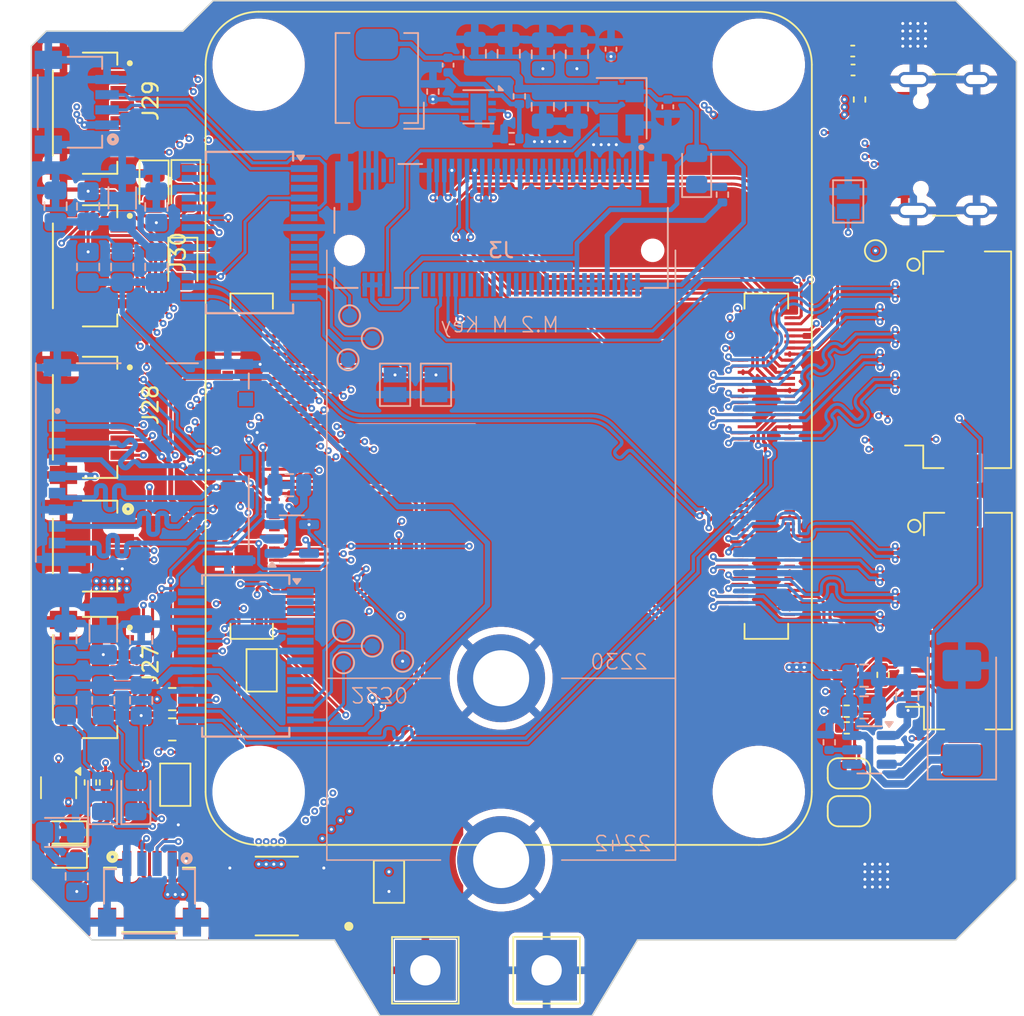
<source format=kicad_pcb>
(kicad_pcb (version 20241229) (generator "pcbnew") (generator_version "9.0")
  (layers (0 "F.Cu" signal) (4 "In1.Cu" signal) (6 "In2.Cu" signal) (2 "B.Cu" signal) (13 "F.Paste" user) (15 "B.Paste" user) (5 "F.SilkS" user "F.Silkscreen") (7 "B.SilkS" user "B.Silkscreen") (1 "F.Mask" user) (3 "B.Mask" user) (25 "Edge.Cuts" user))
  (net 0 "")
  (net 1 "GND")
  (net 2 "/+5v")
  (net 3 "Net-(U1-3V3OUT)")
  (net 4 "Net-(C4-Pad2)")
  (net 5 "Net-(C6-Pad2)")
  (net 6 "/SD_PWR")
  (net 7 "Net-(U2-3V3OUT)")
  (net 8 "/VBUS")
  (net 9 "/M2_3v3")
  (net 10 "/FB")
  (net 11 "Net-(D1-A)")
  (net 12 "/TXL1")
  (net 13 "/RXL1")
  (net 14 "Net-(D2-A)")
  (net 15 "Net-(D3-A)")
  (net 16 "Net-(D4-A)")
  (net 17 "Net-(D5-A)")
  (net 18 "/TXL2")
  (net 19 "Net-(D6-A)")
  (net 20 "/RXL2")
  (net 21 "/+3.3v")
  (net 22 "Net-(D7-K)")
  (net 23 "Net-(D8-K)")
  (net 24 "Net-(D9-K)")
  (net 25 "/SD_DAT3")
  (net 26 "/SD_DAT2")
  (net 27 "/SD_DAT0")
  (net 29 "/SD_CLK")
  (net 30 "/SD_CMD")
  (net 32 "/SD_DAT1")
  (net 34 "Net-(J3-SUSCLK)")
  (net 36 "/PCIE_CLK_P")
  (net 38 "Net-(J3-DAS{slash}~{DSS}{slash}~{LED1})")
  (net 39 "/PCIE_RX_P")
  (net 43 "/PCIE_nRST")
  (net 49 "/PCIE_nCLKREQ")
  (net 52 "/PCIE_RX_N")
  (net 63 "/PCIE_TX_N")
  (net 66 "/PCIE_CLK_N")
  (net 68 "/PCIE_TX_P")
  (net 71 "/PCIE_nWAKE")
  (net 77 "/CAM_GPIO1")
  (net 78 "/DPHY0_D0_P")
  (net 79 "/DPHY0_D2_P")
  (net 80 "/CAM_GPIO0")
  (net 81 "/SCL0")
  (net 82 "/DPHY_C_P")
  (net 83 "/DPHY_C_N")
  (net 84 "/GPIO3")
  (net 85 "/DPHY0_D3_P")
  (net 86 "/DPHY0_D2_N")
  (net 87 "/DPHY0_D1_P")
  (net 88 "/DPHY0_D3_N")
  (net 89 "/DPHY0_D1_N")
  (net 90 "/DPHY0_D0_N")
  (net 91 "/DPHY1_C_N")
  (net 92 "/DPHY1_D3_N")
  (net 94 "/GPIO2")
  (net 95 "Net-(J5-Pin_17)")
  (net 96 "/DPHY1_C_P")
  (net 97 "/SDA1")
  (net 98 "/DPHY1_D2_P")
  (net 99 "/DPHY1_D0_N")
  (net 100 "/DPHY1_D1_N")
  (net 101 "/DPHY1_D3_P")
  (net 102 "/DPHY1_D1_P")
  (net 103 "/DPHY1_D2_N")
  (net 104 "/WL_nDisable")
  (net 105 "/BT_nDisable")
  (net 106 "/GPIO14")
  (net 107 "/GPIO15")
  (net 108 "/SDA0")
  (net 109 "/SCL1")
  (net 110 "/RX_TELEM")
  (net 111 "/TX_TELEM")
  (net 112 "/GPIO9")
  (net 113 "/GPIO10")
  (net 114 "/CE0")
  (net 115 "/GPIO11")
  (net 116 "/GPIO4")
  (net 117 "/GPIO7")
  (net 118 "/GPIO6")
  (net 119 "/GPIO13")
  (net 120 "/GPIO12")
  (net 121 "/GPIO5")
  (net 122 "/GPIO21")
  (net 123 "/GPIO16")
  (net 124 "/GPIO20")
  (net 125 "/GPIO19")
  (net 126 "/GPIO18")
  (net 127 "/GPIO17")
  (net 128 "/GPIO25")
  (net 129 "/GPIO22")
  (net 130 "/GPIO24")
  (net 131 "/GPIO26")
  (net 132 "/GPIO23")
  (net 133 "/GPIO27")
  (net 134 "/nRPIBOOT")
  (net 135 "/EEPROM-nWP")
  (net 136 "/SYNC_OUT")
  (net 137 "/USBOTG")
  (net 138 "/PMIC_ENABLE")
  (net 139 "/PWR_BUT")
  (net 140 "/ID_SC")
  (net 141 "/ID_SD")
  (net 142 "Net-(U9-LX)")
  (net 143 "/TACHO")
  (net 147 "/TRD0_P")
  (net 149 "/SD_PWR_ON")
  (net 150 "/TRD2_N")
  (net 154 "/USB3-1-D_P")
  (net 155 "/USB2_P")
  (net 156 "/nPWR_LED")
  (net 159 "/GPIO_VREF")
  (net 162 "/TRD2_P")
  (net 166 "/CC2")
  (net 167 "/+1.8v")
  (net 168 "/CC1")
  (net 169 "/VBUS_EN")
  (net 171 "/ETH_LEDY")
  (net 175 "/TRD1_N")
  (net 178 "/USB3-0-D_N")
  (net 179 "/USB3-1-D_N")
  (net 182 "/ETH_LEDG")
  (net 186 "/TRD0_N")
  (net 190 "/LED_nACT")
  (net 192 "/PCIE_PWR_EN")
  (net 194 "/TRD1_P")
  (net 197 "/PWM")
  (net 198 "/USB3-0-D_P")
  (net 203 "/TRD3_P")
  (net 205 "/TRD3_N")
  (net 206 "/USB2_N")
  (net 208 "Net-(R17-Pad2)")
  (net 209 "Net-(U8-ILIM)")
  (net 210 "Net-(U1-CBUS2)")
  (net 211 "Net-(U1-CBUS3)")
  (net 212 "Net-(U1-CBUS4)")
  (net 213 "Net-(U2-CBUS2)")
  (net 214 "Net-(U2-CBUS3)")
  (net 215 "Net-(U2-CBUS4)")
  (net 241 "/RX_CRSF")
  (net 242 "/TX_CRSF")
  (net 243 "/DPHY1_D0_P")
  (footprint "Resistor_SMD:R_0402_1005Metric" (layer "F.Cu") (at 156.2 112.5 90)
    (property "Reference" "R12" (hide yes))
    (property "Value" "2.2K|1%" (hide yes))
  )
  (footprint "CM5IO:Raspberry-Pi-5-Compute-Module" (layer "F.Cu") (at 115 120.225)
    (property "Reference" "Module1" (hide yes))
    (property "Value" "ComputeModule5-CM5" (hide yes))
  )
  (footprint "Resistor_SMD:R_0805_2012Metric_Pad1.20x1.40mm_HandSolder" (layer "F.Cu") (at 109.3 116.1 180)
    (property "Reference" "R16" (hide yes))
    (property "Value" "0R" (hide yes))
  )
  (footprint "SM06B-SRSS-TB_LF__SN_:JST_SM06B-SRSS-TB_LF__SN_" (layer "F.Cu") (at 106 85.5 -90)
    (property "Reference" "J30")
    (property "Value" "SM06B-SRSS-TB_LF__SN_" (hide yes))
  )
  (footprint "Resistor_SMD:R_0402_1005Metric" (layer "F.Cu") (at 103.9 119.6 90)
    (property "Reference" "R17" (hide yes))
    (property "Value" "1K" (hide yes))
  )
  (footprint "LED_SMD:LED_0603_1608Metric" (layer "F.Cu") (at 102.2 122.9 180)
    (property "Reference" "D7" (hide yes))
    (property "Value" "LED RED" (hide yes))
  )
  (footprint "SM04B-SRSS-TB_LF__SN_:JST_SM04B-SRSS-TB_LF__SN_" (layer "F.Cu") (at 106 104 -90)
    (property "Reference" "J22" (hide yes))
    (property "Value" "SM04B-SRSS-TB_LF__SN_" (hide yes))
  )
  (footprint "LED_SMD:LED_0603_1608Metric" (layer "F.Cu") (at 102.1875 124.5 180)
    (property "Reference" "D8" (hide yes))
    (property "Value" "LED" (hide yes))
  )
  (footprint "TestPoint:TestPoint_THTPad_4.0x4.0mm_Drill2.0mm" (layer "F.Cu") (at 126 132 90)
    (property "Reference" "J23" (hide yes))
    (property "Value" "Conn_01x01" (hide yes))
  )
  (footprint "SM06B-SRSS-TB_LF__SN_:JST_SM06B-SRSS-TB_LF__SN_" (layer "F.Cu") (at 106 112.673 -90)
    (property "Reference" "J27")
    (property "Value" "SM06B-SRSS-TB_LF__SN_" (hide yes))
  )
  (footprint "CM5IO:Hirose_FH12-22S-0.5SH_1x22-1MP_P0.50mm_Horizontal" (layer "F.Cu") (at 160.15 91.7 90)
    (property "Reference" "J4" (hide yes))
    (property "Value" "Conn_01x22_Socket" (hide yes))
  )
  (footprint "Jumper:SolderJumper-2_P1.3mm_Open_RoundedPad1.0x1.5mm" (layer "F.Cu") (at 153.95 121.5)
    (property "Reference" "JP7" (hide yes))
    (property "Value" "SolderJumper_2_Open" (hide yes))
  )
  (footprint "LED_SMD:LED_0805_2012Metric_Pad1.15x1.40mm_HandSolder" (layer "F.Cu") (at 110 85.5 -90)
    (property "Reference" "D5" (hide yes))
    (property "Value" "LED" (hide yes))
  )
  (footprint "TestPoint:TestPoint_Pad_D1.0mm" (layer "F.Cu") (at 155.7 84.5 90)
    (property "Reference" "TP35" (hide yes))
    (property "Value" "TestPoint" (hide yes))
  )
  (footprint "SM06B-SRSS-TB_LF__SN_:JST_SM06B-SRSS-TB_LF__SN_" (layer "F.Cu") (at 106 95.5 -90)
    (property "Reference" "J28")
    (property "Value" "SM06B-SRSS-TB_LF__SN_" (hide yes))
  )
  (footprint "Resistor_SMD:R_0402_1005Metric" (layer "F.Cu") (at 153.8 114.9)
    (property "Reference" "R14" (hide yes))
    (property "Value" "2.2K|1%" (hide yes))
  )
  (footprint "Jumper:SolderJumper-2_P1.3mm_Open_Pad1.0x1.5mm" (layer "F.Cu") (at 109.5 119.75 90)
    (property "Reference" "JP5" (hide yes))
    (property "Value" "SolderJumper_2_Open" (hide yes))
  )
  (footprint "SM06B-SRSS-TB_LF__SN_:JST_SM06B-SRSS-TB_LF__SN_" (layer "F.Cu") (at 106 75.423 -90)
    (property "Reference" "J29")
    (property "Value" "SM06B-SRSS-TB_LF__SN_" (hide yes))
  )
  (footprint "Jumper:SolderJumper-2_P1.3mm_Open_RoundedPad1.0x1.5mm" (layer "F.Cu") (at 153.95 119)
    (property "Reference" "JP8" (hide yes))
    (property "Value" "SolderJumper_2_Open" (hide yes))
  )
  (footprint "Resistor_SMD:R_0805_2012Metric_Pad1.20x1.40mm_HandSolder" (layer "F.Cu") (at 109.3 114.1)
    (property "Reference" "R15" (hide yes))
    (property "Value" "0R" (hide yes))
  )
  (footprint "LED_SMD:LED_0805_2012Metric_Pad1.15x1.40mm_HandSolder" (layer "F.Cu") (at 108.1 80.4 -90)
    (property "Reference" "D4" (hide yes))
    (property "Value" "LED" (hide yes))
  )
  (footprint "Capacitor_SMD:C_0402_1005Metric" (layer "F.Cu") (at 154.22 72.57)
    (property "Reference" "C2" (hide yes))
    (property "Value" "100n" (hide yes))
  )
  (footprint "Capacitor_SMD:C_0402_1005Metric" (layer "F.Cu") (at 154.2 71.32)
    (property "Reference" "C1" (hide yes))
    (property "Value" "100n" (hide yes))
  )
  (footprint "Connector_USB:USB_C_Receptacle_GCT_USB4105-xx-A_16P_TopMnt_Horizontal" (layer "F.Cu") (at 161.3 77.52 90)
    (property "Reference" "J1" (hide yes))
    (property "Value" "USB_C_Receptacle_USB2.0_16P" (hide yes))
  )
  (footprint "Jumper:SolderJumper-2_P1.3mm_Open_Pad1.0x1.5mm" (layer "F.Cu") (at 115.2 112.2 90)
    (property "Reference" "JP1" (hide yes))
    (property "Value" "SolderJumper_2_Open" (hide yes))
  )
  (footprint "Package_TO_SOT_SMD:SOT-353_SC-70-5" (layer "F.Cu") (at 101.8 119.95 -90)
    (property "Reference" "U7" (hide yes))
    (property "Value" "74LVC1G07_copy" (hide yes))
  )
  (footprint "SKQGAFE010:SW_SKQGAFE010" (layer "F.Cu") (at 116.2 127.1 180)
    (property "Reference" "S1" (hide yes))
    (property "Value" "SKQGAFE010" (hide yes))
  )
  (footprint "Resistor_SMD:R_0402_1005Metric" (layer "F.Cu") (at 153.81 116 180)
    (property "Reference" "R13" (hide yes))
    (property "Value" "2.2K|1%" (hide yes))
  )
  (footprint "LED_SMD:LED_0805_2012Metric_Pad1.15x1.40mm_HandSolder" (layer "F.Cu") (at 110.2 80.375 -90)
    (property "Reference" "D6" (hide yes))
    (property "Value" "LED" (hide yes))
  )
  (footprint "SM04B-SRSS-TB_LF__SN_:JST_SM04B-SRSS-TB_LF__SN_" (layer "F.Cu") (at 107.8 124.9)
    (property "Reference" "J26" (hide yes))
    (property "Value" "SM04B-SRSS-TB_LF__SN_" (hide yes))
  )
  (footprint "Jumper:SolderJumper-2_P1.3mm_Open_Pad1.0x1.5mm" (layer "F.Cu") (at 123.6 126.15 90)
    (property "Reference" "JP6" (hide yes))
    (property "Value" "SolderJumper_2_Open" (hide yes))
  )
  (footprint "CM5IO:Hirose_FH12-22S-0.5SH_1x22-1MP_P0.50mm_Horizontal" (layer "F.Cu") (at 160.2 108.95 90)
    (property "Reference" "J5" (hide yes))
    (property "Value" "Conn_01x22_Socket" (hide yes))
  )
  (footprint "Resistor_SMD:R_0402_1005Metric" (layer "F.Cu") (at 104.9 119.6 90)
    (property "Reference" "R19" (hide yes))
    (property "Value" "1K" (hide yes))
  )
  (footprint "TestPoint:TestPoint_THTPad_4.0x4.0mm_Drill2.0mm" (layer "F.Cu") (at 134 132 90)
    (property "Reference" "J8" (hide yes))
    (property "Value" "Conn_01x01" (hide yes))
  )
  (footprint "Resistor_SMD:R_0402_1005Metric" (layer "F.Cu") (at 154.65 74.52 90)
    (property "Reference" "R1" (hide yes))
    (property "Value" "2.2K 1%" (hide yes))
  )
  (footprint "Capacitor_SMD:C_0805_2012Metric" (layer "B.Cu") (at 136 75 -90)
    (property "Reference" "C22" (hide yes))
    (property "Value" "10uF" (hide yes))
  )
  (footprint "CM5IO:M.2 M Key socket" (layer "B.Cu") (at 131 84.475 180)
    (property "Reference" "J3")
    (property "Value" "Bus_M.2_Socket_M" (hide yes))
  )
  (footprint "TestPoint:TestPoint_Pad_D1.0mm" (layer "B.Cu") (at 120.6 111.7 180)
    (property "Reference" "TP2" (hide yes))
    (property "Value" "PWREN1" (hide yes))
  )
  (footprint "Resistor_SMD:R_0805_2012Metric_Pad1.20x1.40mm_HandSolder" (layer "B.Cu") (at 103.75 81.575 -90)
    (property "Reference" "R7" (hide yes))
    (property "Value" "1K" (hide yes))
  )
  (footprint "Capacitor_SMD:C_1206_3216Metric_Pad1.33x1.80mm_HandSolder" (layer "B.Cu") (at 104.75 109.6 90)
    (property "Reference" "C5" (hide yes))
    (property "Value" "10uF" (hide yes))
  )
  (footprint "Jumper:SolderJumper-2_P1.3mm_Open_Pad1.0x1.5mm" (layer "B.Cu") (at 126.7 93.35 90)
    (property "Reference" "JP3" (hide yes))
    (property "Value" "SolderJumper_2_Open" (hide yes))
  )
  (footprint "Resistor_SMD:R_0402_1005Metric" (layer "B.Cu") (at 152.65 116.95 90)
    (property "Reference" "R18" (hide yes))
    (property "Value" "15K" (hide yes))
  )
  (footprint "Capacitor_SMD:C_0805_2012Metric" (layer "B.Cu") (at 154.95 112.55)
    (property "Reference" "C13" (hide yes))
    (property "Value" "10uF" (hide yes))
  )
  (footprint "LED_SMD:LED_0805_2012Metric_Pad1.15x1.40mm_HandSolder" (layer "B.Cu") (at 104.7 120.5 90)
    (property "Reference" "D1" (hide yes))
    (property "Value" "LED" (hide yes))
  )
  (footprint "Jumper:SolderJumper-2_P1.3mm_Open_Pad1.0x1.5mm" (layer "B.Cu") (at 124 93.35 90)
    (property "Reference" "JP2" (hide yes))
    (property "Value" "SolderJumper_2_Open" (hide yes))
  )
  (footprint "Capacitor_SMD:C_0805_2012Metric" (layer "B.Cu") (at 133.75 75 -90)
    (property "Reference" "C21" (hide yes))
    (property "Value" "10uF" (hide yes))
  )
  (footprint "Capacitor_SMD:C_0402_1005Metric" (layer "B.Cu") (at 142 75 -90)
    (property "Reference" "C23" (hide yes))
    (property "Value" "100nF" (hide yes))
  )
  (footprint "Resistor_SMD:R_0805_2012Metric_Pad1.20x1.40mm_HandSolder" (layer "B.Cu") (at 106 85.575 90)
    (property "Reference" "R9" (hide yes))
    (property "Value" "1K" (hide yes))
  )
  (footprint "Capacitor_SMD:C_0805_2012Metric" (layer "B.Cu") (at 117.025 99.98 180)
    (property "Reference" "C8" (hide yes))
    (property "Value" "10uF" (hide yes))
  )
  (footprint "Capacitor_SMD:C_0402_1005Metric" (layer "B.Cu") (at 127.5 72.25 -90)
    (property "Reference" "C18" (hide yes))
    (property "Value" "4.7nF" (hide yes))
  )
  (footprint "Capacitor_Tantalum_SMD:CP_EIA-7343-31_Kemet-D" (layer "B.Cu") (at 161.4 115 90)
    (property "Reference" "C14" (hide yes))
    (property "Value" "100uF" (hide yes))
  )
  (footprint "LED_SMD:LED_0805_2012Metric_Pad1.15x1.40mm_HandSolder" (layer "B.Cu") (at 106.9 120.5 90)
    (property "Reference" "D2" (hide yes))
    (property "Value" "LED" (hide yes))
  )
  (footprint "Resistor_SMD:R_0402_1005Metric" (layer "B.Cu") (at 132.2 74.31 -90)
    (property "Reference" "R21" (hide yes))
    (property "Value" "10K | 1%" (hide yes))
  )
  (footprint "Resistor_SMD:R_0805_2012Metric_Pad1.20x1.40mm_HandSolder" (layer "B.Cu") (at 103 125.8 -90)
    (property "Reference" "R5" (hide yes))
    (property "Value" "1K" (hide yes))
  )
  (footprint "Capacitor_SMD:C_0805_2012Metric_Pad1.18x1.45mm_HandSolder" (layer "B.Cu") (at 102.25 110.15 -90)
    (property "Reference" "C4" (hide yes))
    (property "Value" "100nF" (hide yes))
  )
  (footprint "Resistor_SMD:R_0805_2012Metric_Pad1.20x1.40mm_HandSolder" (layer "B.Cu") (at 108.25 85.575 90)
    (property "Reference" "R6" (hide yes))
    (property "Value" "0" (hide yes))
  )
  (footprint "Package_DFN_QFN:DFN-8-1EP_2x2mm_P0.5mm_EP1.05x1.75mm" (layer "B.Cu") (at 129.5 75 180)
    (property "Reference" "U9" (hide yes))
    (property "Value" "AP3441SHE-7B" (hide yes))
  )
  (footprint "Capacitor_SMD:C_0805_2012Metric" (layer "B.Cu") (at 154.95 114.65)
    (property "Reference" "C12" (hide yes))
    (property "Value" "10uF" (hide yes))
  )
  (footprint "Resistor_SMD:R_0805_2012Metric_Pad1.20x1.40mm_HandSolder" (layer "B.Cu") (at 104.75 114.1875 -90)
    (property "Reference" "R3" (hide yes))
    (property "Value" "1K" (hide yes))
  )
  (footprint "TestPoint:TestPoint_Pad_D1.0mm" (layer "B.Cu") (at 120.6 109.6 180)
    (property "Reference" "TP3" (hide yes))
    (property "Value" "SLEEP1" (hide yes))
  )
  (footprint "Package_TO_SOT_SMD:SOT-23-6" (layer "B.Cu") (at 155.3 117.45 180)
    (property "Reference" "U8" (hide yes))
    (property "Value" "AP2553W6" (hide yes))
  )
  (footprint "SM04B-SRSS-TB_LF__SN_:JST_SM04B-SRSS-TB_LF__SN_" (layer "B.Cu") (at 105 74.7 90)
    (property "Reference" "J25" (hide yes))
    (property "Value" "SM04B-SRSS-TB_LF__SN_" (hide yes))
  )
  (footprint "Capacitor_SMD:C_0805_2012Metric_Pad1.18x1.45mm_HandSolder" (layer "B.Cu") (at 107.25 110.1875 -90)
    (property "Reference" "C3" (hide yes))
    (property "Value" "1uF" (hide yes))
  )
  (footprint "TestPoint:TestPoint_Pad_D1.0mm" (layer "B.Cu") (at 122.5 90.3 -90)
    (property "Reference" "TP4" (hide yes))
    (property "Value" "TEN2" (hide yes))
  )
  (footprint "Capacitor_SMD:C_0805_2012Metric" (layer "B.Cu") (at 157.8 113.9 90)
    (property "Reference" "C11" (hide yes))
    (property "Value" "10uF" (hide yes))
  )
  (footprint "Package_TO_SOT_SMD:SOT-23-5" (layer "B.Cu") (at 117.1875 103.53)
    (property "Reference" "U3" (hide yes))
    (property "Value" "RT9742GGJ5" (hide yes))
  )
  (footprint "Capacitor_SMD:C_1206_3216Metric_Pad1.33x1.80mm_HandSolder" (layer "B.Cu") (at 106 81.0125 90)
    (property "Reference" "C7" (hide yes))
    (property "Value" "10uF" (hide yes))
  )
  (footprint "Capacitor_SMD:C_0805_2012Metric_Pad1.18x1.45mm_HandSolder" (layer "B.Cu") (at 108.25 81.6125 -90)
    (property "Reference" "C9" (hide yes))
    (property "Value" "1uF" (hide yes))
  )
  (footprint "TestPoint:TestPoint_Pad_D1.0mm" (layer "B.Cu") (at 122.5 110.6 180)
    (property "Reference" "TP1" (hide yes))
    (property "Value" "TEN1" (hide yes))
  )
  (footprint "LED_SMD:LED_0805_2012Metric_Pad1.15x1.40mm_HandSolder" (layer "B.Cu") (at 101.9 122.9 180)
    (property "Reference" "D3" (hide yes))
    (property "Value" "LED" (hide yes))
  )
  (footprint "Package_SO:SSOP-28_5.3x10.2mm_P0.65mm" (layer "B.Cu") (at 114.15 111.25 180)
    (property "Reference" "U1" (hide yes))
    (property "Value" "FT232RL" (hide yes))
  )
  (footprint "Capacitor_SMD:C_0805_2012Metric" (layer "B.Cu") (at 131.5 71.5 90)
    (property "Reference" "C19" (hide yes))
    (property "Value" "10uF" (hide yes))
  )
  (footprint "SM04B-SRSS-TB_LF__SN_:JST_SM04B-SRSS-TB_LF__SN_" (layer "B.Cu") (at 107.8 125 180)
    (property "Reference" "J24" (hide yes))
    (property "Value" "SM04B-SRSS-TB_LF__SN_" (hide yes))
  )
  (footprint "Resistor_SMD:R_0805_2012Metric_Pad1.20x1.40mm_HandSolder" (layer "B.Cu") (at 107.25 114.1875 -90)
    (property "Reference" "R4" (hide yes))
    (property "Value" "0" (hide yes))
  )
  (footprint "Capacitor_SMD:C_0805_2012Metric" (layer "B.Cu") (at 133.754721 71.536115 90)
    (property "Reference" "C15" (hide yes))
    (property "Value" "10uF" (hide yes))
  )
  (footprint "Capacitor_SMD:C_0402_1005Metric" (layer "B.Cu") (at 138.25 71.2 90)
    (property "Reference" "C17" (hide yes))
    (property "Value" "100nF" (hide yes))
  )
  (footprint "TestPoint:TestPoint_Pad_D1.0mm" (layer "B.Cu") (at 121 88.8 -90)
    (property "Reference" "TP6" (hide yes))
    (property "Value" "SLEEP2" (hide yes))
  )
  (footprint "Resistor_SMD:R_0402_1005Metric" (layer "B.Cu") (at 145.6 80.8 -90)
    (property "Reference" "R23" (hide yes))
    (property "Value" "1K" (hide yes))
  )
  (footprint "Jumper:SolderJumper-2_P1.3mm_Open_Pad1.0x1.5mm" (layer "B.Cu") (at 153.9 81.25 -90)
    (property "Reference" "JP4" (hide yes))
    (property "Value" "SolderJumper_2_Open" (hide yes))
  )
  (footprint "Package_SO:SSOP-28_5.3x10.2mm_P0.65mm" (layer "B.Cu") (at 114.4 83.3 180)
    (property "Reference" "U2" (hide yes))
    (property "Value" "FT232RL" (hide yes))
  )
  (footprint "CM5IO:L_Bourns_SRP5030CC" (layer "B.Cu") (at 122.8 73.1 90)
    (property "Reference" "L1" (hide yes))
    (property "Value" "2.2uH" (hide yes))
  )
  (footprint "TestPoint:TestPoint_Pad_D1.0mm" (layer "B.Cu") (at 120.9 91.7 -90)
    (property "Reference" "TP5" (hide yes))
    (property "Value" "PWREN2" (hide yes))
  )
  (footprint "LED_SMD:LED_0805_2012Metric_Pad1.15x1.40mm_HandSolder" (layer "B.Cu") (at 143.9 79.1 90)
    (property "Reference" "D9" (hide yes))
    (property "Value" "LED" (hide yes))
  )
  (footprint "Resistor_SMD:R_0402_1005Metric" (layer "B.Cu") (at 131.7 77.1 180)
    (property "Reference" "R22" (hide yes))
    (property "Value" "2.2K | 1%" (hide yes))
  )
  (footprint "CM5IO:SDCARD_MOLEX_503398-1892" (layer "B.Cu") (at 107.325 98.48 -90)
    (property "Reference" "J2" (hide yes))
    (property "Value" "Micro_SD_Card_Det2" (hide yes))
  )
  (footprint "Resistor_SMD:R_0805_2012Metric_Pad1.20x1.40mm_HandSolder" (layer "B.Cu") (at 102.25 114.1875 90)
    (property "Reference" "R2" (hide yes))
    (property "Value" "1K" (hide yes))
  )
  (footprint "Crystal:Crystal_SMD_3225-4Pin_3.2x2.5mm" (layer "B.Cu") (at 138.95 75.1 -90)
    (property "Reference" "U10" (hide yes))
    (property "Value" "ASEK-32.768KHZ-L-R-T" (hide yes))
  )
  (footprint "Capacitor_SMD:C_0805_2012Metric" (layer "B.Cu") (at 129.26 71.5 90)
    (property "Reference" "C20" (hide yes))
    (property "Value" "10uF" (hide yes))
  )
  (footprint "Capacitor_SMD:C_0805_2012Metric_Pad1.18x1.45mm_HandSolder" (layer "B.Cu") (at 101.6 81.5625 -90)
    (property "Reference" "C6" (hide yes))
    (property "Value" "100nF" (hide yes))
  )
  (footprint "Resistor_SMD:R_0805_2012Metric_Pad1.20x1.40mm_HandSolder" (layer "B.Cu") (at 103.75 85.575 -90)
    (property "Reference" "R8" (hide yes))
    (property "Value" "1K" (hide yes))
  )
  (footprint "Capacitor_SMD:C_0805_2012Metric" (layer "B.Cu") (at 135.998395 71.53266 90)
    (property "Reference" "C16" (hide yes))
    (property "Value" "10uF" (hide yes))
  )
  (footprint "TestPoint:TestPoint_Pad_D1.0mm" (layer "B.Cu") (at 124.5 111.6 90)
    (property "Reference" "TP33" (hide yes))
    (property "Value" "TestPoint" (hide yes))
  )
  (footprint "Resistor_SMD:R_0402_1005Metric" (layer "B.Cu") (at 126.5 74 90)
    (property "Reference" "R20" (hide yes))
    (property "Value" "100K | 1%" (hide yes))
  )
  (gr_line (start 100 71) (end 100 126) (stroke (width 0.1)) (layer "Edge.Cuts"))
  (gr_line (start 150 68) (end 161 68) (stroke (width 0.1)) (layer "Edge.Cuts"))
  (gr_line (start 100 71) (end 101 70) (stroke (width 0.1)) (layer "Edge.Cuts"))
  (gr_line (start 137 135) (end 140 130) (stroke (width 0.1)) (layer "Edge.Cuts"))
  (gr_line (start 165 126) (end 165 72) (stroke (width 0.1)) (layer "Edge.Cuts"))
  (gr_line (start 110 70) (end 112 68) (stroke (width 0.1)) (layer "Edge.Cuts"))
  (gr_line (start 100 126) (end 104 130) (stroke (width 0.1)) (layer "Edge.Cuts"))
  (gr_line (start 161 130) (end 165 126) (stroke (width 0.1)) (layer "Edge.Cuts"))
  (gr_line (start 165 72) (end 161 68) (stroke (width 0.1)) (layer "Edge.Cuts"))
  (gr_line (start 113 68) (end 150 68) (stroke (width 0.1)) (layer "Edge.Cuts"))
  (gr_line (start 123 135) (end 137 135) (stroke (width 0.1)) (layer "Edge.Cuts"))
  (gr_line (start 112 68) (end 113 68) (stroke (width 0.1)) (layer "Edge.Cuts"))
  (gr_line (start 120 130) (end 123 135) (stroke (width 0.1)) (layer "Edge.Cuts"))
  (gr_line (start 104 130) (end 120 130) (stroke (width 0.1)) (layer "Edge.Cuts"))
  (gr_line (start 101 70) (end 105 70) (stroke (width 0.1)) (layer "Edge.Cuts"))
  (gr_line (start 140 130) (end 161 130) (stroke (width 0.1)) (layer "Edge.Cuts"))
  (gr_line (start 105 70) (end 110 70) (stroke (width 0.1)) (layer "Edge.Cuts"))
  (segment (start 102.125 116.473) (end 103.327 116.473) (width 0.35) (layer "F.Cu") (net 1))
  (segment (start 114.1565 102.925) (end 114.5565 103.325) (width 0.2) (layer "F.Cu") (net 1))
  (segment (start 146.96 90.125) (end 147.325 90.125) (width 0.2) (layer "F.Cu") (net 1))
  (segment (start 133.25 113) (end 133.25 113.5) (width 0.147) (layer "F.Cu") (net 1))
  (segment (start 109.7 120.6) (end 109.5 120.4) (width 0.35) (layer "F.Cu") (net 1))
  (segment (start 112.96 102.925) (end 114.1565 102.925) (width 0.2) (layer "F.Cu") (net 1))
  (segment (start 147.599 92.251) (end 147.325 92.525) (width 0.2) (layer "F.Cu") (net 1))
  (segment (start 109.7 122.4) (end 109.7 120.6) (width 0.35) (layer "F.Cu") (net 1))
  (segment (start 109.3 124.9) (end 110.1 124.9) (width 0.35) (layer "F.Cu") (net 1))
  (segment (start 103.327 116.473) (end 104.627 115.173) (width 0.35) (layer "F.Cu") (net 1))
  (segment (start 133 113.75) (end 132.25 113.75) (width 0.147) (layer "F.Cu") (net 1))
  (segment (start 104.627 115.173) (end 106 115.173) (width 0.35) (layer "F.Cu") (net 1))
  (segment (start 114.5565 103.325) (end 116.04 103.325) (width 0.2) (layer "F.Cu") (net 1))
  (segment (start 110.1 124.9) (end 110.2 124.8) (width 0.35) (layer "F.Cu") (net 1))
  (segment (start 132.25 113.75) (end 131.7515 113.2515) (width 0.147) (layer "F.Cu") (net 1))
  (segment (start 147.599 90.399) (end 147.599 92.251) (width 0.2) (layer "F.Cu") (net 1))
  (segment (start 147.325 92.525) (end 147.9 93.1) (width 0.2) (layer "F.Cu") (net 1))
  (segment (start 147.325 92.525) (end 146.96 92.525) (width 0.2) (layer "F.Cu") (net 1))
  (segment (start 133.25 113.5) (end 133 113.75) (width 0.147) (layer "F.Cu") (net 1))
  (segment (start 147.325 90.125) (end 147.599 90.399) (width 0.2) (layer "F.Cu") (net 1))
  (via (at 159 70.5) (size 0.45) (drill 0.2) (layers "F.Cu" "B.Cu") (net 1))
  (via (at 159 69.5) (size 0.45) (drill 0.2) (layers "F.Cu" "B.Cu") (net 1))
  (via (at 156.5 126) (size 0.45) (drill 0.2) (layers "F.Cu" "B.Cu") (net 1))
  (via (at 155 126.5) (size 0.45) (drill 0.2) (layers "F.Cu" "B.Cu") (net 1))
  (via (at 133.7 77.3) (size 0.45) (drill 0.2) (layers "F.Cu" "B.Cu") (net 1))
  (via (at 156.5 126.5) (size 0.45) (drill 0.2) (layers "F.Cu" "B.Cu") (net 1))
  (via (at 158.5 70) (size 0.45) (drill 0.2) (layers "F.Cu" "B.Cu") (net 1))
  (via (at 106 105.5) (size 0.45) (drill 0.2) (layers "F.Cu" "B.Cu") (net 1))
  (via (at 158 70.5) (size 0.45) (drill 0.2) (layers "F.Cu" "B.Cu") (net 1))
  (via (at 155 126) (size 0.45) (drill 0.2) (layers "F.Cu" "B.Cu") (net 1))
  (via (at 123.6 126.8) (size 0.45) (drill 0.2) (layers "F.Cu" "B.Cu") (net 1))
  (via (at 157.5 70.5) (size 0.45) (drill 0.2) (layers "F.Cu" "B.Cu") (net 1))
  (via (at 156.5 125) (size 0.45) (drill 0.2) (layers "F.Cu" "B.Cu") (net 1))
  (via (at 111.7 99) (size 0.45) (drill 0.2) (layers "F.Cu" "B.Cu") (net 1))
  (via (at 158 69.5) (size 0.45) (drill 0.2) (layers "F.Cu" "B.Cu") (net 1))
  (via (at 158.5 70.5) (size 0.45) (drill 0.2) (layers "F.Cu" "B.Cu") (net 1))
  (via (at 110.2 124.8) (size 0.45) (drill 0.2) (layers "F.Cu" "B.Cu") (net 1))
  (via (at 113.1 125.25) (size 0.45) (drill 0.2) (layers "F.Cu" "B.Cu") (net 1))
  (via (at 137.6 77.5) (size 0.45) (drill 0.2) (layers "F.Cu" "B.Cu") (net 1))
  (via (at 155.5 125) (size 0.45) (drill 0.2) (layers "F.Cu" "B.Cu") (net 1))
  (via (at 156.5 125.5) (size 0.45) (drill 0.2) (layers "F.Cu" "B.Cu") (net 1))
  (via (at 155.5 126.5) (size 0.45) (drill 0.2) (layers "F.Cu" "B.Cu") (net 1))
  (via (at 135.2 77.3) (size 0.45) (drill 0.2) (layers "F.Cu" "B.Cu") (net 1))
  (via (at 158.5 69.5) (size 0.45) (drill 0.2) (layers "F.Cu" "B.Cu") (net 1))
  (via (at 156 125) (size 0.45) (drill 0.2) (layers "F.Cu" "B.Cu") (net 1))
  (via (at 119.3 125.25) (size 0.45) (drill 0.2) (layers "F.Cu" "B.Cu") (net 1))
  (via (at 157.5 71) (size 0.45) (drill 0.2) (layers "F.Cu" "B.Cu") (net 1))
  (via (at 134.7 77.3) (size 0.45) (drill 0.2) (layers "F.Cu" "B.Cu") (net 1))
  (via (at 156 126.5) (size 0.45) (drill 0.2) (layers "F.Cu" "B.Cu") (net 1))
  (via (at 157.5 69.5) (size 0.45) (drill 0.2) (layers "F.Cu" "B.Cu") (net 1))
  (via (at 155.5 126) (size 0.45) (drill 0.2) (layers "F.Cu" "B.Cu") (net 1))
  (via (at 159 71) (size 0.45) (drill 0.2) (layers "F.Cu" "B.Cu") (net 1))
  (via (at 157.5 70) (size 0.45) (drill 0.2) (layers "F.Cu" "B.Cu") (net 1))
  (via (at 158.5 71) (size 0.45) (drill 0.2) (layers "F.Cu" "B.Cu") (net 1))
  (via (at 137.1 77.5) (size 0.45) (drill 0.2) (layers "F.Cu" "B.Cu") (net 1))
  (via (at 115.1 92) (size 0.45) (drill 0.2) (layers "F.Cu" "B.Cu") (net 1))
  (via (at 134.2 77.3) (size 0.45) (drill 0.2) (layers "F.Cu" "B.Cu") (net 1))
  (via (at 138.6 77.5) (size 0.45) (drill 0.2) (layers "F.Cu" "B.Cu") (net 1))
  (via (at 158 71) (size 0.45) (drill 0.2) (layers "F.Cu" "B.Cu") (net 1))
  (via (at 127.75 79.2) (size 0.45) (drill 0.2) (layers "F.Cu" "B.Cu") (net 1))
  (via (at 129.25 79.2) (size 0.45) (drill 0.2) (layers "F.Cu" "B.Cu") (net 1))
  (via (at 156 125.5) (size 0.45) (drill 0.2) (layers "F.Cu" "B.Cu") (net 1))
  (via (at 133.2 77.3) (size 0.45) (drill 0.2) (layers "F.Cu" "B.Cu") (net 1))
  (via (at 114.9 96.5) (size 0.45) (drill 0.2) (layers "F.Cu" "B.Cu") (net 1))
  (via (at 156 126) (size 0.45) (drill 0.2) (layers "F.Cu" "B.Cu") (net 1))
  (via (at 138.1 77.5) (size 0.45) (drill 0.2) (layers "F.Cu" "B.Cu") (net 1))
  (via (at 158 70) (size 0.45) (drill 0.2) (layers "F.Cu" "B.Cu") (net 1))
  (via (at 109.7 122.4) (size 0.45) (drill 0.2) (layers "F.Cu" "B.Cu") (net 1))
  (via (at 155 125.5) (size 0.45) (drill 0.2) (layers "F.Cu" "B.Cu") (net 1))
  (via (at 155.5 125.5) (size 0.45) (drill 0.2) (layers "F.Cu" "B.Cu") (net 1))
  (via (at 155 125) (size 0.45) (drill 0.2) (layers "F.Cu" "B.Cu") (net 1))
  (via (at 111.2 99) (size 0.45) (drill 0.2) (layers "F.Cu" "B.Cu") (net 1))
  (via (at 159 70) (size 0.45) (drill 0.2) (layers "F.Cu" "B.Cu") (net 1))
  (segment (start 102.925 122.9) (end 100.8 120.775) (width 0.2) (layer "B.Cu") (net 1))
  (segment (start 156.3 112.95) (end 155.9 112.55) (width 0.5) (layer "B.Cu") (net 1))
  (segment (start 112.965 92) (end 115.1 92) (width 0.35) (layer "B.Cu") (net 1))
  (segment (start 155.9 114.65) (end 155.9 112.55) (width 0.5) (layer "B.Cu") (net 1))
  (segment (start 157.8 112.95) (end 156.3 112.95) (width 0.5) (layer "B.Cu") (net 1))
  (segment (start 100.8 120.775) (end 100.8 94.8) (width 0.2) (layer "B.Cu") (net 1))
  (segment (start 153.27 75.9) (end 153.65 75.52) (width 0.5) (layer "F.Cu") (net 2))
  (segment (start 154.65 75.03) (end 153.66 75.03) (width 0.5) (layer "F.Cu") (net 2))
  (segment (start 155.7 80.8) (end 156.58 79.92) (width 0.5) (layer "F.Cu") (net 2))
  (segment (start 155.7 84.5) (end 155.7 80.8) (width 0.5) (layer "F.Cu") (net 2))
  (segment (start 145 75.5) (end 145.4 75.9) (width 0.5) (layer "F.Cu") (net 2))
  (segment (start 107.2 102.5) (end 107.8 101.9) (width 0.3) (layer "F.Cu") (net 2))
  (segment (start 154.16 75.03) (end 153.65 74.52) (width 0.5) (layer "F.Cu") (net 2))
  (segment (start 154.14 75.03) (end 153.65 75.52) (width 0.5) (layer "F.Cu") (net 2))
  (segment (start 153.74 74.43) (end 153.65 74.52) (width 0.5) (layer "F.Cu") (net 2))
  (segment (start 155.74 75.12) (end 155.65 75.03) (width 0.5) (layer "F.Cu") (net 2))
  (segment (start 106 102.5) (end 107.2 102.5) (width 0.3) (layer "F.Cu") (net 2))
  (segment (start 145.4 75.9) (end 153.27 75.9) (width 0.5) (layer "F.Cu") (net 2))
  (segment (start 153.72 71.32) (end 153.72 72.55) (width 0.5) (layer "F.Cu") (net 2))
  (segment (start 155.65 75.03) (end 154.65 75.03) (width 0.5) (layer "F.Cu") (net 2))
  (segment (start 156.58 79.92) (end 157.62 79.92) (width 0.5) (layer "F.Cu") (net 2))
  (segment (start 107.8 101.9) (end 107.8 100.1) (width 0.3) (layer "F.Cu") (net 2))
  (segment (start 154.65 75.03) (end 154.16 75.03) (width 0.5) (layer "F.Cu") (net 2))
  (segment (start 157.145 75.12) (end 156.8 75.12) (width 0.5) (layer "F.Cu") (net 2))
  (segment (start 153.66 75.03) (end 153.65 75.02) (width 0.5) (layer "F.Cu") (net 2))
  (segment (start 153.72 72.55) (end 153.74 72.57) (width 0.5) (layer "F.Cu") (net 2))
  (segment (start 154.65 75.03) (end 154.14 75.03) (width 0.5) (layer "F.Cu") (net 2))
  (segment (start 156.8 75.12) (end 155.74 75.12) (width 0.5) (layer "F.Cu") (net 2))
  (segment (start 153.74 71.34) (end 153.72 71.32) (width 0.5) (layer "F.Cu") (net 2))
  (segment (start 153.74 72.57) (end 153.74 74.43) (width 0.5) (layer "F.Cu") (net 2))
  (via (at 119.2 123.3) (size 0.45) (drill 0.2) (layers "F.Cu" "B.Cu") (net 2))
  (via (at 116 123.5) (size 0.45) (drill 0.2) (layers "F.Cu" "B.Cu") (net 2))
  (via (at 120.4 122.1) (size 0.45) (drill 0.2) (layers "F.Cu" "B.Cu") (net 2))
  (via (at 103 75.5) (size 0.45) (drill 0.2) (layers "F.Cu" "B.Cu") (net 2))
  (via (at 153.65 75.52) (size 0.45) (drill 0.2) (layers "F.Cu" "B.Cu") (net 2))
  (via (at 118.1 122.1) (size 0.45) (drill 0.2) (layers "F.Cu" "B.Cu") (net 2))
  (via (at 109.5 127) (size 0.45) (drill 0.2) (layers "F.Cu" "B.Cu") (net 2))
  (via (at 119.8 122.7) (size 0.45) (drill 0.2) (layers "F.Cu" "B.Cu") (net 2))
  (via (at 109 127) (size 0.45) (drill 0.2) (layers "F.Cu" "B.Cu") (net 2))
  (via (at 103 75) (size 0.45) (drill 0.2) (layers "F.Cu" "B.Cu") (net 2))
  (via (at 144.7 75.2) (size 0.45) (drill 0.2) (layers "F.Cu" "B.Cu") (net 2))
  (via (at 103.5 76.2) (size 0.45) (drill 0.2) (layers "F.Cu" "B.Cu") (net 2))
  (via (at 135.998395 72.48266) (size 0.45) (drill 0.2) (layers "F.Cu" "B.Cu") (net 2))
  (via (at 103.2 75.9) (size 0.45) (drill 0.2) (layers "F.Cu" "B.Cu") (net 2))
  (via (at 119.9 120.3) (size 0.45) (drill 0.2) (layers "F.Cu" "B.Cu") (net 2))
  (via (at 155.7 84.5) (size 0.45) (drill 0.2) (layers "F.Cu" "B.Cu") (net 2))
  (via (at 121 121.5) (size 0.45) (drill 0.2) (layers "F.Cu" "B.Cu") (net 2))
  (via (at 104.3 106.3) (size 0.45) (drill 0.2) (layers "F.Cu" "B.Cu") (net 2))
  (via (at 133.754721 72.486115) (size 0.45) (drill 0.2) (layers "F.Cu" "B.Cu") (net 2))
  (via (at 116.5 123.5) (size 0.45) (drill 0.2) (layers "F.Cu" "B.Cu") (net 2))
  (via (at 115.5 125) (size 0.45) (drill 0.2) (layers "F.Cu" "B.Cu") (net 2))
  (via (at 105.8 106.3) (size 0.45) (drill 0.2) (layers "F.Cu" "B.Cu") (net 2))
  (via (at 118.7 121.5) (size 0.45) (drill 0.2) (layers "F.Cu" "B.Cu") (net 2))
  (via (at 104.3 106.8) (size 0.45) (drill 0.2) (layers "F.Cu" "B.Cu") (net 2))
  (via (at 106.3 106.3) (size 0.45) (drill 0.2) (layers "F.Cu" "B.Cu") (net 2))
  (via (at 116.5 125) (size 0.45) (drill 0.2) (layers "F.Cu" "B.Cu") (net 2))
  (via (at 104.8 106.3) (size 0.45) (drill 0.2) (layers "F.Cu" "B.Cu") (net 2))
  (via (at 115.5 123.5) (size 0.45) (drill 0.2) (layers "F.Cu" "B.Cu") (net 2))
  (via (at 138.25 71.68) (size 0.45) (drill 0.2) (layers "F.Cu" "B.Cu") (net 2))
  (via (at 131.45 75.55) (size 0.45) (drill 0.2) (layers "F.Cu" "B.Cu") (net 2))
  (via (at 106.3 106.8) (size 0.45) (drill 0.2) (layers "F.Cu" "B.Cu") (net 2))
  (via (at 153.65 74.52) (size 0.45) (drill 0.2) (layers "F.Cu" "B.Cu") (net 2))
  (via (at 110 127) (size 0.45) (drill 0.2) (layers "F.Cu" "B.Cu") (net 2))
  (via (at 153.65 75.02) (size 0.45) (drill 0.2) (layers "F.Cu" "B.Cu") (net 2))
  (via (at 145 75.5) (size 0.45) (drill 0.2) (layers "F.Cu" "B.Cu") (net 2))
  (via (at 105.3 106.8) (size 0.45) (drill 0.2) (layers "F.Cu" "B.Cu") (net 2))
  (via (at 116 125) (size 0.45) (drill 0.2) (layers "F.Cu" "B.Cu") (net 2))
  (via (at 157.85 114.85) (size 0.45) (drill 0.2) (layers "F.Cu" "B.Cu") (net 2))
  (via (at 115 123.5) (size 0.45) (drill 0.2) (layers "F.Cu" "B.Cu") (net 2))
  (via (at 119.3 120.9) (size 0.45) (drill 0.2) (layers "F.Cu" "B.Cu") (net 2))
  (via (at 144.4 74.9) (size 0.45) (drill 0.2) (layers "F.Cu" "B.Cu") (net 2))
  (via (at 104.8 106.8) (size 0.45) (drill 0.2) (layers "F.Cu" "B.Cu") (net 2))
  (via (at 105.3 106.3) (size 0.45) (drill 0.2) (layers "F.Cu" "B.Cu") (net 2))
  (via (at 107.8 100.1) (size 0.45) (drill 0.2) (layers "F.Cu" "B.Cu") (net 2))
  (via (at 115 125) (size 0.45) (drill 0.2) (layers "F.Cu" "B.Cu") (net 2))
  (via (at 105.8 106.8) (size 0.45) (drill 0.2) (layers "F.Cu" "B.Cu") (net 2))
  (segment (start 130.4 75.25) (end 131.15 75.25) (width 0.2) (layer "B.Cu") (net 2))
  (segment (start 156.4375 116.5) (end 157.1 116.5) (width 0.5) (layer "B.Cu") (net 2))
  (segment (start 109.3 125.9) (end 109.3 126.4) (width 0.5) (layer "B.Cu") (net 2))
  (segment (start 109.1 126.6) (end 109.1 126.9) (width 0.5) (layer "B.Cu") (net 2))
  (segment (start 131.15 75.25) (end 131.45 75.55) (width 0.2) (layer "B.Cu") (net 2))
  (segment (start 110 127) (end 109.3 126.3) (width 0.5) (layer "B.Cu") (net 2))
  (segment (start 109.5 127) (end 109.5 126.5) (width 0.5) (layer "B.Cu") (net 2))
  (segment (start 157.8 115.8) (end 157.8 114.85) (width 0.5) (layer "B.Cu") (net 2))
  (segment (start 109.5 126.5) (end 109.3 126.3) (width 0.5) (layer "B.Cu") (net 2))
  (segment (start 109.1 126.9) (end 109 127) (width 0.5) (layer "B.Cu") (net 2))
  (segment (start 109.3 125) (end 109.3 125.9) (width 0.5) (layer "B.Cu") (net 2))
  (segment (start 109.3 126.4) (end 109.1 126.6) (width 0.5) (layer "B.Cu") (net 2))
  (segment (start 157.1 116.5) (end 157.8 115.8) (width 0.5) (layer "B.Cu") (net 2))
  (segment (start 131.45 75.55) (end 131.5 75.6) (width 0.2) (layer "B.Cu") (net 2))
  (segment (start 109.3 126.3) (end 109.3 125.9) (width 0.5) (layer "B.Cu") (net 2))
  (segment (start 105 76.2) (end 103.5 76.2) (width 0.5) (layer "B.Cu") (net 2))
  (via (at 107.25 111.225) (size 0.45) (drill 0.2) (layers "F.Cu" "B.Cu") (net 3))
  (via (at 112.2 114.1) (size 0.45) (drill 0.2) (layers "F.Cu" "B.Cu") (net 3))
  (via (at 112.75 109.45) (size 0.45) (drill 0.2) (layers "F.Cu" "B.Cu") (net 3))
  (segment (start 112.75 109.45) (end 113.225 108.975) (width 0.2) (layer "B.Cu") (net 3))
  (segment (start 113.225 108.975) (end 117.75 108.975) (width 0.2) (layer "B.Cu") (net 3))
  (segment (start 110.55 114.175) (end 112.125 114.175) (width 0.2) (layer "B.Cu") (net 3))
  (segment (start 112.125 114.175) (end 112.2 114.1) (width 0.2) (layer "B.Cu") (net 3))
  (segment (start 105.614236 122.05) (end 104.7 122.964236) (width 0.2) (layer "F.Cu") (net 4))
  (segment (start 107.6 118.4) (end 107.2 118.8) (width 0.2) (layer "F.Cu") (net 4))
  (segment (start 106.435764 122.05) (end 105.614236 122.05) (width 0.2) (layer "F.Cu") (net 4))
  (segment (start 104.7 125.1) (end 103 126.8) (width 0.2) (layer "F.Cu") (net 4))
  (segment (start 107.2 118.8) (end 107.2 121.285764) (width 0.2) (layer "F.Cu") (net 4))
  (segment (start 107.2 121.285764) (end 106.435764 122.05) (width 0.2) (layer "F.Cu") (net 4))
  (segment (start 104.7 122.964236) (end 104.7 125.1) (width 0.2) (layer "F.Cu") (net 4))
  (segment (start 107.2 115.2375) (end 107.25 115.1875) (width 0.2) (layer "F.Cu") (net 4))
  (via (at 104.75 111.1625) (size 0.45) (drill 0.2) (layers "F.Cu" "B.Cu") (net 4))
  (via (at 103 126.8) (size 0.45) (drill 0.2) (layers "F.Cu" "B.Cu") (net 4))
  (via (at 107.25 115.1875) (size 0.45) (drill 0.2) (layers "F.Cu" "B.Cu") (net 4))
  (via (at 107.6 118.4) (size 0.45) (drill 0.2) (layers "F.Cu" "B.Cu") (net 4))
  (segment (start 104.5625 111.1875) (end 104.5875 111.1625) (width 0.5) (layer "B.Cu") (net 4))
  (segment (start 102.25 111.1875) (end 104.5625 111.1875) (width 0.5) (layer "B.Cu") (net 4))
  (segment (start 104.75 111) (end 104.75 111) (width 0.5) (layer "B.Cu") (net 4))
  (segment (start 107.6 118.4) (end 107.25 118.05) (width 0.2) (layer "B.Cu") (net 4))
  (segment (start 107.25 118.05) (end 107.25 115.1875) (width 0.2) (layer "B.Cu") (net 4))
  (segment (start 104.75 111.1625) (end 104.75 111) (width 0.5) (layer "B.Cu") (net 4))
  (segment (start 104.5875 111.1625) (end 104.75 111.1625) (width 0.5) (layer "B.Cu") (net 4))
  (segment (start 108 84.575) (end 106 82.575) (width 0.5) (layer "B.Cu") (net 5))
  (segment (start 108.25 84.575) (end 108 84.575) (width 0.5) (layer "B.Cu") (net 5))
  (segment (start 101.6 82.6) (end 103.725 82.6) (width 0.5) (layer "B.Cu") (net 5))
  (segment (start 103.725 82.6) (end 103.75 82.575) (width 0.5) (layer "B.Cu") (net 5))
  (segment (start 106 82.575) (end 103.75 82.575) (width 0.5) (layer "B.Cu") (net 5))
  (via (at 117 101.4) (size 0.45) (drill 0.2) (layers "F.Cu" "B.Cu") (net 6))
  (via (at 104.2 99.4) (size 0.45) (drill 0.2) (layers "F.Cu" "B.Cu") (net 6))
  (via (at 103.6 99.4) (size 0.45) (drill 0.2) (layers "F.Cu" "B.Cu") (net 6))
  (segment (start 116.05 104.48) (end 116.712499 104.48) (width 0.5) (layer "B.Cu") (net 6))
  (segment (start 117.7 101.6) (end 117.5 101.8) (width 0.5) (layer "B.Cu") (net 6))
  (segment (start 117.2 102.1) (end 117.7 101.6) (width 0.5) (layer "B.Cu") (net 6))
  (segment (start 117.7 101.6) (end 117.975 101.325) (width 0.5) (layer "B.Cu") (net 6))
  (segment (start 117.975 101.325) (end 117.975 99.98) (width 0.5) (layer "B.Cu") (net 6))
  (segment (start 103.6 99.4) (end 101.7 99.4) (width 0.5) (layer "B.Cu") (net 6))
  (segment (start 117.2 103.992499) (end 117.2 102.1) (width 0.5) (layer "B.Cu") (net 6))
  (segment (start 117.5 101.8) (end 117.4 101.8) (width 0.5) (layer "B.Cu") (net 6))
  (segment (start 103.6 99.4) (end 104.2 99.4) (width 0.5) (layer "B.Cu") (net 6))
  (segment (start 116.712499 104.48) (end 117.2 103.992499) (width 0.5) (layer "B.Cu") (net 6))
  (segment (start 117.4 101.8) (end 117 101.4) (width 0.5) (layer "B.Cu") (net 6))
  (via (at 108.25 82.65) (size 0.45) (drill 0.2) (layers "F.Cu" "B.Cu") (net 7))
  (via (at 112.5 86.2) (size 0.45) (drill 0.2) (layers "F.Cu" "B.Cu") (net 7))
  (segment (start 114.1 82.6) (end 114.1 84.6) (width 0.2) (layer "B.Cu") (net 7))
  (segment (start 110.8 86.225) (end 112.475 86.225) (width 0.2) (layer "B.Cu") (net 7))
  (segment (start 115.675 81.025) (end 114.1 82.6) (width 0.2) (layer "B.Cu") (net 7))
  (segment (start 112.475 86.225) (end 112.5 86.2) (width 0.2) (layer "B.Cu") (net 7))
  (segment (start 118 81.025) (end 115.675 81.025) (width 0.2) (layer "B.Cu") (net 7))
  (segment (start 114.1 84.6) (end 112.5 86.2) (width 0.2) (layer "B.Cu") (net 7))
  (via (at 151 112) (size 0.45) (drill 0.2) (layers "F.Cu" "B.Cu") (net 8))
  (via (at 123.1 114.6) (size 0.45) (drill 0.2) (layers "F.Cu" "B.Cu") (net 8))
  (via (at 122.8 114.3) (size 0.45) (drill 0.2) (layers "F.Cu" "B.Cu") (net 8))
  (via (at 122.5 114) (size 0.45) (drill 0.2) (layers "F.Cu" "B.Cu") (net 8))
  (via (at 150.5 112) (size 0.45) (drill 0.2) (layers "F.Cu" "B.Cu") (net 8))
  (via (at 150 112) (size 0.45) (drill 0.2) (layers "F.Cu" "B.Cu") (net 8))
  (segment (start 154 112.55) (end 153.95 112.5) (width 0.5) (layer "B.Cu") (net 8))
  (segment (start 122 116.1) (end 122.8 115.3) (width 0.35) (layer "B.Cu") (net 8))
  (segment (start 153.95 112.5) (end 152 112.5) (width 0.5) (layer "B.Cu") (net 8))
  (segment (start 154 116.3375) (end 154.1625 116.5) (width 0.5) (layer "B.Cu") (net 8))
  (segment (start 115.590114 92.8) (end 110.2 92.8) (width 0.35) (layer "B.Cu") (net 8))
  (segment (start 127.7 101.4) (end 124.190114 101.4) (width 0.35) (layer "B.Cu") (net 8))
  (segment (start 157.7 119.7) (end 159.2875 118.1125) (width 0.5) (layer "B.Cu") (net 8))
  (segment (start 110.2 92.8) (end 106 88.6) (width 0.35) (layer "B.Cu") (net 8))
  (segment (start 154.1625 116.5) (end 155 116.5) (width 0.5) (layer "B.Cu") (net 8))
  (segment (start 109.275 112.225) (end 110.55 112.225) (width 0.5) (layer "B.Cu") (net 8))
  (segment (start 106 88.6) (end 106 86.575) (width 0.35) (layer "B.Cu") (net 8))
  (segment (start 156.363738 119.7) (end 157.7 119.7) (width 0.5) (layer "B.Cu") (net 8))
  (segment (start 123.1 114.6) (end 122.5 114) (width 0.5) (layer "B.Cu") (net 8))
  (segment (start 124.190114 101.4) (end 115.590114 92.8) (width 0.35) (layer "B.Cu") (net 8))
  (segment (start 123.7 114.3) (end 130.1 107.9) (width 0.35) (layer "B.Cu") (net 8))
  (segment (start 109.994738 84.275) (end 109.3 84.969738) (width 0.2) (layer "B.Cu") (net 8))
  (segment (start 116.3115 116.1) (end 122 116.1) (width 0.35) (layer "B.Cu") (net 8))
  (segment (start 152 112.5) (end 151.5 112) (width 0.5) (layer "B.Cu") (net 8))
  (segment (start 109.3 84.969738) (end 109.3 85.525) (width 0.2) (layer "B.Cu") (net 8))
  (segment (start 151.5 112) (end 151 112) (width 0.5) (layer "B.Cu") (net 8))
  (segment (start 108.25 86.575) (end 106 86.575) (width 0.5) (layer "B.Cu") (net 8))
  (segment (start 122.8 114.3) (end 123.7 114.3) (width 0.35) (layer "B.Cu") (net 8))
  (segment (start 159.2875 118.1125) (end 161.4 118.1125) (width 0.5) (layer "B.Cu") (net 8))
  (segment (start 109.275 112.225) (end 108.3125 113.1875) (width 0.5) (layer "B.Cu") (net 8))
  (segment (start 155.3 116.8) (end 155.3 118.636262) (width 0.5) (layer "B.Cu") (net 8))
  (segment (start 130.1 103.8) (end 127.7 101.4) (width 0.35) (layer "B.Cu") (net 8))
  (segment (start 150.5 112) (end 150 112) (width 0.5) (layer "B.Cu") (net 8))
  (segment (start 109.3 85.525) (end 108.25 86.575) (width 0.2) (layer "B.Cu") (net 8))
  (segment (start 112.4365 112.225) (end 116.3115 116.1) (width 0.35) (layer "B.Cu") (net 8))
  (segment (start 154 114.65) (end 154 116.3375) (width 0.5) (layer "B.Cu") (net 8))
  (segment (start 110.55 112.225) (end 112.4365 112.225) (width 0.35) (layer "B.Cu") (net 8))
  (segment (start 108.3125 113.1875) (end 107.25 113.1875) (width 0.5) (layer "B.Cu") (net 8))
  (segment (start 151 112) (end 150.5 112) (width 0.5) (layer "B.Cu") (net 8))
  (segment (start 102.25 113.1875) (end 104.75 113.1875) (width 0.5) (layer "B.Cu") (net 8))
  (segment (start 155.3 118.636262) (end 156.363738 119.7) (width 0.5) (layer "B.Cu") (net 8))
  (segment (start 154 114.65) (end 154 112.55) (width 0.5) (layer "B.Cu") (net 8))
  (segment (start 107.25 113.1875) (end 104.75 113.1875) (width 0.5) (layer "B.Cu") (net 8))
  (segment (start 155 116.5) (end 155.3 116.8) (width 0.5) (layer "B.Cu") (net 8))
  (segment (start 130.1 107.9) (end 130.1 103.8) (width 0.35) (layer "B.Cu") (net 8))
  (segment (start 110.8 84.275) (end 109.994738 84.275) (width 0.2) (layer "B.Cu") (net 8))
  (segment (start 103.75 86.575) (end 106 86.575) (width 0.5) (layer "B.Cu") (net 8))
  (segment (start 122.8 115.3) (end 122.8 114.3) (width 0.35) (layer "B.Cu") (net 8))
  (segment (start 143.22 74.52) (end 143.9 75.2) (width 0.3) (layer "B.Cu") (net 9))
  (segment (start 147 82.639814) (end 142.889814 86.75) (width 0.3) (layer "B.Cu") (net 9))
  (segment (start 132.2 73.8) (end 133.5 73.8) (width 0.5) (layer "B.Cu") (net 9))
  (segment (start 125.8 85) (end 136 85) (width 0.3) (layer "B.Cu") (net 9))
  (segment (start 124.8 86) (end 125.8 85) (width 0.3) (layer "B.Cu") (net 9))
  (segment (start 122.5 86.75) (end 122.5 87.8) (width 0.3) (layer "B.Cu") (net 9))
  (segment (start 142.889814 86.75) (end 140 86.75) (width 0.3) (layer "B.Cu") (net 9))
  (segment (start 133.5 73.8) (end 133.75 74.05) (width 0.5) (layer "B.Cu") (net 9))
  (segment (start 125.97 71.77) (end 127.5 71.77) (width 0.3) (layer "B.Cu") (net 9))
  (segment (start 132.2 73.15) (end 131.5 72.45) (width 0.5) (layer "B.Cu") (net 9))
  (segment (start 128.58 71.77) (end 129.26 72.45) (width 0.3) (layer "B.Cu") (net 9))
  (segment (start 138.2 81.8) (end 136 84) (width 0.3) (layer "B.Cu") (net 9))
  (segment (start 142.6 78.9) (end 142.6 81.4) (width 0.3) (layer "B.Cu") (net 9))
  (segment (start 142.6 81.4) (end 142.2 81.8) (width 0.3) (layer "B.Cu") (net 9))
  (segment (start 127.5 71.77) (end 128.58 71.77) (width 0.3) (layer "B.Cu") (net 9))
  (segment (start 143.9 78.075) (end 146.075 78.075) (width 0.3) (layer "B.Cu") (net 9))
  (segment (start 124.8 87.8) (end 124.8 86) (width 0.3) (layer "B.Cu") (net 9))
  (segment (start 136 84) (end 136 85) (width 0.3) (layer "B.Cu") (net 9))
  (segment (start 125.05 70.85) (end 125.97 71.77) (width 0.3) (layer "B.Cu") (net 9))
  (segment (start 123 88.3) (end 124.3 88.3) (width 0.3) (layer "B.Cu") (net 9))
  (segment (start 124.3 88.3) (end 124.8 87.8) (width 0.3) (layer "B.Cu") (net 9))
  (segment (start 133.75 74.05) (end 136 74.05) (width 1) (layer "B.Cu") (net 9))
  (segment (start 143.425 78.075) (end 142.6 78.9) (width 0.3) (layer "B.Cu") (net 9))
  (segment (start 136 85.6) (end 136 86.75) (width 0.3) (layer "B.Cu") (net 9))
  (segment (start 142 74.52) (end 141.32 74.52) (width 0.3) (layer "B.Cu") (net 9))
  (segment (start 136 86.75) (end 137.5 86.75) (width 0.3) (layer "B.Cu") (net 9))
  (segment (start 122.5 87.8) (end 123 88.3) (width 0.3) (layer "B.Cu") (net 9))
  (segment (start 139.5 86.75) (end 140 86.75) (width 0.5) (layer "B.Cu") (net 9))
  (segment (start 122.8 70.85) (end 125.05 70.85) (width 0.3) (layer "B.Cu") (net 9))
  (segment (start 142 74.52) (end 143.22 74.52) (width 0.3) (layer "B.Cu") (net 9))
  (segment (start 141.32 74.52) (end 140.8 74) (width 0.3) (layer "B.Cu") (net 9))
  (segment (start 122 86.75) (end 123 86.75) (width 0.35) (layer "B.Cu") (net 9))
  (segment (start 143.9 75.2) (end 143.9 78.075) (width 0.3) (layer "B.Cu") (net 9))
  (segment (start 136 85) (end 136 85.6) (width 0.3) (layer "B.Cu") (net 9))
  (segment (start 132.2 73.8) (end 132.2 73.15) (width 0.5) (layer "B.Cu") (net 9))
  (segment (start 142.2 81.8) (end 138.2 81.8) (width 0.3) (layer "B.Cu") (net 9))
  (segment (start 129.26 72.45) (end 131.5 72.45) (width 1) (layer "B.Cu") (net 9))
  (segment (start 147 79) (end 147 82.639814) (width 0.3) (layer "B.Cu") (net 9))
  (segment (start 143.9 78.075) (end 143.425 78.075) (width 0.3) (layer "B.Cu") (net 9))
  (segment (start 136 74.05) (end 139.75 74.05) (width 1) (layer "B.Cu") (net 9))
  (segment (start 146.075 78.075) (end 147 79) (width 0.3) (layer "B.Cu") (net 9))
  (segment (start 140.8 74) (end 139.8 74) (width 0.3) (layer "B.Cu") (net 9))
  (segment (start 132.2 77.09) (end 132.21 77.1) (width 0.3) (layer "B.Cu") (net 10))
  (segment (start 128.27 73.5) (end 129.9 73.5) (width 0.3) (layer "B.Cu") (net 10))
  (segment (start 129.9 73.5) (end 130.4 74) (width 0.3) (layer "B.Cu") (net 10))
  (segment (start 127.5 72.73) (end 128.27 73.5) (width 0.3) (layer "B.Cu") (net 10))
  (segment (start 132.2 74.82) (end 132.2 77.09) (width 0.3) (layer "B.Cu") (net 10))
  (segment (start 130.4 74.25) (end 131.05 74.25) (width 0.3) (layer "B.Cu") (net 10))
  (segment (start 131.62 74.82) (end 132.2 74.82) (width 0.3) (layer "B.Cu") (net 10))
  (segment (start 131.05 74.25) (end 131.62 74.82) (width 0.3) (layer "B.Cu") (net 10))
  (segment (start 130.4 74) (end 130.4 74.25) (width 0.3) (layer "B.Cu") (net 10))
  (segment (start 103.5 118.275) (end 103.5 116.4375) (width 0.2) (layer "B.Cu") (net 11))
  (segment (start 103.5 116.4375) (end 102.25 115.1875) (width 0.2) (layer "B.Cu") (net 11))
  (segment (start 104.7 119.475) (end 103.5 118.275) (width 0.2) (layer "B.Cu") (net 11))
  (via (at 112.9 110.275) (size 0.45) (drill 0.2) (layers "F.Cu" "B.Cu") (net 12))
  (via (at 108 122.5) (size 0.45) (drill 0.2) (layers "F.Cu" "B.Cu") (net 12))
  (segment (start 108 122.5) (end 105.675 122.5) (width 0.2) (layer "B.Cu") (net 12))
  (segment (start 105.675 122.5) (end 104.7 121.525) (width 0.2) (layer "B.Cu") (net 12))
  (segment (start 112.9 110.275) (end 110.55 110.275) (width 0.2) (layer "B.Cu") (net 12))
  (via (at 108.599479 122) (size 0.45) (drill 0.2) (layers "F.Cu" "B.Cu") (net 13))
  (via (at 112.625 110.925) (size 0.45) (drill 0.2) (layers "F.Cu" "B.Cu") (net 13))
  (segment (start 112.625 110.925) (end 110.55 110.925) (width 0.2) (layer "B.Cu") (net 13))
  (segment (start 107.725 121.525) (end 106.9 121.525) (width 0.2) (layer "B.Cu") (net 13))
  (segment (start 108.599479 122) (end 108.2 122) (width 0.2) (layer "B.Cu") (net 13))
  (segment (start 108.2 122) (end 107.725 121.525) (width 0.2) (layer "B.Cu") (net 13))
  (segment (start 106 118.3) (end 106 116.4375) (width 0.2) (layer "B.Cu") (net 14))
  (segment (start 106 116.4375) (end 104.75 115.1875) (width 0.2) (layer "B.Cu") (net 14))
  (segment (start 106.9 119.2) (end 106 118.3) (width 0.2) (layer "B.Cu") (net 14))
  (segment (start 106.9 119.475) (end 106.9 119.2) (width 0.2) (layer "B.Cu") (net 14))
  (segment (start 100.875 123.875) (end 100.875 122.9) (width 0.5) (layer "B.Cu") (net 15))
  (segment (start 103 124.8) (end 101.8 124.8) (width 0.5) (layer "B.Cu") (net 15))
  (segment (start 101.8 124.8) (end 100.875 123.875) (width 0.5) (layer "B.Cu") (net 15))
  (segment (start 105.475 80.575) (end 103.75 80.575) (width 0.2) (layer "F.Cu") (net 16))
  (segment (start 108.1 81.425) (end 106.325 81.425) (width 0.2) (layer "F.Cu") (net 16))
  (segment (start 106.325 81.425) (end 105.475 80.575) (width 0.2) (layer "F.Cu") (net 16))
  (via (at 103.75 80.575) (size 0.45) (drill 0.2) (layers "F.Cu" "B.Cu") (net 16))
  (segment (start 106.9 82.3) (end 104.7 82.3) (width 0.2) (layer "F.Cu") (net 17))
  (segment (start 109 85.525) (end 109 84.4) (width 0.2) (layer "F.Cu") (net 17))
  (segment (start 104.7 82.3) (end 103.75 83.25) (width 0.2) (layer "F.Cu") (net 17))
  (segment (start 109 84.4) (end 106.9 82.3) (width 0.2) (layer "F.Cu") (net 17))
  (segment (start 110 86.525) (end 109 85.525) (width 0.2) (layer "F.Cu") (net 17))
  (segment (start 103.75 83.25) (end 103.75 84.575) (width 0.2) (layer "F.Cu") (net 17))
  (via (at 103.75 84.575) (size 0.45) (drill 0.2) (layers "F.Cu" "B.Cu") (net 17))
  (segment (start 113 83.6) (end 112.125 84.475) (width 0.2) (layer "F.Cu") (net 18))
  (segment (start 113 83.6) (end 113 82.3) (width 0.2) (layer "F.Cu") (net 18))
  (segment (start 112.125 84.475) (end 110 84.475) (width 0.2) (layer "F.Cu") (net 18))
  (via (at 113 82.3) (size 0.45) (drill 0.2) (layers "F.Cu" "B.Cu") (net 18))
  (segment (start 112.975 82.325) (end 113 82.3) (width 0.2) (layer "B.Cu") (net 18))
  (segment (start 110.8 82.325) (end 112.975 82.325) (width 0.2) (layer "B.Cu") (net 18))
  (segment (start 107.3 82.2) (end 109.9 82.2) (width 0.2) (layer "F.Cu") (net 19))
  (segment (start 110.2 81.9) (end 110.2 81.4) (width 0.2) (layer "F.Cu") (net 19))
  (segment (start 109.9 82.2) (end 110.2 81.9) (width 0.2) (layer "F.Cu") (net 19))
  (segment (start 102 84) (end 104.2 81.8) (width 0.2) (layer "F.Cu") (net 19))
  (segment (start 106.9 81.8) (end 107.3 82.2) (width 0.2) (layer "F.Cu") (net 19))
  (segment (start 104.2 81.8) (end 106.9 81.8) (width 0.2) (layer "F.Cu") (net 19))
  (via (at 102 84) (size 0.45) (drill 0.2) (layers "F.Cu" "B.Cu") (net 19))
  (segment (start 105.025 83.6) (end 102.4 83.6) (width 0.2) (layer "B.Cu") (net 19))
  (segment (start 102.4 83.6) (end 102 84) (width 0.2) (layer "B.Cu") (net 19))
  (segment (start 106 84.575) (end 105.025 83.6) (width 0.2) (layer "B.Cu") (net 19))
  (segment (start 110.2 79.35) (end 111.4 80.55) (width 0.2) (layer "F.Cu") (net 20))
  (segment (start 111.4 80.55) (end 111.4 82.3) (width 0.2) (layer "F.Cu") (net 20))
  (segment (start 111.4 82.3) (end 112.4 83.3) (width 0.2) (layer "F.Cu") (net 20))
  (via (at 112.4 83.3) (size 0.45) (drill 0.2) (layers "F.Cu" "B.Cu") (net 20))
  (segment (start 112.4 83.3) (end 112.075 82.975) (width 0.2) (layer "B.Cu") (net 20))
  (segment (start 112.075 82.975) (end 110.8 82.975) (width 0.2) (layer "B.Cu") (net 20))
  (segment (start 156.2 113.01) (end 155.61 113.6) (width 0.2) (layer "F.Cu") (net 21))
  (segment (start 110.3 114.1) (end 109.3 115.1) (width 0.2) (layer "F.Cu") (net 21))
  (segment (start 120.8 105.5) (end 120.625 105.325) (width 0.2) (layer "F.Cu") (net 21))
  (segment (start 120.525 105.725) (end 120.9 106.1) (width 0.2) (layer "F.Cu") (net 21))
  (segment (start 155.61 113.6) (end 152.4 113.6) (width 0.2) (layer "F.Cu") (net 21))
  (segment (start 101.4125 122.3875) (end 101.4125 122.9) (width 0.35) (layer "F.Cu") (net 21))
  (segment (start 116.04 105.725) (end 120.525 105.725) (width 0.2) (layer "F.Cu") (net 21))
  (segment (start 159.1 114.2) (end 159.5 114.6) (width 0.2) (layer "F.Cu") (net 21))
  (segment (start 120.9 106.1) (end 121.5 106.1) (width 0.2) (layer "F.Cu") (net 21))
  (segment (start 109.3 115.1) (end 109.3 116.7) (width 0.2) (layer "F.Cu") (net 21))
  (segment (start 102.45 120.9) (end 102.45 121.35) (width 0.35) (layer "F.Cu") (net 21))
  (segment (start 159.5 116.3) (end 159.1 116.7) (width 0.2) (layer "F.Cu") (net 21))
  (segment (start 122.1 105.5) (end 120.8 105.5) (width 0.2) (layer "F.Cu") (net 21))
  (segment (start 120.625 105.325) (end 116.04 105.325) (width 0.2) (layer "F.Cu") (net 21))
  (segment (start 159.5 114.6) (end 159.5 116.3) (width 0.2) (layer "F.Cu") (net 21))
  (segment (start 159.1 116.7) (end 158.1 116.7) (width 0.2) (layer "F.Cu") (net 21))
  (segment (start 102.45 121.35) (end 101.4125 122.3875) (width 0.35) (layer "F.Cu") (net 21))
  (segment (start 101.4 122.9125) (end 101.4125 122.9) (width 0.35) (layer "F.Cu") (net 21))
  (segment (start 109.3 116.7) (end 108.4 117.6) (width 0.2) (layer "F.Cu") (net 21))
  (segment (start 159.7 96.95) (end 158.3 96.95) (width 0.2) (layer "F.Cu") (net 21))
  (segment (start 101.4 124.5) (end 101.4 122.9125) (width 0.35) (layer "F.Cu") (net 21))
  (segment (start 158.35 114.2) (end 159.1 114.2) (width 0.2) (layer "F.Cu") (net 21))
  (via (at 108.4 117.6) (size 0.45) (drill 0.2) (layers "F.Cu" "B.Cu") (net 21))
  (via (at 124.5 111.6) (size 0.45) (drill 0.2) (layers "F.Cu" "B.Cu") (net 21))
  (via (at 121.5 106.1) (size 0.45) (drill 0.2) (layers "F.Cu" "B.Cu") (net 21))
  (via (at 152.4 113.6) (size 0.45) (drill 0.2) (layers "F.Cu" "B.Cu") (net 21))
  (via (at 118.1 103.6) (size 0.45) (drill 0.2) (layers "F.Cu" "B.Cu") (net 21))
  (via (at 122.1 105.5) (size 0.45) (drill 0.2) (layers "F.Cu" "B.Cu") (net 21))
  (via (at 158.1 116.7) (size 0.45) (drill 0.2) (layers "F.Cu" "B.Cu") (net 21))
  (via (at 124.4 108.6) (size 0.45) (drill 0.2) (layers "F.Cu" "B.Cu") (net 21))
  (via (at 102.45 120.9) (size 0.45) (drill 0.2) (layers "F.Cu" "B.Cu") (net 21))
  (via (at 159.7 96.95) (size 0.45) (drill 0.2) (layers "F.Cu" "B.Cu") (net 21))
  (segment (start 124.5 109.8) (end 124.5 111.6) (width 0.2) (layer "B.Cu") (net 21))
  (segment (start 118.325 104.48) (end 118.325 103.825) (width 0.2) (layer "B.Cu") (net 21))
  (segment (start 122.1 105.5) (end 121.5 106.1) (width 0.2) (layer "B.Cu") (net 21))
  (segment (start 118.325 103.825) (end 118.1 103.6) (width 0.2) (layer "B.Cu") (net 21))
  (segment (start 121.5 106.8) (end 124.5 109.8) (width 0.2) (layer "B.Cu") (net 21))
  (segment (start 121.5 106.1) (end 121.5 106.8) (width 0.2) (layer "B.Cu") (net 21))
  (segment (start 102.9875 122.0125) (end 102.9875 122.9) (width 0.2) (layer "F.Cu") (net 22))
  (segment (start 103.9 121.1) (end 102.9875 122.0125) (width 0.2) (layer "F.Cu") (net 22))
  (segment (start 103.9 120.11) (end 103.9 121.1) (width 0.2) (layer "F.Cu") (net 22))
  (segment (start 104.2 122.5) (end 104.2 123.8) (width 0.2) (layer "F.Cu") (net 23))
  (segment (start 104.9 120.11) (end 104.775 120.235) (width 0.2) (layer "F.Cu") (net 23))
  (segment (start 103.5 124.5) (end 102.975 124.5) (width 0.2) (layer "F.Cu") (net 23))
  (segment (start 104.2 123.8) (end 103.5 124.5) (width 0.2) (layer "F.Cu") (net 23))
  (segment (start 104.775 120.235) (end 104.775 121.925) (width 0.2) (layer "F.Cu") (net 23))
  (segment (start 104.775 121.925) (end 104.2 122.5) (width 0.2) (layer "F.Cu") (net 23))
  (segment (start 145.6 80.29) (end 144.065 80.29) (width 0.5) (layer "B.Cu") (net 24))
  (segment (start 144.065 80.29) (end 143.9 80.125) (width 0.5) (layer "B.Cu") (net 24))
  (segment (start 112.195 100.895) (end 112.96 100.895) (width 0.33) (layer "F.Cu") (net 25))
  (segment (start 110 98.7) (end 112.195 100.895) (width 0.33) (layer "F.Cu") (net 25))
  (via (at 110 98.7) (size 0.45) (drill 0.2) (layers "F.Cu" "B.Cu") (net 25))
  (segment (start 106.987937 98.487936) (end 107.072789 98.572789) (width 0.33) (layer "B.Cu") (net 25))
  (segment (start 107.072789 98.572789) (end 107.2 98.7) (width 0.33) (layer "B.Cu") (net 25))
  (segment (start 107.3 98.7) (end 110 98.7) (width 0.33) (layer "B.Cu") (net 25))
  (segment (start 101.7 97.2) (end 105.7 97.2) (width 0.33) (layer "B.Cu") (net 25))
  (segment (start 105.948044 98.679302) (end 106.032896 98.764154) (width 0.33) (layer "B.Cu") (net 25))
  (segment (start 106.224262 98.063673) (end 105.948044 98.339891) (width 0.33) (layer "B.Cu") (net 25))
  (segment (start 105.7 97.2) (end 105.8 97.3) (width 0.33) (layer "B.Cu") (net 25))
  (segment (start 106.372308 98.764154) (end 106.648525 98.487936) (width 0.33) (layer "B.Cu") (net 25))
  (segment (start 106.393968 97.893968) (end 106.224262 98.063673) (width 0.33) (layer "B.Cu") (net 25))
  (segment (start 107.2 98.7) (end 107.3 98.7) (width 0.33) (layer "B.Cu") (net 25))
  (segment (start 106.139412 97.300001) (end 106.380271 97.059139) (width 0.33) (layer "B.Cu") (net 25))
  (segment (start 106.563673 97.724263) (end 106.393968 97.893968) (width 0.33) (layer "B.Cu") (net 25))
  (segment (start 106.719683 97.05914) (end 106.804535 97.143992) (width 0.33) (layer "B.Cu") (net 25))
  (segment (start 106.804535 97.483404) (end 106.563673 97.724263) (width 0.33) (layer "B.Cu") (net 25))
  (arc (start 106.648525 98.487936) (mid 106.818231 98.417641) (end 106.987937 98.487936) (width 0.33) (layer "B.Cu") (net 25))
  (arc (start 106.032896 98.764154) (mid 106.202602 98.834449) (end 106.372308 98.764154) (width 0.33) (layer "B.Cu") (net 25))
  (arc (start 105.948044 98.339891) (mid 105.87775 98.509596) (end 105.948044 98.679302) (width 0.33) (layer "B.Cu") (net 25))
  (arc (start 106.804535 97.143992) (mid 106.874829 97.313697) (end 106.804535 97.483404) (width 0.33) (layer "B.Cu") (net 25))
  (arc (start 106.380271 97.059139) (mid 106.549977 96.988846) (end 106.719683 97.05914) (width 0.33) (layer "B.Cu") (net 25))
  (arc (start 105.8 97.3) (mid 105.969706 97.370294) (end 106.139412 97.300001) (width 0.33) (layer "B.Cu") (net 25))
  (segment (start 112.505 102.555) (end 112.96 102.555) (width 0.33) (layer "F.Cu") (net 26))
  (segment (start 112.02 103.04) (end 112.505 102.555) (width 0.33) (layer "F.Cu") (net 26))
  (segment (start 111.347035 103.04) (end 112.02 103.04) (width 0.33) (layer "F.Cu") (net 26))
  (segment (start 109.2 98.7) (end 109.2 100.892965) (width 0.33) (layer "F.Cu") (net 26))
  (segment (start 109.2 100.892965) (end 111.347035 103.04) (width 0.33) (layer "F.Cu") (net 26))
  (segment (start 108.6 98.1) (end 109.2 98.7) (width 0.33) (layer "F.Cu") (net 26))
  (via (at 108.6 98.1) (size 0.45) (drill 0.2) (layers "F.Cu" "B.Cu") (net 26))
  (segment (start 108.6 98.1) (end 107.185786 96.685786) (width 0.33) (layer "B.Cu") (net 26))
  (segment (start 105.771573 96.1) (end 101.7 96.1) (width 0.33) (layer "B.Cu") (net 26))
  (arc (start 105.771573 96.1) (mid 106.53694 96.252241) (end 107.185786 96.685786) (width 0.33) (layer "B.Cu") (net 26))
  (segment (start 111.995734 101.589336) (end 112.26007 101.325) (width 0.33) (layer "F.Cu") (net 27))
  (segment (start 112.26007 101.325) (end 112.96 101.325) (width 0.33) (layer "F.Cu") (net 27))
  (via (at 111.995734 101.589336) (size 0.45) (drill 0.2) (layers "F.Cu" "B.Cu") (net 27))
  (segment (start 108.579639 101.825048) (end 108.699639 101.825048) (width 0.33) (layer "B.Cu") (net 27))
  (segment (start 108.939639 102.065048) (end 108.939639 102.46) (width 0.33) (layer "B.Cu") (net 27))
  (segment (start 109.299639 102.7) (end 109.7 102.7) (width 0.33) (layer "B.Cu") (net 27))
  (segment (start 101.7 102.7) (end 106.899639 102.7) (width 0.33) (layer "B.Cu") (net 27))
  (segment (start 108.339639 102.7) (end 108.339639 102.46) (width 0.33) (layer "B.Cu") (net 27))
  (segment (start 109.179639 102.7) (end 109.299639 102.7) (width 0.33) (layer "B.Cu") (net 27))
  (segment (start 109.7 102.7) (end 110.810664 101.589336) (width 0.33) (layer "B.Cu") (net 27))
  (segment (start 107.979639 103.22496) (end 108.099639 103.22496) (width 0.33) (layer "B.Cu") (net 27))
  (segment (start 108.339639 102.46) (end 108.339639 102.065048) (width 0.33) (layer "B.Cu") (net 27))
  (segment (start 107.139639 102.46) (end 107.139639 102.065043) (width 0.33) (layer "B.Cu") (net 27))
  (segment (start 107.739639 102.065043) (end 107.739639 102.46) (width 0.33) (layer "B.Cu") (net 27))
  (segment (start 107.739639 102.46) (end 107.739639 102.7) (width 0.33) (layer "B.Cu") (net 27))
  (segment (start 110.810664 101.589336) (end 111.995734 101.589336) (width 0.33) (layer "B.Cu") (net 27))
  (segment (start 107.739639 102.7) (end 107.739639 102.98496) (width 0.33) (layer "B.Cu") (net 27))
  (segment (start 107.379639 101.825043) (end 107.499639 101.825043) (width 0.33) (layer "B.Cu") (net 27))
  (segment (start 108.339639 102.98496) (end 108.339639 102.7) (width 0.33) (layer "B.Cu") (net 27))
  (arc (start 108.099639 103.22496) (mid 108.269345 103.154666) (end 108.339639 102.98496) (width 0.33) (layer "B.Cu") (net 27))
  (arc (start 107.139639 102.065043) (mid 107.209933 101.895337) (end 107.379639 101.825043) (width 0.33) (layer "B.Cu") (net 27))
  (arc (start 108.339639 102.065048) (mid 108.409933 101.895342) (end 108.579639 101.825048) (width 0.33) (layer "B.Cu") (net 27))
  (arc (start 108.699639 101.825048) (mid 108.869345 101.895342) (end 108.939639 102.065048) (width 0.33) (layer "B.Cu") (net 27))
  (arc (start 107.499639 101.825043) (mid 107.669345 101.895337) (end 107.739639 102.065043) (width 0.33) (layer "B.Cu") (net 27))
  (arc (start 107.739639 102.98496) (mid 107.809933 103.154666) (end 107.979639 103.22496) (width 0.33) (layer "B.Cu") (net 27))
  (arc (start 106.899639 102.7) (mid 107.069345 102.629706) (end 107.139639 102.46) (width 0.33) (layer "B.Cu") (net 27))
  (arc (start 108.939639 102.46) (mid 109.009933 102.629706) (end 109.179639 102.7) (width 0.33) (layer "B.Cu") (net 27))
  (segment (start 112.225 100.125) (end 112.96 100.125) (width 0.33) (layer "F.Cu") (net 29))
  (segment (start 112.2 100.1) (end 112.225 100.125) (width 0.33) (layer "F.Cu") (net 29))
  (via (at 112.2 100.1) (size 0.45) (drill 0.2) (layers "F.Cu" "B.Cu") (net 29))
  (segment (start 104.892958 100.56) (end 104.892958 100.8) (width 0.33) (layer "B.Cu") (net 29))
  (segment (start 111.2 100.8) (end 111.9 100.1) (width 0.33) (layer "B.Cu") (net 29))
  (segment (start 102 100.8) (end 104.052958 100.8) (width 0.33) (layer "B.Cu") (net 29))
  (segment (start 104.292958 100.56) (end 104.292958 100.249662) (width 0.33) (layer "B.Cu") (net 29))
  (segment (start 106.332958 100.8) (end 106.452958 100.8) (width 0.33) (layer "B.Cu") (net 29))
  (segment (start 106.452958 100.8) (end 110.096287 100.8) (width 0.33) (layer "B.Cu") (net 29))
  (segment (start 110.096287 100.8) (end 111.2 100.8) (width 0.33) (layer "B.Cu") (net 29))
  (segment (start 104.532958 100.009662) (end 104.652958 100.009662) (width 0.33) (layer "B.Cu") (net 29))
  (segment (start 104.892958 100.249662) (end 104.892958 100.56) (width 0.33) (layer "B.Cu") (net 29))
  (segment (start 101.7 100.5) (end 102 100.8) (width 0.33) (layer "B.Cu") (net 29))
  (segment (start 106.092958 100.249652) (end 106.092958 100.56) (width 0.33) (layer "B.Cu") (net 29))
  (segment (start 105.492958 101.350338) (end 105.492958 100.8) (width 0.33) (layer "B.Cu") (net 29))
  (segment (start 105.492958 100.56) (end 105.492958 100.249652) (width 0.33) (layer "B.Cu") (net 29))
  (segment (start 105.132958 101.590338) (end 105.252958 101.590338) (width 0.33) (layer "B.Cu") (net 29))
  (segment (start 105.732958 100.009652) (end 105.852958 100.009652) (width 0.33) (layer "B.Cu") (net 29))
  (segment (start 105.492958 100.8) (end 105.492958 100.56) (width 0.33) (layer "B.Cu") (net 29))
  (segment (start 111.9 100.1) (end 112.2 100.1) (width 0.33) (layer "B.Cu") (net 29))
  (segment (start 104.892958 100.8) (end 104.892958 101.350338) (width 0.33) (layer "B.Cu") (net 29))
  (arc (start 105.852958 100.009652) (mid 106.022664 100.079946) (end 106.092958 100.249652) (width 0.33) (layer "B.Cu") (net 29))
  (arc (start 104.652958 100.009662) (mid 104.822664 100.079956) (end 104.892958 100.249662) (width 0.33) (layer "B.Cu") (net 29))
  (arc (start 106.092958 100.56) (mid 106.163252 100.729706) (end 106.332958 100.8) (width 0.33) (layer "B.Cu") (net 29))
  (arc (start 105.492958 100.249652) (mid 105.563252 100.079946) (end 105.732958 100.009652) (width 0.33) (layer "B.Cu") (net 29))
  (arc (start 104.292958 100.249662) (mid 104.363252 100.079956) (end 104.532958 100.009662) (width 0.33) (layer "B.Cu") (net 29))
  (arc (start 105.252958 101.590338) (mid 105.422664 101.520044) (end 105.492958 101.350338) (width 0.33) (layer "B.Cu") (net 29))
  (arc (start 104.892958 101.350338) (mid 104.963252 101.520044) (end 105.132958 101.590338) (width 0.33) (layer "B.Cu") (net 29))
  (arc (start 104.052958 100.8) (mid 104.222664 100.729706) (end 104.292958 100.56) (width 0.33) (layer "B.Cu") (net 29))
  (segment (start 114.454848 99.845152) (end 115.534696 100.925) (width 0.2) (layer "F.Cu") (net 30))
  (segment (start 115.534696 100.925) (end 116.04 100.925) (width 0.2) (layer "F.Cu") (net 30))
  (via (at 114.454848 99.845152) (size 0.45) (drill 0.2) (layers "F.Cu" "B.Cu") (net 30))
  (segment (start 114.454848 99.845152) (end 114.109696 99.5) (width 0.33) (layer "B.Cu") (net 30))
  (segment (start 114.109696 99.5) (end 105.8 99.5) (width 0.33) (layer "B.Cu") (net 30))
  (segment (start 105.8 99.5) (end 104.6 98.3) (width 0.33) (layer "B.Cu") (net 30))
  (segment (start 104.6 98.3) (end 101.7 98.3) (width 0.33) (layer "B.Cu") (net 30))
  (segment (start 111.55 102.55) (end 111.975 102.125) (width 0.33) (layer "F.Cu") (net 32))
  (segment (start 111.975 102.125) (end 112.96 102.125) (width 0.33) (layer "F.Cu") (net 32))
  (via (at 111.55 102.55) (size 0.45) (drill 0.2) (layers "F.Cu" "B.Cu") (net 32))
  (segment (start 106.517969 103.8) (end 106.637969 103.8) (width 0.33) (layer "B.Cu") (net 32))
  (segment (start 105.077969 104.04) (end 105.077969 103.8) (width 0.33) (layer "B.Cu") (net 32))
  (segment (start 104.717969 104.654172) (end 104.837969 104.654172) (width 0.33) (layer "B.Cu") (net 32))
  (segment (start 110.788936 103.311064) (end 111.55 102.55) (width 0.33) (layer "B.Cu") (net 32))
  (segment (start 101.7 103.8) (end 104.237969 103.8) (width 0.33) (layer "B.Cu") (net 32))
  (segment (start 106.277969 104.414172) (end 106.277969 104.04) (width 0.33) (layer "B.Cu") (net 32))
  (segment (start 110.3 103.8) (end 110.788936 103.311064) (width 0.33) (layer "B.Cu") (net 32))
  (segment (start 105.317969 103.295821) (end 105.437969 103.295821) (width 0.33) (layer "B.Cu") (net 32))
  (segment (start 105.917969 104.654172) (end 106.037969 104.654172) (width 0.33) (layer "B.Cu") (net 32))
  (segment (start 105.677969 103.8) (end 105.677969 104.04) (width 0.33) (layer "B.Cu") (net 32))
  (segment (start 105.077969 104.414172) (end 105.077969 104.04) (width 0.33) (layer "B.Cu") (net 32))
  (segment (start 105.677969 103.535821) (end 105.677969 103.8) (width 0.33) (layer "B.Cu") (net 32))
  (segment (start 105.677969 104.04) (end 105.677969 104.414172) (width 0.33) (layer "B.Cu") (net 32))
  (segment (start 104.477969 104.04) (end 104.477969 104.414172) (width 0.33) (layer "B.Cu") (net 32))
  (segment (start 106.637969 103.8) (end 110.3 103.8) (width 0.33) (layer "B.Cu") (net 32))
  (segment (start 105.077969 103.8) (end 105.077969 103.535821) (width 0.33) (layer "B.Cu") (net 32))
  (arc (start 105.437969 103.295821) (mid 105.607675 103.366115) (end 105.677969 103.535821) (width 0.33) (layer "B.Cu") (net 32))
  (arc (start 106.037969 104.654172) (mid 106.207675 104.583878) (end 106.277969 104.414172) (width 0.33) (layer "B.Cu") (net 32))
  (arc (start 105.077969 103.535821) (mid 105.148263 103.366115) (end 105.317969 103.295821) (width 0.33) (layer "B.Cu") (net 32))
  (arc (start 104.477969 104.414172) (mid 104.548263 104.583878) (end 104.717969 104.654172) (width 0.33) (layer "B.Cu") (net 32))
  (arc (start 104.837969 104.654172) (mid 105.007675 104.583878) (end 105.077969 104.414172) (width 0.33) (layer "B.Cu") (net 32))
  (arc (start 104.237969 103.8) (mid 104.407675 103.870294) (end 104.477969 104.04) (width 0.33) (layer "B.Cu") (net 32))
  (arc (start 106.277969 104.04) (mid 106.348263 103.870294) (end 106.517969 103.8) (width 0.33) (layer "B.Cu") (net 32))
  (arc (start 105.677969 104.414172) (mid 105.748263 104.583878) (end 105.917969 104.654172) (width 0.33) (layer "B.Cu") (net 32))
  (segment (start 138.1 76.2) (end 137.4 76.2) (width 0.2) (layer "B.Cu") (net 34))
  (segment (start 124.8 81.7) (end 123.5 83) (width 0.2) (layer "B.Cu") (net 34))
  (segment (start 123.5 83) (end 123.5 86.75) (width 0.2) (layer "B.Cu") (net 34))
  (segment (start 125.7 77.9) (end 124.8 78.8) (width 0.2) (layer "B.Cu") (net 34))
  (segment (start 124.8 78.8) (end 124.8 81.7) (width 0.2) (layer "B.Cu") (net 34))
  (segment (start 137.4 76.2) (end 135.7 77.9) (width 0.2) (layer "B.Cu") (net 34))
  (segment (start 135.7 77.9) (end 125.7 77.9) (width 0.2) (layer "B.Cu") (net 34))
  (segment (start 127.775 81.525) (end 129.2 80.1) (width 0.2) (layer "F.Cu") (net 36))
  (segment (start 152.8 85.865686) (end 152.8 89.3) (width 0.2) (layer "F.Cu") (net 36))
  (segment (start 126.5 81) (end 127.025 81.525) (width 0.2) (layer "F.Cu") (net 36))
  (segment (start 136.758979 80.1) (end 146.205887 80.1) (width 0.2) (layer "F.Cu") (net 36))
  (segment (start 127.025 81.525) (end 127.775 81.525) (width 0.2) (layer "F.Cu") (net 36))
  (segment (start 152.8 89.3) (end 151.575 90.525) (width 0.2) (layer "F.Cu") (net 36))
  (segment (start 147.620101 80.685787) (end 152.8 85.865686) (width 0.2) (layer "F.Cu") (net 36))
  (segment (start 129.2 80.1) (end 131.629695 80.1) (width 0.2) (layer "F.Cu") (net 36))
  (segment (start 151.575 90.525) (end 150.04 90.525) (width 0.2) (layer "F.Cu") (net 36))
  (segment (start 132.829695 80.1) (end 136.758979 80.1) (width 0.2) (layer "F.Cu") (net 36))
  (segment (start 132.539557 80.1) (end 132.829695 80.1) (width 0.2) (layer "F.Cu") (net 36))
  (segment (start 131.939557 80.409862) (end 132.229695 80.409862) (width 0.2) (layer "F.Cu") (net 36))
  (via (at 126.5 81) (size 0.45) (drill 0.2) (layers "F.Cu" "B.Cu") (net 36))
  (arc (start 132.384626 80.254931) (mid 132.430004 80.145378) (end 132.539557 80.1) (width 0.2) (layer "F.Cu") (net 36))
  (arc (start 131.629695 80.1) (mid 131.739248 80.145378) (end 131.784626 80.254931) (width 0.2) (layer "F.Cu") (net 36))
  (arc (start 132.229695 80.409862) (mid 132.339248 80.364484) (end 132.384626 80.254931) (width 0.2) (layer "F.Cu") (net 36))
  (arc (start 131.784626 80.254931) (mid 131.830004 80.364484) (end 131.939557 80.409862) (width 0.2) (layer "F.Cu") (net 36))
  (arc (start 147.620101 80.685787) (mid 146.971254 80.252241) (end 146.205887 80.1) (width 0.2) (layer "F.Cu") (net 36))
  (segment (start 126.75 80.75) (end 126.5 81) (width 0.2) (layer "B.Cu") (net 36))
  (segment (start 126.75 79.2) (end 126.75 80.75) (width 0.2) (layer "B.Cu") (net 36))
  (segment (start 145.6 81.31) (end 144.41 82.5) (width 0.33) (layer "B.Cu") (net 38))
  (segment (start 144.41 82.5) (end 139 82.5) (width 0.33) (layer "B.Cu") (net 38))
  (segment (start 139 82.5) (end 138 83.5) (width 0.33) (layer "B.Cu") (net 38))
  (segment (start 138 83.5) (end 138 86.75) (width 0.33) (layer "B.Cu") (net 38))
  (segment (start 149.2 91.4) (end 149.525 91.725) (width 0.2) (layer "F.Cu") (net 39))
  (segment (start 134.3 85.8) (end 135.3 85.8) (width 0.2) (layer "F.Cu") (net 39))
  (segment (start 149.2 88.034314) (end 149.2 91.4) (width 0.2) (layer "F.Cu") (net 39))
  (segment (start 146.965686 85.8) (end 149.2 88.034314) (width 0.2) (layer "F.Cu") (net 39))
  (segment (start 130.2 81.7) (end 134.3 85.8) (width 0.2) (layer "F.Cu") (net 39))
  (segment (start 135.160836 85.8) (end 135.3 85.8) (width 0.2) (layer "F.Cu") (net 39))
  (segment (start 149.525 91.725) (end 150.04 91.725) (width 0.2) (layer "F.Cu") (net 39))
  (segment (start 130.2 81.3) (end 130.2 81.7) (width 0.2) (layer "F.Cu") (net 39))
  (segment (start 135.128427 85.8) (end 135.160836 85.8) (width 0.2) (layer "F.Cu") (net 39))
  (segment (start 130.5 81) (end 130.2 81.3) (width 0.2) (layer "F.Cu") (net 39))
  (segment (start 135.3 85.8) (end 146.965686 85.8) (width 0.2) (layer "F.Cu") (net 39))
  (via (at 130.5 81) (size 0.45) (drill 0.2) (layers "F.Cu" "B.Cu") (net 39))
  (segment (start 130.25 80.75) (end 130.5 81) (width 0.2) (layer "B.Cu") (net 39))
  (segment (start 130.25 79.2) (end 130.25 80.75) (width 0.2) (layer "B.Cu") (net 39))
  (segment (start 128.3 89) (end 136.3 89) (width 0.2) (layer "F.Cu") (net 43))
  (segment (start 136.3 89) (end 137.825 90.525) (width 0.2) (layer "F.Cu") (net 43))
  (segment (start 137.825 90.525) (end 146.96 90.525) (width 0.2) (layer "F.Cu") (net 43))
  (via (at 128.3 89) (size 0.45) (drill 0.2) (layers "F.Cu" "B.Cu") (net 43))
  (segment (start 128 86.75) (end 128 88.7) (width 0.2) (layer "B.Cu") (net 43))
  (segment (start 128 88.7) (end 128.3 89) (width 0.2) (layer "B.Cu") (net 43))
  (segment (start 150.8 86.7) (end 150.8 88.8) (width 0.2) (layer "F.Cu") (net 49))
  (segment (start 150.8 88.8) (end 150.675 88.925) (width 0.2) (layer "F.Cu") (net 49))
  (segment (start 150.675 88.925) (end 150.04 88.925) (width 0.2) (layer "F.Cu") (net 49))
  (segment (start 150.55 86.45) (end 150.8 86.7) (width 0.2) (layer "F.Cu") (net 49))
  (via (at 150.55 86.45) (size 0.45) (drill 0.2) (layers "F.Cu" "B.Cu") (net 49))
  (segment (start 141 89.8) (end 128.1 89.8) (width 0.2) (layer "B.Cu") (net 49))
  (segment (start 150.55 86.45) (end 144.35 86.45) (width 0.2) (layer "B.Cu") (net 49))
  (segment (start 127.5 89.2) (end 127.5 86.75) (width 0.2) (layer "B.Cu") (net 49))
  (segment (start 128.1 89.8) (end 127.5 89.2) (width 0.2) (layer "B.Cu") (net 49))
  (segment (start 144.35 86.45) (end 141 89.8) (width 0.2) (layer "B.Cu") (net 49))
  (segment (start 134.928427 86.2) (end 135.128427 86.2) (width 0.2) (layer "F.Cu") (net 52))
  (segment (start 133.514214 85.614214) (end 134.1 86.2) (width 0.2) (layer "F.Cu") (net 52))
  (segment (start 135.128427 86.2) (end 135.541527 86.2) (width 0.2) (layer "F.Cu") (net 52))
  (segment (start 135.128427 86.2) (end 146.8 86.2) (width 0.2) (layer "F.Cu") (net 52))
  (segment (start 134.928427 86.2) (end 135 86.2) (width 0.2) (layer "F.Cu") (net 52))
  (segment (start 129.8 81.9) (end 133.414214 85.514214) (width 0.2) (layer "F.Cu") (net 52))
  (segment (start 133.414214 85.514214) (end 133.514214 85.614214) (width 0.2) (layer "F.Cu") (net 52))
  (segment (start 130.352925 82.452925) (end 133.414214 85.514214) (width 0.2) (layer "F.Cu") (net 52))
  (segment (start 148.8 91.565686) (end 149.359314 92.125) (width 0.2) (layer "F.Cu") (net 52))
  (segment (start 146.8 86.2) (end 148.8 88.2) (width 0.2) (layer "F.Cu") (net 52))
  (segment (start 129.5 81) (end 129.8 81.3) (width 0.2) (layer "F.Cu") (net 52))
  (segment (start 133.414214 85.514214) (end 133.514214 85.614214) (width 0.2) (layer "F.Cu") (net 52))
  (segment (start 135 86.2) (end 135.128427 86.2) (width 0.2) (layer "F.Cu") (net 52))
  (segment (start 134.1 86.2) (end 135 86.2) (width 0.2) (layer "F.Cu") (net 52))
  (segment (start 129.8 81.3) (end 129.8 81.9) (width 0.2) (layer "F.Cu") (net 52))
  (segment (start 148.8 88.2) (end 148.8 91.565686) (width 0.2) (layer "F.Cu") (net 52))
  (segment (start 149.359314 92.125) (end 150.04 92.125) (width 0.2) (layer "F.Cu") (net 52))
  (via (at 129.5 81) (size 0.45) (drill 0.2) (layers "F.Cu" "B.Cu") (net 52))
  (segment (start 129.75 80.75) (end 129.5 81) (width 0.2) (layer "B.Cu") (net 52))
  (segment (start 129.75 79.2) (end 129.75 80.75) (width 0.2) (layer "B.Cu") (net 52))
  (segment (start 148.925 93.325) (end 147.9 92.3) (width 0.2) (layer "F.Cu") (net 63))
  (segment (start 150.04 93.325) (end 148.925 93.325) (width 0.2) (layer "F.Cu") (net 63))
  (segment (start 147.9 92.3) (end 147.9 88.815) (width 0.2) (layer "F.Cu") (net 63))
  (segment (start 128.3 83.9) (end 128 83.6) (width 0.2) (layer "F.Cu") (net 63))
  (segment (start 147.9 88.815) (end 146.785 87.7) (width 0.2) (layer "F.Cu") (net 63))
  (segment (start 131.5 87.7) (end 128.3 84.5) (width 0.2) (layer "F.Cu") (net 63))
  (segment (start 146.785 87.7) (end 131.5 87.7) (width 0.2) (layer "F.Cu") (net 63))
  (segment (start 128.3 84.5) (end 128.3 83.9) (width 0.2) (layer "F.Cu") (net 63))
  (via (at 128 83.6) (size 0.45) (drill 0.2) (layers "F.Cu" "B.Cu") (net 63))
  (segment (start 128 83.2) (end 128.25 82.95) (width 0.2) (layer "B.Cu") (net 63))
  (segment (start 128.25 82.95) (end 128.25 79.2) (width 0.2) (layer "B.Cu") (net 63))
  (segment (start 128 83.6) (end 128 83.2) (width 0.2) (layer "B.Cu") (net 63))
  (segment (start 127.5 81) (end 128.8 79.7) (width 0.2) (layer "F.Cu") (net 66))
  (segment (start 153.2 89.6) (end 151.875 90.925) (width 0.2) (layer "F.Cu") (net 66))
  (segment (start 153.2 85.7) (end 153.2 89.6) (width 0.2) (layer "F.Cu") (net 66))
  (segment (start 151.875 90.925) (end 150.04 90.925) (width 0.2) (layer "F.Cu") (net 66))
  (segment (start 128.8 79.7) (end 146.371573 79.7) (width 0.2) (layer "F.Cu") (net 66))
  (segment (start 147.785787 80.285787) (end 153.2 85.7) (width 0.2) (layer "F.Cu") (net 66))
  (via (at 127.5 81) (size 0.45) (drill 0.2) (layers "F.Cu" "B.Cu") (net 66))
  (arc (start 147.785787 80.285787) (mid 147.13694 79.852241) (end 146.371573 79.7) (width 0.2) (layer "F.Cu") (net 66))
  (segment (start 127.25 79.2) (end 127.25 80.75) (width 0.2) (layer "B.Cu") (net 66))
  (segment (start 127.25 80.75) (end 127.5 81) (width 0.2) (layer "B.Cu") (net 66))
  (segment (start 131.7 87.3) (end 147 87.3) (width 0.2) (layer "F.Cu") (net 68))
  (segment (start 128.7 83.9) (end 128.7 84.3) (width 0.2) (layer "F.Cu") (net 68))
  (segment (start 148.3 88.6) (end 148.3 92.134314) (width 0.2) (layer "F.Cu") (net 68))
  (segment (start 147 87.3) (end 148.3 88.6) (width 0.2) (layer "F.Cu") (net 68))
  (segment (start 129 83.6) (end 128.7 83.9) (width 0.2) (layer "F.Cu") (net 68))
  (segment (start 148.3 92.134314) (end 149.090686 92.925) (width 0.2) (layer "F.Cu") (net 68))
  (segment (start 128.7 84.3) (end 131.7 87.3) (width 0.2) (layer "F.Cu") (net 68))
  (segment (start 149.090686 92.925) (end 150.04 92.925) (width 0.2) (layer "F.Cu") (net 68))
  (via (at 129 83.6) (size 0.45) (drill 0.2) (layers "F.Cu" "B.Cu") (net 68))
  (segment (start 129 83.6) (end 129 83.3) (width 0.2) (layer "B.Cu") (net 68))
  (segment (start 128.75 83.05) (end 128.75 79.2) (width 0.2) (layer "B.Cu") (net 68))
  (segment (start 129 83.3) (end 128.75 83.05) (width 0.2) (layer "B.Cu") (net 68))
  (segment (start 151.4 86.4) (end 151.4 88.7) (width 0.2) (layer "F.Cu") (net 71))
  (segment (start 151.4 88.7) (end 150.775 89.325) (width 0.2) (layer "F.Cu") (net 71))
  (segment (start 150.775 89.325) (end 150.04 89.325) (width 0.2) (layer "F.Cu") (net 71))
  (via (at 151.4 86.4) (size 0.45) (drill 0.2) (layers "F.Cu" "B.Cu") (net 71))
  (segment (start 127.4 90.4) (end 141.4 90.4) (width 0.2) (layer "B.Cu") (net 71))
  (segment (start 127 86.75) (end 127 88.1) (width 0.2) (layer "B.Cu") (net 71))
  (segment (start 150.7 87.1) (end 151.4 86.4) (width 0.2) (layer "B.Cu") (net 71))
  (segment (start 127 88.1) (end 126.8 88.3) (width 0.2) (layer "B.Cu") (net 71))
  (segment (start 126.8 88.3) (end 126.8 89.8) (width 0.2) (layer "B.Cu") (net 71))
  (segment (start 144.7 87.1) (end 150.7 87.1) (width 0.2) (layer "B.Cu") (net 71))
  (segment (start 126.8 89.8) (end 127.4 90.4) (width 0.2) (layer "B.Cu") (net 71))
  (segment (start 141.4 90.4) (end 144.7 87.1) (width 0.2) (layer "B.Cu") (net 71))
  (segment (start 156.95 94.95) (end 158.3 94.95) (width 0.2) (layer "F.Cu") (net 77))
  (segment (start 156.5 95.7) (end 156.5 95.4) (width 0.2) (layer "F.Cu") (net 77))
  (segment (start 122.075 108.525) (end 116.04 108.525) (width 0.2) (layer "F.Cu") (net 77))
  (segment (start 122.3 108.3) (end 122.075 108.525) (width 0.2) (layer "F.Cu") (net 77))
  (segment (start 156.5 95.4) (end 156.95 94.95) (width 0.2) (layer "F.Cu") (net 77))
  (via (at 156.5 95.7) (size 0.45) (drill 0.2) (layers "F.Cu" "B.Cu") (net 77))
  (via (at 122.3 108.3) (size 0.45) (drill 0.2) (layers "F.Cu" "B.Cu") (net 77))
  (segment (start 158.3 87.45) (end 157.25 87.45) (width 0.2) (layer "F.Cu") (net 78))
  (segment (start 146.275 92.125) (end 146 92.4) (width 0.2) (layer "F.Cu") (net 78))
  (segment (start 157.25 87.45) (end 157 87.7) (width 0.2) (layer "F.Cu") (net 78))
  (segment (start 146.96 92.125) (end 146.275 92.125) (width 0.2) (layer "F.Cu") (net 78))
  (via (at 157 87.7) (size 0.45) (drill 0.2) (layers "F.Cu" "B.Cu") (net 78))
  (via (at 146 92.4) (size 0.45) (drill 0.2) (layers "F.Cu" "B.Cu") (net 78))
  (segment (start 156.7 87.4) (end 153.265686 87.4) (width 0.2) (layer "B.Cu") (net 78))
  (segment (start 153.265686 87.4) (end 152.382843 88.282843) (width 0.2) (layer "B.Cu") (net 78))
  (segment (start 157 87.7) (end 156.7 87.4) (width 0.2) (layer "B.Cu") (net 78))
  (segment (start 149.595427 91.070257) (end 149.285715 91.379971) (width 0.2) (layer "B.Cu") (net 78))
  (segment (start 146.3 92.1) (end 146 92.4) (width 0.2) (layer "B.Cu") (net 78))
  (segment (start 148.982843 91.682843) (end 148.565686 92.1) (width 0.2) (layer "B.Cu") (net 78))
  (segment (start 149.285715 91.379971) (end 148.982843 91.682843) (width 0.2) (layer "B.Cu") (net 78))
  (segment (start 149.518657 89.471793) (end 149.595427 89.548563) (width 0.2) (layer "B.Cu") (net 78))
  (segment (start 148.565686 92.1) (end 146.3 92.1) (width 0.2) (layer "B.Cu") (net 78))
  (segment (start 149.82837 88.206072) (end 149.518657 88.515784) (width 0.2) (layer "B.Cu") (net 78))
  (segment (start 150.861149 88.282843) (end 150.784378 88.206072) (width 0.2) (layer "B.Cu") (net 78))
  (arc (start 150.784378 88.206072) (mid 150.306374 88.008076) (end 149.82837 88.206072) (width 0.2) (layer "B.Cu") (net 78))
  (arc (start 149.518657 88.515784) (mid 149.320661 88.993788) (end 149.518657 89.471793) (width 0.2) (layer "B.Cu") (net 78))
  (arc (start 152.382843 88.282843) (mid 151.621996 88.597996) (end 150.861149 88.282843) (width 0.2) (layer "B.Cu") (net 78))
  (arc (start 149.595427 89.548563) (mid 149.91058 90.30941) (end 149.595427 91.070257) (width 0.2) (layer "B.Cu") (net 78))
  (segment (start 156.25 91.95) (end 156 92.2) (width 0.2) (layer "F.Cu") (net 79))
  (segment (start 146.96 95.725) (end 145.275 95.725) (width 0.2) (layer "F.Cu") (net 79))
  (segment (start 158.3 91.95) (end 156.25 91.95) (width 0.2) (layer "F.Cu") (net 79))
  (segment (start 145.275 95.725) (end 145 96) (width 0.2) (layer "F.Cu") (net 79))
  (via (at 156 92.2) (size 0.45) (drill 0.2) (layers "F.Cu" "B.Cu") (net 79))
  (via (at 145 96) (size 0.45) (drill 0.2) (layers "F.Cu" "B.Cu") (net 79))
  (segment (start 155.7 91.9) (end 154.965686 91.9) (width 0.2) (layer "B.Cu") (net 79))
  (segment (start 145.275 95.725) (end 145 96) (width 0.2) (layer "B.Cu") (net 79))
  (segment (start 156 92.2) (end 155.7 91.9) (width 0.2) (layer "B.Cu") (net 79))
  (segment (start 151.140686 95.725) (end 145.275 95.725) (width 0.2) (layer "B.Cu") (net 79))
  (segment (start 154.965686 91.9) (end 151.140686 95.725) (width 0.2) (layer "B.Cu") (net 79))
  (segment (start 155.934314 95.4) (end 156.884314 94.45) (width 0.2) (layer "F.Cu") (net 80))
  (segment (start 156.884314 94.45) (end 158.3 94.45) (width 0.2) (layer "F.Cu") (net 80))
  (segment (start 114 108.125) (end 112.96 108.125) (width 0.2) (layer "F.Cu") (net 80))
  (segment (start 155.9 95.4) (end 155.934314 95.4) (width 0.2) (layer "F.Cu") (net 80))
  (segment (start 114.013021 108.111979) (end 114 108.125) (width 0.2) (layer "F.Cu") (net 80))
  (via (at 155.9 95.4) (size 0.45) (drill 0.2) (layers "F.Cu" "B.Cu") (net 80))
  (via (at 114.013021 108.111979) (size 0.45) (drill 0.2) (layers "F.Cu" "B.Cu") (net 80))
  (segment (start 120.575 104.525) (end 116.04 104.525) (width 0.2) (layer "F.Cu") (net 81))
  (segment (start 155 97) (end 156.200521 97) (width 0.2) (layer "F.Cu") (net 81))
  (segment (start 156.200521 97) (end 157.250521 95.95) (width 0.2) (layer "F.Cu") (net 81))
  (segment (start 120.6 104.5) (end 120.575 104.525) (width 0.2) (layer "F.Cu") (net 81))
  (segment (start 157.250521 95.95) (end 158.3 95.95) (width 0.2) (layer "F.Cu") (net 81))
  (via (at 120.6 104.5) (size 0.45) (drill 0.2) (layers "F.Cu" "B.Cu") (net 81))
  (via (at 155 97) (size 0.45) (drill 0.2) (layers "F.Cu" "B.Cu") (net 81))
  (segment (start 158.3 90.45) (end 157.25 90.45) (width 0.2) (layer "F.Cu") (net 82))
  (segment (start 146.96 94.525) (end 146.275 94.525) (width 0.2) (layer "F.Cu") (net 82))
  (segment (start 157.25 90.45) (end 157 90.7) (width 0.2) (layer "F.Cu") (net 82))
  (segment (start 146.275 94.525) (end 146 94.8) (width 0.2) (layer "F.Cu") (net 82))
  (via (at 146 94.8) (size 0.45) (drill 0.2) (layers "F.Cu" "B.Cu") (net 82))
  (via (at 157 90.7) (size 0.45) (drill 0.2) (layers "F.Cu" "B.Cu") (net 82))
  (segment (start 150.465686 94.5) (end 149.8 94.5) (width 0.2) (layer "B.Cu") (net 82))
  (segment (start 156.8 90.4) (end 154.565686 90.4) (width 0.2) (layer "B.Cu") (net 82))
  (segment (start 152.489387 92.476298) (end 152.489387 92.476299) (width 0.2) (layer "B.Cu") (net 82))
  (segment (start 151.272148 93.693536) (end 151.075173 93.890512) (width 0.2) (layer "B.Cu") (net 82))
  (segment (start 157 90.7) (end 157 90.6) (width 0.2) (layer "B.Cu") (net 82))
  (segment (start 152.686345 92.279339) (end 152.489387 92.476298) (width 0.2) (layer "B.Cu") (net 82))
  (segment (start 157 90.6) (end 156.8 90.4) (width 0.2) (layer "B.Cu") (net 82))
  (segment (start 152.883304 91.062085) (end 152.686345 91.259043) (width 0.2) (layer "B.Cu") (net 82))
  (segment (start 146.3 94.5) (end 146 94.8) (width 0.2) (layer "B.Cu") (net 82))
  (segment (start 154.565686 90.4) (end 153.903601 91.062085) (width 0.2) (layer "B.Cu") (net 82))
  (segment (start 151.075173 93.890512) (end 150.465686 94.5) (width 0.2) (layer "B.Cu") (net 82))
  (segment (start 149.8 94.5) (end 146.3 94.5) (width 0.2) (layer "B.Cu") (net 82))
  (segment (start 151.469124 92.476299) (end 151.272148 92.673274) (width 0.2) (layer "B.Cu") (net 82))
  (arc (start 151.696413 92.476299) (mid 151.582769 92.429225) (end 151.469124 92.476299) (width 0.2) (layer "B.Cu") (net 82))
  (arc (start 151.272148 92.673274) (mid 151.225075 92.786918) (end 151.272148 92.900563) (width 0.2) (layer "B.Cu") (net 82))
  (arc (start 152.686345 91.259043) (mid 152.639268 91.372696) (end 152.686345 91.486349) (width 0.2) (layer "B.Cu") (net 82))
  (arc (start 153.11061 91.062085) (mid 152.996957 91.015008) (end 152.883304 91.062085) (width 0.2) (layer "B.Cu") (net 82))
  (arc (start 152.489387 92.476299) (mid 152.0929 92.640529) (end 151.696413 92.476299) (width 0.2) (layer "B.Cu") (net 82))
  (arc (start 151.272148 92.900563) (mid 151.436378 93.29705) (end 151.272148 93.693536) (width 0.2) (layer "B.Cu") (net 82))
  (arc (start 153.903601 91.062085) (mid 153.507105 91.226319) (end 153.11061 91.062085) (width 0.2) (layer "B.Cu") (net 82))
  (arc (start 152.686345 91.486349) (mid 152.850579 91.882844) (end 152.686345 92.279339) (width 0.2) (layer "B.Cu") (net 82))
  (segment (start 158.3 89.95) (end 157.25 89.95) (width 0.2) (layer "F.Cu") (net 83))
  (segment (start 157.25 89.95) (end 157 89.7) (width 0.2) (layer "F.Cu") (net 83))
  (segment (start 146.96 94.125) (end 146.225 94.125) (width 0.2) (layer "F.Cu") (net 83))
  (segment (start 146.225 94.125) (end 146 93.9) (width 0.2) (layer "F.Cu") (net 83))
  (via (at 146 93.9) (size 0.45) (drill 0.2) (layers "F.Cu" "B.Cu") (net 83))
  (via (at 157 89.7) (size 0.45) (drill 0.2) (layers "F.Cu" "B.Cu") (net 83))
  (segment (start 150.3 94.1) (end 149.8 94.1) (width 0.2) (layer "B.Cu") (net 83))
  (segment (start 156.7 90) (end 154.4 90) (width 0.2) (layer "B.Cu") (net 83))
  (segment (start 154.4 90) (end 153.620758 90.779242) (width 0.2) (layer "B.Cu") (net 83))
  (segment (start 152.600462 90.779242) (end 152.403503 90.9762) (width 0.2) (layer "B.Cu") (net 83))
  (segment (start 150.989306 93.410693) (end 150.792331 93.60767) (width 0.2) (layer "B.Cu") (net 83))
  (segment (start 152.403503 91.996496) (end 152.206545 92.193456) (width 0.2) (layer "B.Cu") (net 83))
  (segment (start 151.186282 92.193456) (end 150.989306 92.390431) (width 0.2) (layer "B.Cu") (net 83))
  (segment (start 149.8 94.1) (end 146.2 94.1) (width 0.2) (layer "B.Cu") (net 83))
  (segment (start 150.792331 93.60767) (end 150.3 94.1) (width 0.2) (layer "B.Cu") (net 83))
  (segment (start 146.2 94.1) (end 146 93.9) (width 0.2) (layer "B.Cu") (net 83))
  (segment (start 152.206545 92.193456) (end 152.206544 92.193456) (width 0.2) (layer "B.Cu") (net 83))
  (segment (start 157 89.7) (end 156.7 90) (width 0.2) (layer "B.Cu") (net 83))
  (arc (start 153.393453 90.779242) (mid 152.996958 90.615008) (end 152.600462 90.779242) (width 0.2) (layer "B.Cu") (net 83))
  (arc (start 152.403503 91.769191) (mid 152.450579 91.882844) (end 152.403503 91.996496) (width 0.2) (layer "B.Cu") (net 83))
  (arc (start 150.989306 93.183405) (mid 151.036379 93.297049) (end 150.989306 93.410693) (width 0.2) (layer "B.Cu") (net 83))
  (arc (start 152.206544 92.193456) (mid 152.0929 92.240529) (end 151.979256 92.193456) (width 0.2) (layer "B.Cu") (net 83))
  (arc (start 152.403503 90.9762) (mid 152.239269 91.372695) (end 152.403503 91.769191) (width 0.2) (layer "B.Cu") (net 83))
  (arc (start 150.989306 92.390431) (mid 150.825076 92.786918) (end 150.989306 93.183405) (width 0.2) (layer "B.Cu") (net 83))
  (arc (start 153.620758 90.779242) (mid 153.507105 90.826319) (end 153.393453 90.779242) (width 0.2) (layer "B.Cu") (net 83))
  (arc (start 151.979256 92.193456) (mid 151.582769 92.029226) (end 151.186282 92.193456) (width 0.2) (layer "B.Cu") (net 83))
  (segment (start 125.8 101) (end 125.8 115.8) (width 0.2) (layer "F.Cu") (net 84))
  (segment (start 125.8 115.8) (end 117.2 124.4) (width 0.2) (layer "F.Cu") (net 84))
  (segment (start 107.3 124.9) (end 107.3 125.7) (width 0.2) (layer "F.Cu") (net 84))
  (segment (start 109.575 126.1) (end 107.7 126.1) (width 0.2) (layer "F.Cu") (net 84))
  (segment (start 124.9 100.1) (end 125.8 101) (width 0.2) (layer "F.Cu") (net 84))
  (segment (start 122.1 100.1) (end 124.9 100.1) (width 0.2) (layer "F.Cu") (net 84))
  (segment (start 121.725 99.725) (end 122.1 100.1) (width 0.2) (layer "F.Cu") (net 84))
  (segment (start 117.2 124.4) (end 111.275 124.4) (width 0.2) (layer "F.Cu") (net 84))
  (segment (start 116.04 99.725) (end 121.725 99.725) (width 0.2) (layer "F.Cu") (net 84))
  (segment (start 111.275 124.4) (end 109.575 126.1) (width 0.2) (layer "F.Cu") (net 84))
  (segment (start 107.3 125.7) (end 107.7 126.1) (width 0.2) (layer "F.Cu") (net 84))
  (segment (start 157.25 93.45) (end 157 93.7) (width 0.2) (layer "F.Cu") (net 85))
  (segment (start 146.275 96.925) (end 146 97.2) (width 0.2) (layer "F.Cu") (net 85))
  (segment (start 146.96 96.925) (end 146.275 96.925) (width 0.2) (layer "F.Cu") (net 85))
  (segment (start 158.3 93.45) (end 157.25 93.45) (width 0.2) (layer "F.Cu") (net 85))
  (via (at 157 93.7) (size 0.45) (drill 0.2) (layers "F.Cu" "B.Cu") (net 85))
  (via (at 146 97.2) (size 0.45) (drill 0.2) (layers "F.Cu" "B.Cu") (net 85))
  (segment (start 153.827292 95.621243) (end 153.544449 95.3384) (width 0.2) (layer "B.Cu") (net 85))
  (segment (start 154.81724 94.348446) (end 154.817241 94.348447) (width 0.2) (layer "B.Cu") (net 85))
  (segment (start 154.81724 94.631291) (end 155.05843 94.872481) (width 0.2) (layer "B.Cu") (net 85))
  (segment (start 152.265686 96.9) (end 151.6 96.9) (width 0.2) (layer "B.Cu") (net 85))
  (segment (start 153.544449 95.3384) (end 153.544447 95.338396) (width 0.2) (layer "B.Cu") (net 85))
  (segment (start 152.868069 96.297616) (end 152.695919 96.469767) (width 0.2) (layer "B.Cu") (net 85))
  (segment (start 153.07095 95.086283) (end 152.868069 95.289163) (width 0.2) (layer "B.Cu") (net 85))
  (segment (start 146.3 96.9) (end 146 97.2) (width 0.2) (layer "B.Cu") (net 85))
  (segment (start 151.6 96.9) (end 146.3 96.9) (width 0.2) (layer "B.Cu") (net 85))
  (segment (start 152.695919 96.469767) (end 152.265686 96.9) (width 0.2) (layer "B.Cu") (net 85))
  (segment (start 153.544447 95.338396) (end 153.433755 95.227704) (width 0.2) (layer "B.Cu") (net 85))
  (segment (start 155.058431 95.721009) (end 154.917009 95.862432) (width 0.2) (layer "B.Cu") (net 85))
  (segment (start 156.7 93.4) (end 155.765686 93.4) (width 0.2) (layer "B.Cu") (net 85))
  (segment (start 155.765686 93.4) (end 154.81724 94.348446) (width 0.2) (layer "B.Cu") (net 85))
  (segment (start 157 93.7) (end 156.7 93.4) (width 0.2) (layer "B.Cu") (net 85))
  (segment (start 154.068481 95.862432) (end 153.827292 95.621243) (width 0.2) (layer "B.Cu") (net 85))
  (segment (start 153.433755 95.227704) (end 153.292334 95.086283) (width 0.2) (layer "B.Cu") (net 85))
  (arc (start 152.868069 95.510547) (mid 153.031076 95.904082) (end 152.868069 96.297616) (width 0.2) (layer "B.Cu") (net 85))
  (arc (start 154.917009 95.862432) (mid 154.492745 96.038168) (end 154.068481 95.862432) (width 0.2) (layer "B.Cu") (net 85))
  (arc (start 154.817241 94.348447) (mid 154.758661 94.48987) (end 154.81724 94.631291) (width 0.2) (layer "B.Cu") (net 85))
  (arc (start 153.292334 95.086283) (mid 153.181642 95.040433) (end 153.07095 95.086283) (width 0.2) (layer "B.Cu") (net 85))
  (arc (start 152.868069 95.289163) (mid 152.822219 95.399855) (end 152.868069 95.510547) (width 0.2) (layer "B.Cu") (net 85))
  (arc (start 155.05843 94.872481) (mid 155.234168 95.296744) (end 155.058431 95.721009) (width 0.2) (layer "B.Cu") (net 85))
  (segment (start 158.3 91.45) (end 156.25 91.45) (width 0.2) (layer "F.Cu") (net 86))
  (segment (start 146.96 95.325) (end 145.225 95.325) (width 0.2) (layer "F.Cu") (net 86))
  (segment (start 156.25 91.45) (end 156 91.2) (width 0.2) (layer "F.Cu") (net 86))
  (segment (start 145.225 95.325) (end 145 95.1) (width 0.2) (layer "F.Cu") (net 86))
  (via (at 145 95.1) (size 0.45) (drill 0.2) (layers "F.Cu" "B.Cu") (net 86))
  (via (at 156 91.2) (size 0.45) (drill 0.2) (layers "F.Cu" "B.Cu") (net 86))
  (segment (start 154.8 91.5) (end 150.975 95.325) (width 0.2) (layer "B.Cu") (net 86))
  (segment (start 156 91.2) (end 155.7 91.5) (width 0.2) (layer "B.Cu") (net 86))
  (segment (start 145.225 95.325) (end 145 95.1) (width 0.2) (layer "B.Cu") (net 86))
  (segment (start 155.7 91.5) (end 154.8 91.5) (width 0.2) (layer "B.Cu") (net 86))
  (segment (start 150.975 95.325) (end 145.225 95.325) (width 0.2) (layer "B.Cu") (net 86))
  (segment (start 158.3 88.95) (end 156.25 88.95) (width 0.2) (layer "F.Cu") (net 87))
  (segment (start 145.275 93.325) (end 145 93.6) (width 0.2) (layer "F.Cu") (net 87))
  (segment (start 146.96 93.325) (end 145.275 93.325) (width 0.2) (layer "F.Cu") (net 87))
  (segment (start 156.25 88.95) (end 156 89.2) (width 0.2) (layer "F.Cu") (net 87))
  (via (at 156 89.2) (size 0.45) (drill 0.2) (layers "F.Cu" "B.Cu") (net 87))
  (via (at 145 93.6) (size 0.45) (drill 0.2) (layers "F.Cu" "B.Cu") (net 87))
  (segment (start 145.275 93.325) (end 145 93.6) (width 0.2) (layer "B.Cu") (net 87))
  (segment (start 155.7 88.9) (end 153.765686 88.9) (width 0.2) (layer "B.Cu") (net 87))
  (segment (start 153.765686 88.9) (end 149.340686 93.325) (width 0.2) (layer "B.Cu") (net 87))
  (segment (start 149.340686 93.325) (end 145.275 93.325) (width 0.2) (layer "B.Cu") (net 87))
  (segment (start 156 89.2) (end 155.7 88.9) (width 0.2) (layer "B.Cu") (net 87))
  (segment (start 146.96 96.525) (end 146.225 96.525) (width 0.2) (layer "F.Cu") (net 88))
  (segment (start 157.25 92.95) (end 157 92.7) (width 0.2) (layer "F.Cu") (net 88))
  (segment (start 146.225 96.525) (end 146 96.3) (width 0.2) (layer "F.Cu") (net 88))
  (segment (start 158.3 92.95) (end 157.25 92.95) (width 0.2) (layer "F.Cu") (net 88))
  (via (at 146 96.3) (size 0.45) (drill 0.2) (layers "F.Cu" "B.Cu") (net 88))
  (via (at 157 92.7) (size 0.45) (drill 0.2) (layers "F.Cu" "B.Cu") (net 88))
  (segment (start 154.534397 94.065603) (end 154.534398 94.065604) (width 0.2) (layer "B.Cu") (net 88))
  (segment (start 152.788107 94.80344) (end 152.585226 95.00632) (width 0.2) (layer "B.Cu") (net 88))
  (segment (start 154.534398 94.914132) (end 154.775588 95.155322) (width 0.2) (layer "B.Cu") (net 88))
  (segment (start 152.585226 96.014772) (end 152.413076 96.186924) (width 0.2) (layer "B.Cu") (net 88))
  (segment (start 154.775587 95.438166) (end 154.634167 95.579587) (width 0.2) (layer "B.Cu") (net 88))
  (segment (start 153.716598 94.944861) (end 153.575177 94.80344) (width 0.2) (layer "B.Cu") (net 88))
  (segment (start 153.827291 95.055556) (end 153.82729 95.055553) (width 0.2) (layer "B.Cu") (net 88))
  (segment (start 155.6 93) (end 154.534397 94.065603) (width 0.2) (layer "B.Cu") (net 88))
  (segment (start 153.82729 95.055553) (end 153.716598 94.944861) (width 0.2) (layer "B.Cu") (net 88))
  (segment (start 146.2 96.5) (end 146 96.3) (width 0.2) (layer "B.Cu") (net 88))
  (segment (start 156.7 93) (end 155.6 93) (width 0.2) (layer "B.Cu") (net 88))
  (segment (start 151.6 96.5) (end 146.2 96.5) (width 0.2) (layer "B.Cu") (net 88))
  (segment (start 154.110134 95.338399) (end 153.827291 95.055556) (width 0.2) (layer "B.Cu") (net 88))
  (segment (start 157 92.7) (end 156.7 93) (width 0.2) (layer "B.Cu") (net 88))
  (segment (start 152.1 96.5) (end 151.6 96.5) (width 0.2) (layer "B.Cu") (net 88))
  (segment (start 152.413076 96.186924) (end 152.1 96.5) (width 0.2) (layer "B.Cu") (net 88))
  (segment (start 154.351323 95.579588) (end 154.110134 95.338399) (width 0.2) (layer "B.Cu") (net 88))
  (arc (start 153.575177 94.80344) (mid 153.181642 94.640432) (end 152.788107 94.80344) (width 0.2) (layer "B.Cu") (net 88))
  (arc (start 154.634167 95.579587) (mid 154.492745 95.638166) (end 154.351323 95.579588) (width 0.2) (layer "B.Cu") (net 88))
  (arc (start 152.585226 95.793389) (mid 152.631075 95.904081) (end 152.585226 96.014772) (width 0.2) (layer "B.Cu") (net 88))
  (arc (start 154.534398 94.065604) (mid 154.358662 94.489868) (end 154.534398 94.914132) (width 0.2) (layer "B.Cu") (net 88))
  (arc (start 152.585226 95.00632) (mid 152.422219 95.399854) (end 152.585226 95.793389) (width 0.2) (layer "B.Cu") (net 88))
  (arc (start 154.775588 95.155322) (mid 154.834167 95.296743) (end 154.775587 95.438166) (width 0.2) (layer "B.Cu") (net 88))
  (segment (start 158.3 88.45) (end 156.25 88.45) (width 0.2) (layer "F.Cu") (net 89))
  (segment (start 156.25 88.45) (end 156 88.2) (width 0.2) (layer "F.Cu") (net 89))
  (segment (start 146.96 92.925) (end 145.225 92.925) (width 0.2) (layer "F.Cu") (net 89))
  (segment (start 145.225 92.925) (end 145 92.7) (width 0.2) (layer "F.Cu") (net 89))
  (via (at 156 88.2) (size 0.45) (drill 0.2) (layers "F.Cu" "B.Cu") (net 89))
  (via (at 145 92.7) (size 0.45) (drill 0.2) (layers "F.Cu" "B.Cu") (net 89))
  (segment (start 145.225 92.925) (end 145 92.7) (width 0.2) (layer "B.Cu") (net 89))
  (segment (start 151.746466 90.353534) (end 149.175 92.925) (width 0.2) (layer "B.Cu") (net 89))
  (segment (start 156 88.2) (end 155.7 88.5) (width 0.2) (layer "B.Cu") (net 89))
  (segment (start 153.6 88.5) (end 153.030188 89.069812) (width 0.2) (layer "B.Cu") (net 89))
  (segment (start 149.175 92.925) (end 145.225 92.925) (width 0.2) (layer "B.Cu") (net 89))
  (segment (start 153.030188 89.069812) (end 151.746466 90.353534) (width 0.2) (layer "B.Cu") (net 89))
  (segment (start 155.7 88.5) (end 153.6 88.5) (width 0.2) (layer "B.Cu") (net 89))
  (segment (start 157.25 86.95) (end 157 86.7) (width 0.2) (layer "F.Cu") (net 90))
  (segment (start 146.225 91.725) (end 146 91.5) (width 0.2) (layer "F.Cu") (net 90))
  (segment (start 158.3 86.95) (end 157.25 86.95) (width 0.2) (layer "F.Cu") (net 90))
  (segment (start 146.96 91.725) (end 146.225 91.725) (width 0.2) (layer "F.Cu") (net 90))
  (via (at 146 91.5) (size 0.45) (drill 0.2) (layers "F.Cu" "B.Cu") (net 90))
  (via (at 157 86.7) (size 0.45) (drill 0.2) (layers "F.Cu" "B.Cu") (net 90))
  (segment (start 148.7 91.4) (end 148.4 91.7) (width 0.2) (layer "B.Cu") (net 90))
  (segment (start 149.235814 89.754635) (end 149.312584 89.831405) (width 0.2) (layer "B.Cu") (net 90))
  (segment (start 153.1 87) (end 152.1 88) (width 0.2) (layer "B.Cu") (net 90))
  (segment (start 149.545527 87.923229) (end 149.235814 88.232941) (width 0.2) (layer "B.Cu") (net 90))
  (segment (start 146.2 91.7) (end 146 91.5) (width 0.2) (layer "B.Cu") (net 90))
  (segment (start 156.7 87) (end 156.368004 87) (width 0.2) (layer "B.Cu") (net 90))
  (segment (start 151.143992 88) (end 151.067221 87.923229) (width 0.2) (layer "B.Cu") (net 90))
  (segment (start 149.002872 91.097128) (end 148.7 91.4) (width 0.2) (layer "B.Cu") (net 90))
  (segment (start 156.368004 87) (end 154.190917 87) (width 0.2) (layer "B.Cu") (net 90))
  (segment (start 157 86.7) (end 156.7 87) (width 0.2) (layer "B.Cu") (net 90))
  (segment (start 149.312584 90.787413) (end 149.002872 91.097128) (width 0.2) (layer "B.Cu") (net 90))
  (segment (start 154.190917 87) (end 153.1 87) (width 0.2) (layer "B.Cu") (net 90))
  (segment (start 148.4 91.7) (end 146.2 91.7) (width 0.2) (layer "B.Cu") (net 90))
  (arc (start 151.067221 87.923229) (mid 150.306374 87.608076) (end 149.545527 87.923229) (width 0.2) (layer "B.Cu") (net 90))
  (arc (start 149.235814 88.232941) (mid 148.920661 88.993788) (end 149.235814 89.754635) (width 0.2) (layer "B.Cu") (net 90))
  (arc (start 149.312584 89.831405) (mid 149.51058 90.309409) (end 149.312584 90.787413) (width 0.2) (layer "B.Cu") (net 90))
  (arc (start 152.1 88) (mid 151.621996 88.197996) (end 151.143992 88) (width 0.2) (layer "B.Cu") (net 90))
  (segment (start 158.35 107.2) (end 157.2 107.2) (width 0.2) (layer "F.Cu") (net 91))
  (segment (start 146.96 106.125) (end 146.225 106.125) (width 0.2) (layer "F.Cu") (net 91))
  (segment (start 146.225 106.125) (end 146 105.9) (width 0.2) (layer "F.Cu") (net 91))
  (segment (start 157.2 107.2) (end 157 107) (width 0.2) (layer "F.Cu") (net 91))
  (via (at 146 105.9) (size 0.45) (drill 0.2) (layers "F.Cu" "B.Cu") (net 91))
  (via (at 157 107) (size 0.45) (drill 0.2) (layers "F.Cu" "B.Cu") (net 91))
  (segment (start 152.734136 106.100618) (end 152.934136 106.100618) (width 0.2) (layer "B.Cu") (net 91))
  (segment (start 156.45 107.2) (end 156.8 107.2) (width 0.2) (layer "B.Cu") (net 91))
  (segment (start 151.065686 107.2) (end 151.934136 107.2) (width 0.2) (layer "B.Cu") (net 91))
  (segment (start 153.934136 107.2) (end 156.45 107.2) (width 0.2) (layer "B.Cu") (net 91))
  (segment (start 146 105.9) (end 146.3 106.2) (width 0.2) (layer "B.Cu") (net 91))
  (segment (start 146.3 106.2) (end 150.065686 106.2) (width 0.2) (layer "B.Cu") (net 91))
  (segment (start 150.065686 106.2) (end 151.065686 107.2) (width 0.2) (layer "B.Cu") (net 91))
  (segment (start 153.534136 106.700618) (end 153.534136 107) (width 0.2) (layer "B.Cu") (net 91))
  (segment (start 156.8 107.2) (end 157 107) (width 0.2) (layer "B.Cu") (net 91))
  (segment (start 152.134136 107) (end 152.134136 106.700618) (width 0.2) (layer "B.Cu") (net 91))
  (segment (start 153.734136 107.2) (end 153.934136 107.2) (width 0.2) (layer "B.Cu") (net 91))
  (arc (start 152.134136 106.700618) (mid 152.309872 106.276354) (end 152.734136 106.100618) (width 0.2) (layer "B.Cu") (net 91))
  (arc (start 151.934136 107.2) (mid 152.075557 107.141421) (end 152.134136 107) (width 0.2) (layer "B.Cu") (net 91))
  (arc (start 153.534136 107) (mid 153.592715 107.141421) (end 153.734136 107.2) (width 0.2) (layer "B.Cu") (net 91))
  (arc (start 152.934136 106.100618) (mid 153.3584 106.276354) (end 153.534136 106.700618) (width 0.2) (layer "B.Cu") (net 91))
  (segment (start 152.9 110.302286) (end 151.972315 110.302286) (width 0.2) (layer "F.Cu") (net 92))
  (segment (start 152.7 111.702286) (end 152.7 111.9) (width 0.2) (layer "F.Cu") (net 92))
  (segment (start 150.04 107.325) (end 151.890686 107.325) (width 0.2) (layer "F.Cu") (net 92))
  (segment (start 153.2 112.4) (end 154.034314 112.4) (width 0.2) (layer "F.Cu") (net 92))
  (segment (start 153.027685 110.302286) (end 152.9 110.302286) (width 0.2) (layer "F.Cu") (net 92))
  (segment (start 152.7 108.134314) (end 152.7 108.702286) (width 0.2) (layer "F.Cu") (net 92))
  (segment (start 151.972315 110.902286) (end 152.1 110.902286) (width 0.2) (layer "F.Cu") (net 92))
  (segment (start 152.675001 108.109315) (end 152.7 108.134314) (width 0.2) (layer "F.Cu") (net 92))
  (segment (start 151.772315 110.502286) (end 151.772315 110.702286) (width 0.2) (layer "F.Cu") (net 92))
  (segment (start 152.7 111.9) (end 153.2 112.4) (width 0.2) (layer "F.Cu") (net 92))
  (segment (start 151.890686 107.325) (end 152.025001 107.459315) (width 0.2) (layer "F.Cu") (net 92))
  (segment (start 156.334314 110.2) (end 158.35 110.2) (width 0.2) (layer "F.Cu") (net 92))
  (segment (start 152.9 108.902286) (end 153.027685 108.902286) (width 0.2) (layer "F.Cu") (net 92))
  (segment (start 152.025001 107.459315) (end 152.034806 107.469121) (width 0.2) (layer "F.Cu") (net 92))
  (segment (start 156.234314 110.2) (end 156.334314 110.2) (width 0.2) (layer "F.Cu") (net 92))
  (segment (start 152.034806 107.469121) (end 152.65 108.084315) (width 0.2) (layer "F.Cu") (net 92))
  (segment (start 152.7 111.502286) (end 152.7 111.702286) (width 0.2) (layer "F.Cu") (net 92))
  (segment (start 154.034314 112.4) (end 156.234314 110.2) (width 0.2) (layer "F.Cu") (net 92))
  (segment (start 152.65 108.084315) (end 152.675001 108.109315) (width 0.2) (layer "F.Cu") (net 92))
  (segment (start 153.627685 109.502286) (end 153.627685 109.702286) (width 0.2) (layer "F.Cu") (net 92))
  (arc (start 153.627685 109.702286) (mid 153.451949 110.12655) (end 153.027685 110.302286) (width 0.2) (layer "F.Cu") (net 92))
  (arc (start 152.1 110.902286) (mid 152.524264 111.078022) (end 152.7 111.502286) (width 0.2) (layer "F.Cu") (net 92))
  (arc (start 151.772315 110.702286) (mid 151.830894 110.843707) (end 151.972315 110.902286) (width 0.2) (layer "F.Cu") (net 92))
  (arc (start 151.972315 110.302286) (mid 151.830894 110.360865) (end 151.772315 110.502286) (width 0.2) (layer "F.Cu") (net 92))
  (arc (start 152.7 108.702286) (mid 152.758579 108.843707) (end 152.9 108.902286) (width 0.2) (layer "F.Cu") (net 92))
  (arc (start 153.027685 108.902286) (mid 153.451949 109.078022) (end 153.627685 109.502286) (width 0.2) (layer "F.Cu") (net 92))
  (segment (start 112 124) (end 117 124) (width 0.2) (layer "F.Cu") (net 94))
  (segment (start 122 100.5) (end 121.625 100.125) (width 0.2) (layer "F.Cu") (net 94))
  (segment (start 125.4 115.6) (end 125.4 101.2) (width 0.2) (layer "F.Cu") (net 94))
  (segment (start 109.15 123.075) (end 111.075 123.075) (width 0.2) (layer "F.Cu") (net 94))
  (segment (start 124.7 100.5) (end 122 100.5) (width 0.2) (layer "F.Cu") (net 94))
  (segment (start 108.3 123.925) (end 109.15 123.075) (width 0.2) (layer "F.Cu") (net 94))
  (segment (start 111.075 123.075) (end 112 124) (width 0.2) (layer "F.Cu") (net 94))
  (segment (start 117 124) (end 125.4 115.6) (width 0.2) (layer "F.Cu") (net 94))
  (segment (start 108.3 124.9) (end 108.3 123.925) (width 0.2) (layer "F.Cu") (net 94))
  (segment (start 125.4 101.2) (end 124.7 100.5) (width 0.2) (layer "F.Cu") (net 94))
  (segment (start 121.625 100.125) (end 116.04 100.125) (width 0.2) (layer "F.Cu") (net 94))
  (segment (start 157.01 111.99) (end 157.3 111.7) (width 0.2) (layer "F.Cu") (net 95))
  (segment (start 156.2 111.99) (end 157.01 111.99) (width 0.2) (layer "F.Cu") (net 95))
  (segment (start 157.3 111.7) (end 158.35 111.7) (width 0.2) (layer "F.Cu") (net 95))
  (segment (start 157.2 107.7) (end 157 107.9) (width 0.2) (layer "F.Cu") (net 96))
  (segment (start 146.275 106.525) (end 146 106.8) (width 0.2) (layer "F.Cu") (net 96))
  (segment (start 146.96 106.525) (end 146.275 106.525) (width 0.2) (layer "F.Cu") (net 96))
  (segment (start 158.35 107.7) (end 157.2 107.7) (width 0.2) (layer "F.Cu") (net 96))
  (via (at 146 106.8) (size 0.45) (drill 0.2) (layers "F.Cu" "B.Cu") (net 96))
  (via (at 157 107.9) (size 0.45) (drill 0.2) (layers "F.Cu" "B.Cu") (net 96))
  (segment (start 149.9 106.6) (end 150.9 107.6) (width 0.2) (layer "B.Cu") (net 96))
  (segment (start 153.134136 106.700618) (end 153.134136 107) (width 0.2) (layer "B.Cu") (net 96))
  (segment (start 146 106.8) (end 146.2 106.6) (width 0.2) (layer "B.Cu") (net 96))
  (segment (start 156.7 107.6) (end 157 107.9) (width 0.2) (layer "B.Cu") (net 96))
  (segment (start 153.934136 107.6) (end 156.45 107.6) (width 0.2) (layer "B.Cu") (net 96))
  (segment (start 152.534136 107) (end 152.534136 106.700618) (width 0.2) (layer "B.Cu") (net 96))
  (segment (start 156.45 107.6) (end 156.7 107.6) (width 0.2) (layer "B.Cu") (net 96))
  (segment (start 153.734136 107.6) (end 153.934136 107.6) (width 0.2) (layer "B.Cu") (net 96))
  (segment (start 146.2 106.6) (end 149.9 106.6) (width 0.2) (layer "B.Cu") (net 96))
  (segment (start 150.9 107.6) (end 151.934136 107.6) (width 0.2) (layer "B.Cu") (net 96))
  (segment (start 152.734136 106.500618) (end 152.934136 106.500618) (width 0.2) (layer "B.Cu") (net 96))
  (arc (start 151.934136 107.6) (mid 152.3584 107.424264) (end 152.534136 107) (width 0.2) (layer "B.Cu") (net 96))
  (arc (start 152.534136 106.700618) (mid 152.592715 106.559197) (end 152.734136 106.500618) (width 0.2) (layer "B.Cu") (net 96))
  (arc (start 152.934136 106.500618) (mid 153.075557 106.559197) (end 153.134136 106.700618) (width 0.2) (layer "B.Cu") (net 96))
  (arc (start 153.134136 107) (mid 153.309872 107.424264) (end 153.734136 107.6) (width 0.2) (layer "B.Cu") (net 96))
  (segment (start 155.175 116) (end 157.475 113.7) (width 0.2) (layer "F.Cu") (net 97))
  (segment (start 157.475 113.7) (end 158.35 113.7) (width 0.2) (layer "F.Cu") (net 97))
  (segment (start 154.6 117.4) (end 154.6 119) (width 0.2) (layer "F.Cu") (net 97))
  (segment (start 154.32 116) (end 154.32 117.12) (width 0.2) (layer "F.Cu") (net 97))
  (segment (start 154.32 117.12) (end 154.6 117.4) (width 0.2) (layer "F.Cu") (net 97))
  (segment (start 154.32 116) (end 155.175 116) (width 0.2) (layer "F.Cu") (net 97))
  (segment (start 145.275 107.725) (end 145 108) (width 0.2) (layer "F.Cu") (net 98))
  (segment (start 156.2 109.2) (end 156 109.4) (width 0.2) (layer "F.Cu") (net 98))
  (segment (start 146.96 107.725) (end 145.275 107.725) (width 0.2) (layer "F.Cu") (net 98))
  (segment (start 158.35 109.2) (end 156.2 109.2) (width 0.2) (layer "F.Cu") (net 98))
  (via (at 145 108) (size 0.45) (drill 0.2) (layers "F.Cu" "B.Cu") (net 98))
  (via (at 156 109.4) (size 0.45) (drill 0.2) (layers "F.Cu" "B.Cu") (net 98))
  (segment (start 149.3 108.9) (end 155.5 108.9) (width 0.2) (layer "B.Cu") (net 98))
  (segment (start 145 108) (end 145.275 107.725) (width 0.2) (layer "B.Cu") (net 98))
  (segment (start 155.5 108.9) (end 156 109.4) (width 0.2) (layer "B.Cu") (net 98))
  (segment (start 145.275 107.725) (end 148.125 107.725) (width 0.2) (layer "B.Cu") (net 98))
  (segment (start 148.125 107.725) (end 149.3 108.9) (width 0.2) (layer "B.Cu") (net 98))
  (segment (start 157.3 104.2) (end 157.2 104.2) (width 0.2) (layer "F.Cu") (net 99))
  (segment (start 158.35 104.2) (end 157.3 104.2) (width 0.2) (layer "F.Cu") (net 99))
  (segment (start 146.225 103.725) (end 146 103.5) (width 0.2) (layer "F.Cu") (net 99))
  (segment (start 146.96 103.725) (end 146.225 103.725) (width 0.2) (layer "F.Cu") (net 99))
  (segment (start 157.2 104.2) (end 157 104) (width 0.2) (layer "F.Cu") (net 99))
  (via (at 146 103.5) (size 0.45) (drill 0.2) (layers "F.Cu" "B.Cu") (net 99))
  (via (at 157 104) (size 0.45) (drill 0.2) (layers "F.Cu" "B.Cu") (net 99))
  (segment (start 152.07494 102.5) (end 154.001619 102.5) (width 0.2) (layer "B.Cu") (net 99))
  (segment (start 150.67494 102.5) (end 150.67494 103.043109) (width 0.2) (layer "B.Cu") (net 99))
  (segment (start 146 103.5) (end 146.597917 103.5) (width 0.2) (layer "B.Cu") (net 99))
  (segment (start 155.856371 104.224999) (end 156.775001 104.224999) (width 0.2) (layer "B.Cu") (net 99))
  (segment (start 151.818049 102.5) (end 152.07494 102.5) (width 0.2) (layer "B.Cu") (net 99))
  (segment (start 149.76118 101.81376) (end 150.13182 101.81376) (width 0.2) (layer "B.Cu") (net 99))
  (segment (start 154.001619 102.5) (end 154.131372 102.5) (width 0.2) (layer "B.Cu") (net 99))
  (segment (start 150.818049 103.186218) (end 151.131831 103.186218) (width 0.2) (layer "B.Cu") (net 99))
  (segment (start 150.67494 102.35688) (end 150.67494 102.5) (width 0.2) (layer "B.Cu") (net 99))
  (segment (start 146.597917 103.5) (end 147.597917 102.5) (width 0.2) (layer "B.Cu") (net 99))
  (segment (start 147.597917 102.5) (end 149.07494 102.5) (width 0.2) (layer "B.Cu") (net 99))
  (segment (start 156.775001 104.224999) (end 157 104) (width 0.2) (layer "B.Cu") (net 99))
  (segment (start 154.131372 102.5) (end 155.856371 104.224999) (width 0.2) (layer "B.Cu") (net 99))
  (arc (start 149.21806 102.35688) (mid 149.377136 101.972836) (end 149.76118 101.81376) (width 0.2) (layer "B.Cu") (net 99))
  (arc (start 151.131831 103.186218) (mid 151.233024 103.144302) (end 151.27494 103.043109) (width 0.2) (layer "B.Cu") (net 99))
  (arc (start 150.13182 101.81376) (mid 150.515864 101.972836) (end 150.67494 102.35688) (width 0.2) (layer "B.Cu") (net 99))
  (arc (start 151.27494 103.043109) (mid 151.434013 102.659073) (end 151.818049 102.5) (width 0.2) (layer "B.Cu") (net 99))
  (arc (start 149.07494 102.5) (mid 149.176141 102.458081) (end 149.21806 102.35688) (width 0.2) (layer "B.Cu") (net 99))
  (arc (start 150.67494 103.043109) (mid 150.716856 103.144302) (end 150.818049 103.186218) (width 0.2) (layer "B.Cu") (net 99))
  (segment (start 146.96 104.925) (end 145.225 104.925) (width 0.2) (layer "F.Cu") (net 100))
  (segment (start 145.225 104.925) (end 145 104.7) (width 0.2) (layer "F.Cu") (net 100))
  (segment (start 158.35 105.7) (end 156.2 105.7) (width 0.2) (layer "F.Cu") (net 100))
  (segment (start 156.2 105.7) (end 156 105.5) (width 0.2) (layer "F.Cu") (net 100))
  (via (at 156 105.5) (size 0.45) (drill 0.2) (layers "F.Cu" "B.Cu") (net 100))
  (via (at 145 104.7) (size 0.45) (drill 0.2) (layers "F.Cu" "B.Cu") (net 100))
  (segment (start 155.8 105.7) (end 156 105.5) (width 0.2) (layer "B.Cu") (net 100))
  (segment (start 155.465686 105.7) (end 155.8 105.7) (width 0.2) (layer "B.Cu") (net 100))
  (segment (start 145 104.7) (end 145.225 104.925) (width 0.2) (layer "B.Cu") (net 100))
  (segment (start 145.225 104.925) (end 154.690686 104.925) (width 0.2) (layer "B.Cu") (net 100))
  (segment (start 154.690686 104.925) (end 155.465686 105.7) (width 0.2) (layer "B.Cu") (net 100))
  (segment (start 152.9 109.902286) (end 151.972315 109.902286) (width 0.2) (layer "F.Cu") (net 101))
  (segment (start 152.3 111.702286) (end 152.3 112.065686) (width 0.2) (layer "F.Cu") (net 101))
  (segment (start 153.034314 112.8) (end 154.2 112.8) (width 0.2) (layer "F.Cu") (net 101))
  (segment (start 156.3 110.7) (end 156.334314 110.7) (width 0.2) (layer "F.Cu") (net 101))
  (segment (start 153.227685 109.502286) (end 153.227685 109.702286) (width 0.2) (layer "F.Cu") (net 101))
  (segment (start 151.372315 110.502286) (end 151.372315 110.702286) (width 0.2) (layer "F.Cu") (net 101))
  (segment (start 150.04 107.725) (end 151.725 107.725) (width 0.2) (layer "F.Cu") (net 101))
  (segment (start 154.2 112.8) (end 156.3 110.7) (width 0.2) (layer "F.Cu") (net 101))
  (segment (start 152.3 111.502286) (end 152.3 111.702286) (width 0.2) (layer "F.Cu") (net 101))
  (segment (start 152.3 108.3) (end 152.3 108.702286) (width 0.2) (layer "F.Cu") (net 101))
  (segment (start 153.027685 109.902286) (end 152.9 109.902286) (width 0.2) (layer "F.Cu") (net 101))
  (segment (start 151.972315 111.302286) (end 152.1 111.302286) (width 0.2) (layer "F.Cu") (net 101))
  (segment (start 156.334314 110.7) (end 158.35 110.7) (width 0.2) (layer "F.Cu") (net 101))
  (segment (start 152.3 112.065686) (end 153.034314 112.8) (width 0.2) (layer "F.Cu") (net 101))
  (segment (start 151.725 107.725) (end 152.3 108.3) (width 0.2) (layer "F.Cu") (net 101))
  (segment (start 152.9 109.302286) (end 153.027685 109.302286) (width 0.2) (layer "F.Cu") (net 101))
  (arc (start 152.1 111.302286) (mid 152.241421 111.360865) (end 152.3 111.502286) (width 0.2) (layer "F.Cu") (net 101))
  (arc (start 151.372315 110.702286) (mid 151.548051 111.12655) (end 151.972315 111.302286) (width 0.2) (layer "F.Cu") (net 101))
  (arc (start 152.3 108.702286) (mid 152.475736 109.12655) (end 152.9 109.302286) (width 0.2) (layer "F.Cu") (net 101))
  (arc (start 153.027685 109.302286) (mid 153.169106 109.360865) (end 153.227685 109.502286) (width 0.2) (layer "F.Cu") (net 101))
  (arc (start 153.227685 109.702286) (mid 153.169106 109.843707) (end 153.027685 109.902286) (width 0.2) (layer "F.Cu") (net 101))
  (arc (start 151.972315 109.902286) (mid 151.548051 110.078022) (end 151.372315 110.502286) (width 0.2) (layer "F.Cu") (net 101))
  (segment (start 145.275 105.325) (end 145 105.6) (width 0.2) (layer "F.Cu") (net 102))
  (segment (start 146.96 105.325) (end 145.275 105.325) (width 0.2) (layer "F.Cu") (net 102))
  (segment (start 158.35 106.2) (end 156.2 106.2) (width 0.2) (layer "F.Cu") (net 102))
  (segment (start 156.2 106.2) (end 156 106.4) (width 0.2) (layer "F.Cu") (net 102))
  (via (at 145 105.6) (size 0.45) (drill 0.2) (layers "F.Cu" "B.Cu") (net 102))
  (via (at 156 106.4) (size 0.45) (drill 0.2) (layers "F.Cu" "B.Cu") (net 102))
  (segment (start 154.575 105.375) (end 155.3 106.1) (width 0.2) (layer "B.Cu") (net 102))
  (segment (start 155.3 106.1) (end 155.7 106.1) (width 0.2) (layer "B.Cu") (net 102))
  (segment (start 145 105.6) (end 145.225 105.375) (width 0.2) (layer "B.Cu") (net 102))
  (segment (start 145.225 105.375) (end 154.575 105.375) (width 0.2) (layer "B.Cu") (net 102))
  (segment (start 155.7 106.1) (end 156 106.4) (width 0.2) (layer "B.Cu") (net 102))
  (segment (start 158.35 108.7) (end 156.2 108.7) (width 0.2) (layer "F.Cu") (net 103))
  (segment (start 146.96 107.325) (end 145.225 107.325) (width 0.2) (layer "F.Cu") (net 103))
  (segment (start 156.2 108.7) (end 156 108.5) (width 0.2) (layer "F.Cu") (net 103))
  (segment (start 145.225 107.325) (end 145 107.1) (width 0.2) (layer "F.Cu") (net 103))
  (via (at 156 108.5) (size 0.45) (drill 0.2) (layers "F.Cu" "B.Cu") (net 103))
  (via (at 145 107.1) (size 0.45) (drill 0.2) (layers "F.Cu" "B.Cu") (net 103))
  (segment (start 145.225 107.325) (end 148.290686 107.325) (width 0.2) (layer "B.Cu") (net 103))
  (segment (start 145 107.1) (end 145.225 107.325) (width 0.2) (layer "B.Cu") (net 103))
  (segment (start 148.290686 107.325) (end 149.465686 108.5) (width 0.2) (layer "B.Cu") (net 103))
  (segment (start 149.465686 108.5) (end 156 108.5) (width 0.2) (layer "B.Cu") (net 103))
  (segment (start 107.8 104.3) (end 108.1 104.3) (width 0.2) (layer "F.Cu") (net 106))
  (segment (start 113.6 100) (end 113.6 100.8) (width 0.2) (layer "F.Cu") (net 106))
  (segment (start 106 103.5) (end 107 103.5) (width 0.2) (layer "F.Cu") (net 106))
  (segment (start 113.6 100.8) (end 113.8 101) (width 0.2) (layer "F.Cu") (net 106))
  (segment (start 107 103.5) (end 107.8 104.3) (width 0.2) (layer "F.Cu") (net 106))
  (segment (start 112.96 99.725) (end 113.325 99.725) (width 0.2) (layer "F.Cu") (net 106))
  (segment (start 113.8 101) (end 113.8 101.4) (width 0.2) (layer "F.Cu") (net 106))
  (segment (start 113.325 99.725) (end 113.6 100) (width 0.2) (layer "F.Cu") (net 106))
  (via (at 113.8 101.4) (size 0.45) (drill 0.2) (layers "F.Cu" "B.Cu") (net 106))
  (via (at 108.1 104.3) (size 0.45) (drill 0.2) (layers "F.Cu" "B.Cu") (net 106))
  (segment (start 107.4 104.6) (end 107.7 104.9) (width 0.2) (layer "F.Cu") (net 107))
  (segment (start 114 100.587868) (end 114.3 100.887868) (width 0.2) (layer "F.Cu") (net 107))
  (segment (start 114 99.515) (end 114 100.587868) (width 0.2) (layer "F.Cu") (net 107))
  (segment (start 107.7 104.9) (end 108.1 104.9) (width 0.2) (layer "F.Cu") (net 107))
  (segment (start 106 104.5) (end 106.1 104.6) (width 0.2) (layer "F.Cu") (net 107))
  (segment (start 106.1 104.6) (end 107.4 104.6) (width 0.2) (layer "F.Cu") (net 107))
  (segment (start 114.3 100.887868) (end 114.3 101.8) (width 0.2) (layer "F.Cu") (net 107))
  (segment (start 112.96 98.925) (end 113.41 98.925) (width 0.2) (layer "F.Cu") (net 107))
  (segment (start 113.41 98.925) (end 114 99.515) (width 0.2) (layer "F.Cu") (net 107))
  (via (at 114.3 101.8) (size 0.45) (drill 0.2) (layers "F.Cu" "B.Cu") (net 107))
  (via (at 108.1 104.9) (size 0.45) (drill 0.2) (layers "F.Cu" "B.Cu") (net 107))
  (segment (start 121.1 104.925) (end 116.04 104.925) (width 0.2) (layer "F.Cu") (net 108))
  (segment (start 155.25 97.6) (end 156.3 97.6) (width 0.2) (layer "F.Cu") (net 108))
  (segment (start 156.3 97.6) (end 157.45 96.45) (width 0.2) (layer "F.Cu") (net 108))
  (segment (start 157.45 96.45) (end 158.3 96.45) (width 0.2) (layer "F.Cu") (net 108))
  (via (at 155.25 97.6) (size 0.45) (drill 0.2) (layers "F.Cu" "B.Cu") (net 108))
  (via (at 121.1 104.925) (size 0.45) (drill 0.2) (layers "F.Cu" "B.Cu") (net 108))
  (segment (start 160.1 118.7) (end 160.1 114) (width 0.2) (layer "F.Cu") (net 109))
  (segment (start 157.3 121.5) (end 160.1 118.7) (width 0.2) (layer "F.Cu") (net 109))
  (segment (start 158.35 113.2) (end 157.4 113.2) (width 0.2) (layer "F.Cu") (net 109))
  (segment (start 155.7 114.9) (end 154.31 114.9) (width 0.2) (layer "F.Cu") (net 109))
  (segment (start 157.4 113.2) (end 155.7 114.9) (width 0.2) (layer "F.Cu") (net 109))
  (segment (start 159.3 113.2) (end 158.35 113.2) (width 0.2) (layer "F.Cu") (net 109))
  (segment (start 160.1 114) (end 159.3 113.2) (width 0.2) (layer "F.Cu") (net 109))
  (segment (start 154.6 121.5) (end 157.3 121.5) (width 0.2) (layer "F.Cu") (net 109))
  (via (at 116 109.7) (size 0.45) (drill 0.2) (layers "F.Cu" "B.Cu") (net 110))
  (via (at 107.6 123.3) (size 0.45) (drill 0.2) (layers "F.Cu" "B.Cu") (net 110))
  (segment (start 117.75 109.625) (end 116.075 109.625) (width 0.2) (layer "B.Cu") (net 110))
  (segment (start 116.075 109.625) (end 116 109.7) (width 0.2) (layer "B.Cu") (net 110))
  (segment (start 107.3 123.6) (end 107.3 125) (width 0.2) (layer "B.Cu") (net 110))
  (segment (start 107.6 123.3) (end 107.3 123.6) (width 0.2) (layer "B.Cu") (net 110))
  (via (at 113.8 106.5) (size 0.45) (drill 0.2) (layers "F.Cu" "B.Cu") (net 111))
  (via (at 109.7 123.5) (size 0.45) (drill 0.2) (layers "F.Cu" "B.Cu") (net 111))
  (segment (start 113.8 106.5) (end 115.4 106.5) (width 0.2) (layer "B.Cu") (net 111))
  (segment (start 109.7 123.5) (end 108.7 123.5) (width 0.2) (layer "B.Cu") (net 111))
  (segment (start 108.7 123.5) (end 108.3 123.9) (width 0.2) (layer "B.Cu") (net 111))
  (segment (start 115.4 106.5) (end 115.925 107.025) (width 0.2) (layer "B.Cu") (net 111))
  (segment (start 115.925 107.025) (end 117.75 107.025) (width 0.2) (layer "B.Cu") (net 111))
  (segment (start 108.3 123.9) (end 108.3 125) (width 0.2) (layer "B.Cu") (net 111))
  (segment (start 108 107.4) (end 108 111.148) (width 0.2) (layer "F.Cu") (net 112))
  (segment (start 108 111.148) (end 106.975 112.173) (width 0.2) (layer "F.Cu") (net 112))
  (segment (start 106.975 112.173) (end 106 112.173) (width 0.2) (layer "F.Cu") (net 112))
  (segment (start 116.04 96.525) (end 119.162348 96.525) (width 0.2) (layer "F.Cu") (net 112))
  (segment (start 119.162348 96.525) (end 120.237348 97.6) (width 0.2) (layer "F.Cu") (net 112))
  (segment (start 120.237348 97.6) (end 122.6 97.6) (width 0.2) (layer "F.Cu") (net 112))
  (via (at 108 107.4) (size 0.45) (drill 0.2) (layers "F.Cu" "B.Cu") (net 112))
  (via (at 122.6 97.6) (size 0.45) (drill 0.2) (layers "F.Cu" "B.Cu") (net 112))
  (segment (start 106.677 113.173) (end 106 113.173) (width 0.2) (layer "F.Cu") (net 113))
  (segment (start 115.430132 97.325) (end 116.04 97.325) (width 0.2) (layer "F.Cu") (net 113))
  (segment (start 108.6 106.8) (end 108.6 111.25) (width 0.2) (layer "F.Cu") (net 113))
  (segment (start 108.6 111.25) (end 106.677 113.173) (width 0.2) (layer "F.Cu") (net 113))
  (segment (start 115.280132 97.475) (end 115.430132 97.325) (width 0.2) (layer "F.Cu") (net 113))
  (via (at 115.280132 97.475) (size 0.45) (drill 0.2) (layers "F.Cu" "B.Cu") (net 113))
  (via (at 108.6 106.8) (size 0.45) (drill 0.2) (layers "F.Cu" "B.Cu") (net 113))
  (segment (start 109.625 106.476041) (end 109.301041 106.8) (width 0.2) (layer "B.Cu") (net 113))
  (segment (start 115.3 97.494868) (end 115.3 102.1) (width 0.2) (layer "B.Cu") (net 113))
  (segment (start 109.301041 106.8) (end 108.6 106.8) (width 0.2) (layer "B.Cu") (net 113))
  (segment (start 115.280132 97.475) (end 115.3 97.494868) (width 0.2) (layer "B.Cu") (net 113))
  (segment (start 109.625 105.975) (end 109.625 106.476041) (width 0.2) (layer "B.Cu") (net 113))
  (segment (start 115.3 102.1) (end 113.2 104.2) (width 0.2) (layer "B.Cu") (net 113))
  (segment (start 111.4 104.2) (end 109.625 105.975) (width 0.2) (layer "B.Cu") (net 113))
  (segment (start 113.2 104.2) (end 111.4 104.2) (width 0.2) (layer "B.Cu") (net 113))
  (segment (start 106.475 114.173) (end 106 114.173) (width 0.2) (layer "F.Cu") (net 114))
  (segment (start 109.2 106.3) (end 109.2 111.448) (width 0.2) (layer "F.Cu") (net 114))
  (segment (start 114.35 96.95) (end 113.925 96.525) (width 0.2) (layer "F.Cu") (net 114))
  (segment (start 109.2 111.448) (end 106.475 114.173) (width 0.2) (layer "F.Cu") (net 114))
  (segment (start 113.925 96.525) (end 112.96 96.525) (width 0.2) (layer "F.Cu") (net 114))
  (via (at 109.2 106.3) (size 0.45) (drill 0.2) (layers "F.Cu" "B.Cu") (net 114))
  (via (at 114.35 96.95) (size 0.45) (drill 0.2) (layers "F.Cu" "B.Cu") (net 114))
  (segment (start 114.9 101.9) (end 113 103.8) (width 0.2) (layer "B.Cu") (net 114))
  (segment (start 113 103.8) (end 111 103.8) (width 0.2) (layer "B.Cu") (net 114))
  (segment (start 114.9 97.8) (end 114.9 101.9) (width 0.2) (layer "B.Cu") (net 114))
  (segment (start 111 103.8) (end 109.2 105.6) (width 0.2) (layer "B.Cu") (net 114))
  (segment (start 109.2 105.6) (end 109.2 106.3) (width 0.2) (layer "B.Cu") (net 114))
  (segment (start 114.35 96.95) (end 114.35 97.25) (width 0.2) (layer "B.Cu") (net 114))
  (segment (start 114.35 97.25) (end 114.9 97.8) (width 0.2) (layer "B.Cu") (net 114))
  (segment (start 107.4 107.9) (end 107.4 110.248) (width 0.2) (layer "F.Cu") (net 115))
  (segment (start 106.475 111.173) (end 106 111.173) (width 0.2) (layer "F.Cu") (net 115))
  (segment (start 120.298959 97.1) (end 122 97.1) (width 0.2) (layer "F.Cu") (net 115))
  (segment (start 107.4 110.248) (end 106.475 111.173) (width 0.2) (layer "F.Cu") (net 115))
  (segment (start 119.323959 96.125) (end 120.298959 97.1) (width 0.2) (layer "F.Cu") (net 115))
  (segment (start 116.04 96.125) (end 119.323959 96.125) (width 0.2) (layer "F.Cu") (net 115))
  (via (at 107.4 107.9) (size 0.45) (drill 0.2) (layers "F.Cu" "B.Cu") (net 115))
  (via (at 122 97.1) (size 0.45) (drill 0.2) (layers "F.Cu" "B.Cu") (net 115))
  (segment (start 117.625 99.325) (end 117.95 99) (width 0.2) (layer "F.Cu") (net 116))
  (segment (start 107.823 77.923) (end 106 77.923) (width 0.2) (layer "F.Cu") (net 116))
  (segment (start 107.9 78) (end 107.823 77.923) (width 0.2) (layer "F.Cu") (net 116))
  (segment (start 117.95 99) (end 119 99) (width 0.2) (layer "F.Cu") (net 116))
  (segment (start 109.1 78) (end 107.9 78) (width 0.2) (layer "F.Cu") (net 116))
  (segment (start 116.04 99.325) (end 117.625 99.325) (width 0.2) (layer "F.Cu") (net 116))
  (via (at 109.1 78) (size 0.45) (drill 0.2) (layers "F.Cu" "B.Cu") (net 116))
  (via (at 119 99) (size 0.45) (drill 0.2) (layers "F.Cu" "B.Cu") (net 116))
  (segment (start 110.8 95.8) (end 111.125 96.125) (width 0.2) (layer "F.Cu") (net 117))
  (segment (start 104.8 87.3) (end 104.8 88.4) (width 0.2) (layer "F.Cu") (net 117))
  (segment (start 104.8 88.4) (end 107.2 90.8) (width 0.2) (layer "F.Cu") (net 117))
  (segment (start 106 87) (end 105.1 87) (width 0.2) (layer "F.Cu") (net 117))
  (segment (start 111.125 96.125) (end 112.96 96.125) (width 0.2) (layer "F.Cu") (net 117))
  (segment (start 105.1 87) (end 104.8 87.3) (width 0.2) (layer "F.Cu") (net 117))
  (via (at 110.8 95.8) (size 0.45) (drill 0.2) (layers "F.Cu" "B.Cu") (net 117))
  (via (at 107.2 90.8) (size 0.45) (drill 0.2) (layers "F.Cu" "B.Cu") (net 117))
  (segment (start 118.113749 94.525) (end 116.04 94.525) (width 0.2) (layer "F.Cu") (net 118))
  (segment (start 109.8 76.5) (end 107.9 76.5) (width 0.2) (layer "F.Cu") (net 118))
  (segment (start 118.5 94.911251) (end 118.113749 94.525) (width 0.2) (layer "F.Cu") (net 118))
  (segment (start 110.4 77.1) (end 109.8 76.5) (width 0.2) (layer "F.Cu") (net 118))
  (segment (start 107.9 76.5) (end 107.323 75.923) (width 0.2) (layer "F.Cu") (net 118))
  (segment (start 107.323 75.923) (end 106 75.923) (width 0.2) (layer "F.Cu") (net 118))
  (via (at 110.4 77.1) (size 0.45) (drill 0.2) (layers "F.Cu" "B.Cu") (net 118))
  (via (at 118.5 94.911251) (size 0.45) (drill 0.2) (layers "F.Cu" "B.Cu") (net 118))
  (segment (start 107.123 74.923) (end 106 74.923) (width 0.2) (layer "F.Cu") (net 119))
  (segment (start 111.7 77.2) (end 111.3 77.2) (width 0.2) (layer "F.Cu") (net 119))
  (segment (start 118.992408 94.407592) (end 118.709816 94.125) (width 0.2) (layer "F.Cu") (net 119))
  (segment (start 118.709816 94.125) (end 116.04 94.125) (width 0.2) (layer "F.Cu") (net 119))
  (segment (start 108.2 76) (end 107.123 74.923) (width 0.2) (layer "F.Cu") (net 119))
  (segment (start 110.1 76) (end 108.2 76) (width 0.2) (layer "F.Cu") (net 119))
  (segment (start 111.3 77.2) (end 110.1 76) (width 0.2) (layer "F.Cu") (net 119))
  (via (at 111.7 77.2) (size 0.45) (drill 0.2) (layers "F.Cu" "B.Cu") (net 119))
  (via (at 118.992408 94.407592) (size 0.45) (drill 0.2) (layers "F.Cu" "B.Cu") (net 119))
  (segment (start 107.1 86) (end 107.4 86.3) (width 0.2) (layer "F.Cu") (net 120))
  (segment (start 112.96 94.925) (end 110.725 94.925) (width 0.2) (layer "F.Cu") (net 120))
  (segment (start 110.725 94.925) (end 110.5 94.7) (width 0.2) (layer "F.Cu") (net 120))
  (segment (start 107.4 89) (end 108.3 89.9) (width 0.2) (layer "F.Cu") (net 120))
  (segment (start 107.4 86.3) (end 107.4 89) (width 0.2) (layer "F.Cu") (net 120))
  (segment (start 106 86) (end 107.1 86) (width 0.2) (layer "F.Cu") (net 120))
  (via (at 108.3 89.9) (size 0.45) (drill 0.2) (layers "F.Cu" "B.Cu") (net 120))
  (via (at 110.5 94.7) (size 0.45) (drill 0.2) (layers "F.Cu" "B.Cu") (net 120))
  (segment (start 117.525 95.325) (end 116.04 95.325) (width 0.2) (layer "F.Cu") (net 121))
  (segment (start 109.3 77) (end 106.077 77) (width 0.2) (layer "F.Cu") (net 121))
  (segment (start 119.3 95) (end 118.963749 95.336251) (width 0.2) (layer "F.Cu") (net 121))
  (segment (start 106.077 77) (end 106 76.923) (width 0.2) (layer "F.Cu") (net 121))
  (segment (start 109.8 77.5) (end 109.3 77) (width 0.2) (layer "F.Cu") (net 121))
  (segment (start 118.963749 95.336251) (end 117.536251 95.336251) (width 0.2) (layer "F.Cu") (net 121))
  (segment (start 117.536251 95.336251) (end 117.525 95.325) (width 0.2) (layer "F.Cu") (net 121))
  (via (at 119.3 95) (size 0.45) (drill 0.2) (layers "F.Cu" "B.Cu") (net 121))
  (via (at 109.8 77.5) (size 0.45) (drill 0.2) (layers "F.Cu" "B.Cu") (net 121))
  (segment (start 107 83) (end 108.6 84.6) (width 0.2) (layer "F.Cu") (net 122))
  (segment (start 108.6 87.5) (end 109.4 88.3) (width 0.2) (layer "F.Cu") (net 122))
  (segment (start 108.6 84.6) (end 108.6 87.5) (width 0.2) (layer "F.Cu") (net 122))
  (segment (start 112.96 93.725) (end 112.025 93.725) (width 0.2) (layer "F.Cu") (net 122))
  (segment (start 112.025 93.725) (end 111.7 93.4) (width 0.2) (layer "F.Cu") (net 122))
  (segment (start 106 83) (end 107 83) (width 0.2) (layer "F.Cu") (net 122))
  (via (at 109.4 88.3) (size 0.45) (drill 0.2) (layers "F.Cu" "B.Cu") (net 122))
  (via (at 111.7 93.4) (size 0.45) (drill 0.2) (layers "F.Cu" "B.Cu") (net 122))
  (segment (start 106 85) (end 107.25 85) (width 0.2) (layer "F.Cu") (net 123))
  (segment (start 111.125 94.525) (end 110.9 94.3) (width 0.2) (layer "F.Cu") (net 123))
  (segment (start 107.8 88.4) (end 108.7 89.3) (width 0.2) (layer "F.Cu") (net 123))
  (segment (start 107.8 85.55) (end 107.8 88.4) (width 0.2) (layer "F.Cu") (net 123))
  (segment (start 112.96 94.525) (end 111.125 94.525) (width 0.2) (layer "F.Cu") (net 123))
  (segment (start 107.25 85) (end 107.8 85.55) (width 0.2) (layer "F.Cu") (net 123))
  (via (at 108.7 89.3) (size 0.45) (drill 0.2) (layers "F.Cu" "B.Cu") (net 123))
  (via (at 110.9 94.3) (size 0.45) (drill 0.2) (layers "F.Cu" "B.Cu") (net 123))
  (segment (start 112.96 94.125) (end 111.625 94.125) (width 0.2) (layer "F.Cu") (net 124))
  (segment (start 108.2 87.9) (end 109.1 88.8) (width 0.2) (layer "F.Cu") (net 124))
  (segment (start 107.4 84) (end 108.2 84.8) (width 0.2) (layer "F.Cu") (net 124))
  (segment (start 108.2 84.8) (end 108.2 87.9) (width 0.2) (layer "F.Cu") (net 124))
  (segment (start 106 84) (end 107.4 84) (width 0.2) (layer "F.Cu") (net 124))
  (segment (start 111.625 94.125) (end 111.3 93.8) (width 0.2) (layer "F.Cu") (net 124))
  (via (at 109.1 88.8) (size 0.45) (drill 0.2) (layers "F.Cu" "B.Cu") (net 124))
  (via (at 111.3 93.8) (size 0.45) (drill 0.2) (layers "F.Cu" "B.Cu") (net 124))
  (segment (start 120.225 93.725) (end 116.04 93.725) (width 0.2) (layer "F.Cu") (net 125))
  (segment (start 110.7 74) (end 110.3 73.6) (width 0.2) (layer "F.Cu") (net 125))
  (segment (start 108 73.923) (end 106 73.923) (width 0.2) (layer "F.Cu") (net 125))
  (segment (start 108.323 73.6) (end 108 73.923) (width 0.2) (layer "F.Cu") (net 125))
  (segment (start 120.6 94.1) (end 120.225 93.725) (width 0.2) (layer "F.Cu") (net 125))
  (segment (start 110.3 73.6) (end 108.323 73.6) (width 0.2) (layer "F.Cu") (net 125))
  (via (at 120.6 94.1) (size 0.45) (drill 0.2) (layers "F.Cu" "B.Cu") (net 125))
  (via (at 110.7 74) (size 0.45) (drill 0.2) (layers "F.Cu" "B.Cu") (net 125))
  (segment (start 110.5 98.3) (end 110.725 98.525) (width 0.2) (layer "F.Cu") (net 126))
  (segment (start 110.725 98.525) (end 112.96 98.525) (width 0.2) (layer "F.Cu") (net 126))
  (segment (start 106 95) (end 107.4 95) (width 0.2) (layer "F.Cu") (net 126))
  (via (at 107.4 95) (size 0.45) (drill 0.2) (layers "F.Cu" "B.Cu") (net 126))
  (via (at 110.5 98.3) (size 0.45) (drill 0.2) (layers "F.Cu" "B.Cu") (net 126))
  (segment (start 107.7 95) (end 107.4 95) (width 0.2) (layer "B.Cu") (net 126))
  (segment (start 110.5 98.3) (end 108.8 96.6) (width 0.2) (layer "B.Cu") (net 126))
  (segment (start 108.8 96.6) (end 108.8 96.1) (width 0.2) (layer "B.Cu") (net 126))
  (segment (start 108.8 96.1) (end 107.7 95) (width 0.2) (layer "B.Cu") (net 126))
  (segment (start 118 98.3) (end 117.775 98.525) (width 0.2) (layer "F.Cu") (net 127))
  (segment (start 106 98) (end 107.4 98) (width 0.2) (layer "F.Cu") (net 127))
  (segment (start 120.1 98.1) (end 119.9 98.3) (width 0.2) (layer "F.Cu") (net 127))
  (segment (start 119.9 98.3) (end 118 98.3) (width 0.2) (layer "F.Cu") (net 127))
  (segment (start 117.775 98.525) (end 116.04 98.525) (width 0.2) (layer "F.Cu") (net 127))
  (via (at 120.1 98.1) (size 0.45) (drill 0.2) (layers "F.Cu" "B.Cu") (net 127))
  (via (at 107.4 98) (size 0.45) (drill 0.2) (layers "F.Cu" "B.Cu") (net 127))
  (segment (start 107.625 90.623959) (end 106 88.998959) (width 0.2) (layer "F.Cu") (net 128))
  (segment (start 110.4 96.3) (end 111.025 96.925) (width 0.2) (layer "F.Cu") (net 128))
  (segment (start 107.625 92.175) (end 107.625 90.623959) (width 0.2) (layer "F.Cu") (net 128))
  (segment (start 107.6 92.2) (end 107.625 92.175) (width 0.2) (layer "F.Cu") (net 128))
  (segment (start 111.025 96.925) (end 112.96 96.925) (width 0.2) (layer "F.Cu") (net 128))
  (segment (start 106 88.998959) (end 106 88) (width 0.2) (layer "F.Cu") (net 128))
  (via (at 110.4 96.3) (size 0.45) (drill 0.2) (layers "F.Cu" "B.Cu") (net 128))
  (via (at 107.6 92.2) (size 0.45) (drill 0.2) (layers "F.Cu" "B.Cu") (net 128))
  (segment (start 119.1 97.4) (end 117.398959 97.4) (width 0.2) (layer "F.Cu") (net 129))
  (segment (start 117.073959 97.725) (end 116.04 97.725) (width 0.2) (layer "F.Cu") (net 129))
  (segment (start 106 96) (end 107.4 96) (width 0.2) (layer "F.Cu") (net 129))
  (segment (start 117.398959 97.4) (end 117.073959 97.725) (width 0.2) (layer "F.Cu") (net 129))
  (via (at 119.1 97.4) (size 0.45) (drill 0.2) (layers "F.Cu" "B.Cu") (net 129))
  (via (at 107.4 96) (size 0.45) (drill 0.2) (layers "F.Cu" "B.Cu") (net 129))
  (segment (start 112.225 97.725) (end 112.96 97.725) (width 0.2) (layer "F.Cu") (net 130))
  (segment (start 112.2 97.7) (end 112.225 97.725) (width 0.2) (layer "F.Cu") (net 130))
  (segment (start 106 93) (end 107.4 93) (width 0.2) (layer "F.Cu") (net 130))
  (via (at 107.4 93) (size 0.45) (drill 0.2) (layers "F.Cu" "B.Cu") (net 130))
  (via (at 112.2 97.7) (size 0.45) (drill 0.2) (layers "F.Cu" "B.Cu") (net 130))
  (segment (start 109.625 96.126041) (end 109.625 95.225) (width 0.2) (layer "B.Cu") (net 130))
  (segment (start 112.2 97.7) (end 111.7 97.7) (width 0.2) (layer "B.Cu") (net 130))
  (segment (start 110.898959 97.4) (end 109.625 96.126041) (width 0.2) (layer "B.Cu") (net 130))
  (segment (start 109.625 95.225) (end 107.4 93) (width 0.2) (layer "B.Cu") (net 130))
  (segment (start 111.7 97.7) (end 111.4 97.4) (width 0.2) (layer "B.Cu") (net 130))
  (segment (start 111.4 97.4) (end 110.898959 97.4) (width 0.2) (layer "B.Cu") (net 130))
  (segment (start 120.675 93.275) (end 116.09 93.275) (width 0.2) (layer "F.Cu") (net 131))
  (segment (start 111 73.2) (end 110.723 72.923) (width 0.2) (layer "F.Cu") (net 131))
  (segment (start 121.1 93.7) (end 120.675 93.275) (width 0.2) (layer "F.Cu") (net 131))
  (segment (start 116.09 93.275) (end 116.04 93.325) (width 0.2) (layer "F.Cu") (net 131))
  (segment (start 110.723 72.923) (end 106 72.923) (width 0.2) (layer "F.Cu") (net 131))
  (via (at 121.1 93.7) (size 0.45) (drill 0.2) (layers "F.Cu" "B.Cu") (net 131))
  (via (at 111 73.2) (size 0.45) (drill 0.2) (layers "F.Cu" "B.Cu") (net 131))
  (segment (start 111.1 97.9) (end 111.325 98.125) (width 0.2) (layer "F.Cu") (net 132))
  (segment (start 111.325 98.125) (end 112.96 98.125) (width 0.2) (layer "F.Cu") (net 132))
  (segment (start 106 94) (end 107.4 94) (width 0.2) (layer "F.Cu") (net 132))
  (via (at 107.4 94) (size 0.45) (drill 0.2) (layers "F.Cu" "B.Cu") (net 132))
  (via (at 111.1 97.9) (size 0.45) (drill 0.2) (layers "F.Cu" "B.Cu") (net 132))
  (segment (start 111.1 97.9) (end 110.837348 97.9) (width 0.2) (layer "B.Cu") (net 132))
  (segment (start 110.837348 97.9) (end 109.3 96.362652) (width 0.2) (layer "B.Cu") (net 132))
  (segment (start 109.3 95.8) (end 107.5 94) (width 0.2) (layer "B.Cu") (net 132))
  (segment (start 107.5 94) (end 107.4 94) (width 0.2) (layer "B.Cu") (net 132))
  (segment (start 109.3 96.362652) (end 109.3 95.8) (width 0.2) (layer "B.Cu") (net 132))
  (segment (start 107.7 97) (end 108 96.7) (width 0.2) (layer "F.Cu") (net 133))
  (segment (start 119.425 97.875) (end 117.723959 97.875) (width 0.2) (layer "F.Cu") (net 133))
  (segment (start 106 97) (end 107.7 97) (width 0.2) (layer "F.Cu") (net 133))
  (segment (start 117.723959 97.875) (end 117.473959 98.125) (width 0.2) (layer "F.Cu") (net 133))
  (segment (start 117.473959 98.125) (end 116.04 98.125) (width 0.2) (layer "F.Cu") (net 133))
  (segment (start 119.6 97.7) (end 119.425 97.875) (width 0.2) (layer "F.Cu") (net 133))
  (via (at 119.6 97.7) (size 0.45) (drill 0.2) (layers "F.Cu" "B.Cu") (net 133))
  (via (at 108 96.7) (size 0.45) (drill 0.2) (layers "F.Cu" "B.Cu") (net 133))
  (segment (start 114.6 109.975) (end 115.2 110.575) (width 0.2) (layer "F.Cu") (net 134))
  (segment (start 112.96 107.325) (end 113.827083 107.325) (width 0.2) (layer "F.Cu") (net 134))
  (segment (start 114.6 108.097917) (end 114.6 109.975) (width 0.2) (layer "F.Cu") (net 134))
  (segment (start 113.827083 107.325) (end 114.6 108.097917) (width 0.2) (layer "F.Cu") (net 134))
  (segment (start 115.2 110.575) (end 115.2 111.55) (width 0.2) (layer "F.Cu") (net 134))
  (segment (start 123.2 92.7) (end 124 92.7) (width 0.2) (layer "F.Cu") (net 135))
  (segment (start 123.025 92.525) (end 123.2 92.7) (width 0.2) (layer "F.Cu") (net 135))
  (segment (start 116.04 92.525) (end 123.025 92.525) (width 0.2) (layer "F.Cu") (net 135))
  (via (at 124 92.7) (size 0.45) (drill 0.2) (layers "F.Cu" "B.Cu") (net 135))
  (segment (start 124.7 92.7) (end 126.7 92.7) (width 0.2) (layer "F.Cu") (net 136))
  (segment (start 124.125 92.125) (end 124.7 92.7) (width 0.2) (layer "F.Cu") (net 136))
  (segment (start 116.04 92.125) (end 124.125 92.125) (width 0.2) (layer "F.Cu") (net 136))
  (via (at 126.7 92.7) (size 0.45) (drill 0.2) (layers "F.Cu" "B.Cu") (net 136))
  (segment (start 146.96 88.66) (end 146.6 88.3) (width 0.2) (layer "F.Cu") (net 137))
  (segment (start 146.96 88.925) (end 146.96 88.66) (width 0.2) (layer "F.Cu") (net 137))
  (via (at 146.6 88.3) (size 0.45) (drill 0.2) (layers "F.Cu" "B.Cu") (net 137))
  (via (at 153.9 83.3) (size 0.45) (drill 0.2) (layers "F.Cu" "B.Cu") (net 137))
  (segment (start 153.9 81.9) (end 153.9 83.3) (width 0.2) (layer "B.Cu") (net 137))
  (segment (start 109.5 119.1) (end 111.2 119.1) (width 0.2) (layer "F.Cu") (net 138))
  (segment (start 111.2 119.1) (end 113.7 116.6) (width 0.2) (layer "F.Cu") (net 138))
  (segment (start 113.7 116.6) (end 113.7 108.8) (width 0.2) (layer "F.Cu") (net 138))
  (segment (start 113.425 108.525) (end 112.96 108.525) (width 0.2) (layer "F.Cu") (net 138))
  (segment (start 113.7 108.8) (end 113.425 108.525) (width 0.2) (layer "F.Cu") (net 138))
  (segment (start 115.49 109.89) (end 115.49 107.025) (width 0.2) (layer "F.Cu") (net 139))
  (segment (start 120.75 115.15) (end 115.49 109.89) (width 0.2) (layer "F.Cu") (net 139))
  (segment (start 115.59 106.925) (end 116.04 106.925) (width 0.2) (layer "F.Cu") (net 139))
  (segment (start 121.5 128.2) (end 121.5 126.2) (width 0.5) (layer "F.Cu") (net 139))
  (segment (start 122.2 125.5) (end 123.5 125.5) (width 0.5) (layer "F.Cu") (net 139))
  (segment (start 123.5 125.5) (end 123.6 125.5) (width 0.5) (layer "F.Cu") (net 139))
  (segment (start 115.49 107.025) (end 115.59 106.925) (width 0.2) (layer "F.Cu") (net 139))
  (segment (start 120.75 128.95) (end 121.5 128.2) (width 0.5) (layer "F.Cu") (net 139))
  (segment (start 119.3 128.95) (end 120.75 128.95) (width 0.5) (layer "F.Cu") (net 139))
  (segment (start 113.1 128.95) (end 119.3 128.95) (width 0.5) (layer "F.Cu") (net 139))
  (segment (start 121.5 126.2) (end 122.2 125.5) (width 0.5) (layer "F.Cu") (net 139))
  (via (at 120.75 115.15) (size 0.45) (drill 0.2) (layers "F.Cu" "B.Cu") (net 139))
  (via (at 123.6 125.5) (size 0.45) (drill 0.2) (layers "F.Cu" "B.Cu") (net 139))
  (segment (start 120.5 96.5) (end 129.055 96.5) (width 0.2) (layer "F.Cu") (net 140))
  (segment (start 151.7 119.9) (end 153.3 121.5) (width 0.2) (layer "F.Cu") (net 140))
  (segment (start 120.4 96.6) (end 120.5 96.5) (width 0.2) (layer "F.Cu") (net 140))
  (segment (start 112.96 95.725) (end 114.225 95.725) (width 0.2) (layer "F.Cu") (net 140))
  (segment (start 151.7 119.145) (end 151.7 119.9) (width 0.2) (layer "F.Cu") (net 140))
  (segment (start 129.055 96.5) (end 151.7 119.145) (width 0.2) (layer "F.Cu") (net 140))
  (segment (start 114.225 95.725) (end 114.5 96) (width 0.2) (layer "F.Cu") (net 140))
  (via (at 120.4 96.6) (size 0.45) (drill 0.2) (layers "F.Cu" "B.Cu") (net 140))
  (via (at 114.5 96) (size 0.45) (drill 0.2) (layers "F.Cu" "B.Cu") (net 140))
  (segment (start 115.225 95.725) (end 115 95.5) (width 0.2) (layer "F.Cu") (net 141))
  (segment (start 120.162094 96.1) (end 129.25 96.1) (width 0.2) (layer "F.Cu") (net 141))
  (segment (start 116.04 95.725) (end 115.225 95.725) (width 0.2) (layer "F.Cu") (net 141))
  (segment (start 152.15 119) (end 153.3 119) (width 0.2) (layer "F.Cu") (net 141))
  (segment (start 120.154031 96.108063) (end 120.162094 96.1) (width 0.2) (layer "F.Cu") (net 141))
  (segment (start 129.25 96.1) (end 152.15 119) (width 0.2) (layer "F.Cu") (net 141))
  (via (at 120.154031 96.108063) (size 0.45) (drill 0.2) (layers "F.Cu" "B.Cu") (net 141))
  (via (at 115 95.5) (size 0.45) (drill 0.2) (layers "F.Cu" "B.Cu") (net 141))
  (segment (start 122.9 75.25) (end 128.6 75.25) (width 0.3) (layer "B.Cu") (net 142))
  (segment (start 122.8 75.35) (end 122.9 75.25) (width 0.3) (layer "B.Cu") (net 142))
  (segment (start 115.003128 103.820094) (end 114.908034 103.725) (width 0.2) (layer "F.Cu") (net 149))
  (segment (start 114.908034 103.725) (end 112.96 103.725) (width 0.2) (layer "F.Cu") (net 149))
  (via (at 118.325 102.58) (size 0.45) (drill 0.2) (layers "F.Cu" "B.Cu") (net 149))
  (via (at 115.003128 103.820094) (size 0.45) (drill 0.2) (layers "F.Cu" "B.Cu") (net 149))
  (segment (start 119.4 105.1) (end 119.4 104.2) (width 0.2) (layer "B.Cu") (net 149))
  (segment (start 118.325 103.125) (end 118.325 102.58) (width 0.2) (layer "B.Cu") (net 149))
  (segment (start 119 105.5) (end 119.4 105.1) (width 0.2) (layer "B.Cu") (net 149))
  (segment (start 115.3 105.5) (end 119 105.5) (width 0.2) (layer "B.Cu") (net 149))
  (segment (start 119.4 104.2) (end 118.325 103.125) (width 0.2) (layer "B.Cu") (net 149))
  (segment (start 115.003128 105.203128) (end 115.3 105.5) (width 0.2) (layer "B.Cu") (net 149))
  (segment (start 115.003128 103.820094) (end 115.003128 105.203128) (width 0.2) (layer "B.Cu") (net 149))
  (segment (start 146.96 101.325) (end 144.775 101.325) (width 0.22) (layer "F.Cu") (net 154))
  (segment (start 144.775 101.325) (end 144.1 102) (width 0.22) (layer "F.Cu") (net 154))
  (via (at 144.1 102) (size 0.45) (drill 0.2) (layers "F.Cu" "B.Cu") (net 154))
  (segment (start 125.548427 95.72) (end 121.748427 95.72) (width 0.22) (layer "B.Cu") (net 154))
  (segment (start 143.902269 102) (end 139.658055 97.755786) (width 0.22) (layer "B.Cu") (net 154))
  (segment (start 138.894378 96.992109) (end 138.809526 96.907257) (width 0.22) (layer "B.Cu") (net 154))
  (segment (start 138.565618 97.660281) (end 138.894377 97.331519) (width 0.22) (layer "B.Cu") (net 154))
  (segment (start 136.393842 95.72) (end 125.548427 95.72) (width 0.22) (layer "B.Cu") (net 154))
  (segment (start 138.809526 96.907257) (end 138.349907 96.447638) (width 0.22) (layer "B.Cu") (net 154))
  (segment (start 144.1 102) (end 143.902269 102) (width 0.22) (layer "B.Cu") (net 154))
  (segment (start 139.318643 97.755786) (end 138.989881 98.084545) (width 0.22) (layer "B.Cu") (net 154))
  (segment (start 120.134213 94.934213) (end 113.310786 88.110786) (width 0.22) (layer "B.Cu") (net 154))
  (segment (start 111.896573 87.525) (end 110.8 87.525) (width 0.22) (layer "B.Cu") (net 154))
  (segment (start 138.349907 96.447638) (end 138.208055 96.305786) (width 0.22) (layer "B.Cu") (net 154))
  (segment (start 138.650471 98.084546) (end 138.565618 97.999693) (width 0.22) (layer "B.Cu") (net 154))
  (segment (start 120.334213 95.134213) (end 120.134213 94.934213) (width 0.22) (layer "B.Cu") (net 154))
  (segment (start 136.793842 95.72) (end 136.393842 95.72) (width 0.22) (layer "B.Cu") (net 154))
  (arc (start 138.989881 98.084545) (mid 138.820176 98.154841) (end 138.650471 98.084546) (width 0.22) (layer "B.Cu") (net 154))
  (arc (start 138.565618 97.999693) (mid 138.495322 97.829986) (end 138.565618 97.660281) (width 0.22) (layer "B.Cu") (net 154))
  (arc (start 121.748427 95.72) (mid 120.98306 95.567759) (end 120.334213 95.134213) (width 0.22) (layer "B.Cu") (net 154))
  (arc (start 138.894377 97.331519) (mid 138.964673 97.161814) (end 138.894378 96.992109) (width 0.22) (layer "B.Cu") (net 154))
  (arc (start 139.658055 97.755786) (mid 139.488348 97.68549) (end 139.318643 97.755786) (width 0.22) (layer "B.Cu") (net 154))
  (arc (start 113.310786 88.110786) (mid 112.66194 87.677241) (end 111.896573 87.525) (width 0.22) (layer "B.Cu") (net 154))
  (arc (start 138.208055 96.305786) (mid 137.559209 95.872241) (end 136.793842 95.72) (width 0.22) (layer "B.Cu") (net 154))
  (segment (start 157.59 77.8) (end 156.5 77.8) (width 0.2) (layer "F.Cu") (net 155))
  (segment (start 146.1 90.1) (end 146.1 89.9) (width 0.2) (layer "F.Cu") (net 155))
  (segment (start 156.5 77.8) (end 155.4 77.8) (width 0.2) (layer "F.Cu") (net 155))
  (segment (start 156.5 76.9) (end 156.5 77.8) (width 0.2) (layer "F.Cu") (net 155))
  (segment (start 156.63 76.77) (end 156.5 76.9) (width 0.2) (layer "F.Cu") (net 155))
  (segment (start 146.1 89.9) (end 146.275 89.725) (width 0.2) (layer "F.Cu") (net 155))
  (segment (start 157.62 76.77) (end 156.63 76.77) (width 0.2) (layer "F.Cu") (net 155))
  (segment (start 157.62 77.77) (end 157.59 77.8) (width 0.2) (layer "F.Cu") (net 155))
  (segment (start 146.275 89.725) (end 146.96 89.725) (width 0.2) (layer "F.Cu") (net 155))
  (segment (start 155.4 77.8) (end 155 77.4) (width 0.2) (layer "F.Cu") (net 155))
  (via (at 146.1 90.1) (size 0.45) (drill 0.2) (layers "F.Cu" "B.Cu") (net 155))
  (via (at 155 77.4) (size 0.45) (drill 0.2) (layers "F.Cu" "B.Cu") (net 155))
  (segment (start 101.8 119) (end 101.8 118) (width 0.2) (layer "F.Cu") (net 156))
  (segment (start 112.275 107.725) (end 112.2 107.8) (width 0.2) (layer "F.Cu") (net 156))
  (segment (start 112.96 107.725) (end 112.275 107.725) (width 0.2) (layer "F.Cu") (net 156))
  (via (at 101.8 118) (size 0.45) (drill 0.2) (layers "F.Cu" "B.Cu") (net 156))
  (via (at 112.2 107.8) (size 0.45) (drill 0.2) (layers "F.Cu" "B.Cu") (net 156))
  (segment (start 116.115 104.2) (end 116.04 104.125) (width 0.2) (layer "F.Cu") (net 159))
  (segment (start 153.3 116) (end 153.3 114.91) (width 0.2) (layer "F.Cu") (net 159))
  (segment (start 121.1 104) (end 119.4 104) (width 0.2) (layer "F.Cu") (net 159))
  (segment (start 119.2 104.2) (end 116.115 104.2) (width 0.2) (layer "F.Cu") (net 159))
  (segment (start 153.3 114.91) (end 153.29 114.9) (width 0.2) (layer "F.Cu") (net 159))
  (segment (start 152.3 114.9) (end 153.29 114.9) (width 0.2) (layer "F.Cu") (net 159))
  (segment (start 119.4 104) (end 119.2 104.2) (width 0.2) (layer "F.Cu") (net 159))
  (via (at 152.3 114.9) (size 0.45) (drill 0.2) (layers "F.Cu" "B.Cu") (net 159))
  (via (at 108.3 114.1) (size 0.45) (drill 0.2) (layers "F.Cu" "B.Cu") (net 159))
  (via (at 121.1 104) (size 0.45) (drill 0.2) (layers "F.Cu" "B.Cu") (net 159))
  (via (at 128.9 104) (size 0.45) (drill 0.2) (layers "F.Cu" "B.Cu") (net 159))
  (segment (start 121.1 104) (end 128.9 104) (width 0.2) (layer "B.Cu") (net 159))
  (segment (start 155.43 75.77) (end 154.5 76.7) (width 0.2) (layer "F.Cu") (net 166))
  (segment (start 157.62 75.77) (end 155.43 75.77) (width 0.2) (layer "F.Cu") (net 166))
  (segment (start 124.25 104.95) (end 121.475 107.725) (width 0.2) (layer "F.Cu") (net 166))
  (segment (start 154.5 76.7) (end 152.3 76.7) (width 0.2) (layer "F.Cu") (net 166))
  (segment (start 121.475 107.725) (end 116.04 107.725) (width 0.2) (layer "F.Cu") (net 166))
  (segment (start 124.25 103.25) (end 124.25 104.95) (width 0.2) (layer "F.Cu") (net 166))
  (via (at 124.25 103.25) (size 0.45) (drill 0.2) (layers "F.Cu" "B.Cu") (net 166))
  (via (at 152.3 76.7) (size 0.45) (drill 0.2) (layers "F.Cu" "B.Cu") (net 166))
  (segment (start 110.3 116.1) (end 110.3 117) (width 0.2) (layer "F.Cu") (net 167))
  (segment (start 109.7 117.6) (end 109.2 117.6) (width 0.2) (layer "F.Cu") (net 167))
  (segment (start 114.9 106.8) (end 115.175 106.525) (width 0.2) (layer "F.Cu") (net 167))
  (segment (start 115.175 106.525) (end 116.04 106.525) (width 0.2) (layer "F.Cu") (net 167))
  (segment (start 116.04 106.125) (end 116.04 106.525) (width 0.2) (layer "F.Cu") (net 167))
  (segment (start 114.9 107.2) (end 114.9 106.8) (width 0.2) (layer "F.Cu") (net 167))
  (segment (start 110.3 117) (end 109.7 117.6) (width 0.2) (layer "F.Cu") (net 167))
  (via (at 109.2 117.6) (size 0.45) (drill 0.2) (layers "F.Cu" "B.Cu") (net 167))
  (via (at 114.9 107.2) (size 0.45) (drill 0.2) (layers "F.Cu" "B.Cu") (net 167))
  (segment (start 124.45 102.35) (end 123.825 102.975) (width 0.2) (layer "F.Cu") (net 168))
  (segment (start 155.631042 78.77) (end 157.62 78.77) (width 0.2) (layer "F.Cu") (net 168))
  (segment (start 121.375 107.325) (end 116.04 107.325) (width 0.2) (layer "F.Cu") (net 168))
  (segment (start 123.825 104.875) (end 121.375 107.325) (width 0.2) (layer "F.Cu") (net 168))
  (segment (start 155.600521 78.800521) (end 155.631042 78.77) (width 0.2) (layer "F.Cu") (net 168))
  (segment (start 123.825 102.975) (end 123.825 104.875) (width 0.2) (layer "F.Cu") (net 168))
  (via (at 155.600521 78.800521) (size 0.45) (drill 0.2) (layers "F.Cu" "B.Cu") (net 168))
  (via (at 124.45 102.35) (size 0.45) (drill 0.2) (layers "F.Cu" "B.Cu") (net 168))
  (segment (start 145.825 90.925) (end 146.96 90.925) (width 0.22) (layer "F.Cu") (net 169))
  (segment (start 145.8 90.95) (end 145.825 90.925) (width 0.22) (layer "F.Cu") (net 169))
  (via (at 161.242409 95.557591) (size 0.45) (drill 0.2) (layers "F.Cu" "B.Cu") (net 169))
  (via (at 145.8 90.95) (size 0.45) (drill 0.2) (layers "F.Cu" "B.Cu") (net 169))
  (segment (start 159.5 116.257466) (end 157.357466 118.4) (width 0.22) (layer "B.Cu") (net 169))
  (segment (start 157.357466 118.4) (end 156.4375 118.4) (width 0.22) (layer "B.Cu") (net 169))
  (segment (start 159.5 109.7) (end 159.5 116.257466) (width 0.22) (layer "B.Cu") (net 169))
  (segment (start 161.242409 95.557591) (end 162.6 96.915182) (width 0.22) (layer "B.Cu") (net 169))
  (segment (start 162.6 106.6) (end 159.5 109.7) (width 0.22) (layer "B.Cu") (net 169))
  (segment (start 162.6 96.915182) (end 162.6 106.6) (width 0.22) (layer "B.Cu") (net 169))
  (segment (start 148.32 97.104817) (end 148.435 97.219817) (width 0.22) (layer "F.Cu") (net 178))
  (segment (start 150.04 95.725) (end 149.127548 95.725) (width 0.22) (layer "F.Cu") (net 178))
  (segment (start 148.435 97.219817) (end 148.435 97.735) (width 0.22) (layer "F.Cu") (net 178))
  (segment (start 148.435 97.735) (end 148.6 97.9) (width 0.22) (layer "F.Cu") (net 178))
  (segment (start 148.32 96.532548) (end 148.32 97.104817) (width 0.22) (layer "F.Cu") (net 178))
  (segment (start 149.127548 95.725) (end 148.32 96.532548) (width 0.22) (layer "F.Cu") (net 178))
  (via (at 148.6 97.9) (size 0.45) (drill 0.2) (layers "F.Cu" "B.Cu") (net 178))
  (segment (start 143.68 104.667452) (end 143.68 105.62) (width 0.22) (layer "B.Cu") (net 178))
  (segment (start 123.077558 116.68) (end 122.957558 116.68) (width 0.22) (layer "B.Cu") (net 178))
  (segment (start 123.317558 116.268964) (end 123.317558 116.44) (width 0.22) (layer "B.Cu") (net 178))
  (segment (start 148.460183 99.887269) (end 143.68 104.667452) (width 0.22) (layer "B.Cu") (net 178))
  (segment (start 123.917558 116.44) (end 123.917558 116.268964) (width 0.22) (layer "B.Cu") (net 178))
  (segment (start 124.517558 116.268964) (end 124.517558 116.44) (width 0.22) (layer "B.Cu") (net 178))
  (segment (start 124.877558 116.028964) (end 124.757558 116.028964) (width 0.22) (layer "B.Cu") (net 178))
  (segment (start 122.957558 116.68) (end 122 116.68) (width 0.22) (layer "B.Cu") (net 178))
  (segment (start 148.460183 98.039817) (end 148.460183 99.887269) (width 0.22) (layer "B.Cu") (net 178))
  (segment (start 143.68 105.62) (end 132.62 116.68) (width 0.22) (layer "B.Cu") (net 178))
  (segment (start 125.117558 116.44) (end 125.117558 116.268964) (width 0.22) (layer "B.Cu") (net 178))
  (segment (start 123.677558 116.028964) (end 123.557558 116.028964) (width 0.22) (layer "B.Cu") (net 178))
  (segment (start 124.277558 116.68) (end 124.157558 116.68) (width 0.22) (layer "B.Cu") (net 178))
  (segment (start 122 116.68) (end 114.28 116.68) (width 0.22) (layer "B.Cu") (net 178))
  (segment (start 112.5 114.9) (end 110.625 114.9) (width 0.22) (layer "B.Cu") (net 178))
  (segment (start 148.6 97.9) (end 148.460183 98.039817) (width 0.22) (layer "B.Cu") (net 178))
  (segment (start 132.62 116.68) (end 125.357558 116.68) (width 0.22) (layer "B.Cu") (net 178))
  (segment (start 114.28 116.68) (end 112.5 114.9) (width 0.22) (layer "B.Cu") (net 178))
  (segment (start 110.625 114.9) (end 110.55 114.825) (width 0.22) (layer "B.Cu") (net 178))
  (arc (start 123.917558 116.268964) (mid 123.847264 116.099258) (end 123.677558 116.028964) (width 0.22) (layer "B.Cu") (net 178))
  (arc (start 124.517558 116.44) (mid 124.447264 116.609706) (end 124.277558 116.68) (width 0.22) (layer "B.Cu") (net 178))
  (arc (start 125.117558 116.268964) (mid 125.047264 116.099258) (end 124.877558 116.028964) (width 0.22) (layer "B.Cu") (net 178))
  (arc (start 123.317558 116.44) (mid 123.247264 116.609706) (end 123.077558 116.68) (width 0.22) (layer "B.Cu") (net 178))
  (arc (start 124.757558 116.028964) (mid 124.587852 116.099258) (end 124.517558 116.268964) (width 0.22) (layer "B.Cu") (net 178))
  (arc (start 123.557558 116.028964) (mid 123.387852 116.099258) (end 123.317558 116.268964) (width 0.22) (layer "B.Cu") (net 178))
  (arc (start 125.357558 116.68) (mid 125.187852 116.609706) (end 125.117558 116.44) (width 0.22) (layer "B.Cu") (net 178))
  (arc (start 124.157558 116.68) (mid 123.987852 116.609706) (end 123.917558 116.44) (width 0.22) (layer "B.Cu") (net 178))
  (segment (start 144.7 102.352548) (end 144.7 102.8) (width 0.22) (layer "F.Cu") (net 179))
  (segment (start 146.96 101.725) (end 145.327548 101.725) (width 0.22) (layer "F.Cu") (net 179))
  (segment (start 145.327548 101.725) (end 144.7 102.352548) (width 0.22) (layer "F.Cu") (net 179))
  (via (at 144.7 102.8) (size 0.45) (drill 0.2) (layers "F.Cu" "B.Cu") (net 179))
  (segment (start 144.7 101.984817) (end 144.7 102.8) (width 0.22) (layer "B.Cu") (net 179))
  (segment (start 121.880975 95.4) (end 136.92639 95.4) (width 0.22) (layer "B.Cu") (net 179))
  (segment (start 110.8 86.875) (end 111.699121 86.875) (width 0.22) (layer "B.Cu") (net 179))
  (segment (start 143.919817 101.565) (end 144.280183 101.565) (width 0.22) (layer "B.Cu") (net 179))
  (segment (start 138.340604 95.985787) (end 143.919817 101.565) (width 0.22) (layer "B.Cu") (net 179))
  (segment (start 113.113335 87.460787) (end 120.466762 94.814214) (width 0.22) (layer "B.Cu") (net 179))
  (segment (start 144.280183 101.565) (end 144.7 101.984817) (width 0.22) (layer "B.Cu") (net 179))
  (arc (start 138.340604 95.985787) (mid 137.691757 95.552241) (end 136.92639 95.4) (width 0.22) (layer "B.Cu") (net 179))
  (arc (start 111.699121 86.875) (mid 112.464488 87.027241) (end 113.113335 87.460787) (width 0.22) (layer "B.Cu") (net 179))
  (arc (start 120.466762 94.814214) (mid 121.115608 95.247759) (end 121.880975 95.4) (width 0.22) (layer "B.Cu") (net 179))
  (segment (start 110.175 92.925) (end 112.96 92.925) (width 0.2) (layer "F.Cu") (net 190))
  (segment (start 104.9 119.09) (end 104.9 118.3) (width 0.2) (layer "F.Cu") (net 190))
  (segment (start 109.2 93.9) (end 110.175 92.925) (width 0.2) (layer "F.Cu") (net 190))
  (segment (start 109.2 97.7) (end 109.2 93.9) (width 0.2) (layer "F.Cu") (net 190))
  (segment (start 109.5 98) (end 109.2 97.7) (width 0.2) (layer "F.Cu") (net 190))
  (via (at 104.9 118.3) (size 0.45) (drill 0.2) (layers "F.Cu" "B.Cu") (net 190))
  (via (at 109.5 98) (size 0.45) (drill 0.2) (layers "F.Cu" "B.Cu") (net 190))
  (segment (start 151.375 89.725) (end 151.8 89.3) (width 0.2) (layer "F.Cu") (net 192))
  (segment (start 150.04 89.725) (end 151.375 89.725) (width 0.2) (layer "F.Cu") (net 192))
  (via (at 151.8 89.3) (size 0.45) (drill 0.2) (layers "F.Cu" "B.Cu") (net 192))
  (via (at 126.5 74.5) (size 0.45) (drill 0.2) (layers "F.Cu" "B.Cu") (net 192))
  (segment (start 127.51 74.51) (end 126.5 74.51) (width 0.3) (layer "B.Cu") (net 192))
  (segment (start 127.75 74.75) (end 127.51 74.51) (width 0.3) (layer "B.Cu") (net 192))
  (segment (start 128.6 74.75) (end 127.75 74.75) (width 0.3) (layer "B.Cu") (net 192))
  (segment (start 147.961637 97.351396) (end 147.961637 96.438363) (width 0.22) (layer "F.Cu") (net 198))
  (segment (start 147.961637 96.438363) (end 149.075 95.325) (width 0.22) (layer "F.Cu") (net 198))
  (segment (start 149.075 95.325) (end 150.04 95.325) (width 0.22) (layer "F.Cu") (net 198))
  (via (at 147.961637 97.351396) (size 0.45) (drill 0.2) (layers "F.Cu" "B.Cu") (net 198))
  (segment (start 144 104.8) (end 144 105.752548) (width 0.22) (layer "B.Cu") (net 198))
  (segment (start 149.035 97.719817) (end 149.035 98.080183) (width 0.22) (layer "B.Cu") (net 198))
  (segment (start 148.780183 100.019817) (end 144 104.8) (width 0.22) (layer "B.Cu") (net 198))
  (segment (start 132.752548 117) (end 114.147452 117) (width 0.22) (layer "B.Cu") (net 198))
  (segment (start 147.961637 97.351396) (end 148.666579 97.351396) (width 0.22) (layer "B.Cu") (net 198))
  (segment (start 149.035 98.080183) (end 148.780183 98.335) (width 0.22) (layer "B.Cu") (net 198))
  (segment (start 148.780183 98.335) (end 148.780183 100.019817) (width 0.22) (layer "B.Cu") (net 198))
  (segment (start 148.666579 97.351396) (end 149.035 97.719817) (width 0.22) (layer "B.Cu") (net 198))
  (segment (start 110.575 115.5) (end 110.55 115.475) (width 0.22) (layer "B.Cu") (net 198))
  (segment (start 114.147452 117) (end 112.647452 115.5) (width 0.22) (layer "B.Cu") (net 198))
  (segment (start 144 105.752548) (end 132.752548 117) (width 0.22) (layer "B.Cu") (net 198))
  (segment (start 112.647452 115.5) (end 110.575 115.5) (width 0.22) (layer "B.Cu") (net 198))
  (segment (start 157.62 77.27) (end 158.57 77.27) (width 0.2) (layer "F.Cu") (net 206))
  (segment (start 146.225 89.325) (end 146.96 89.325) (width 0.2) (layer "F.Cu") (net 206))
  (segment (start 155.03 78.27) (end 155 78.3) (width 0.2) (layer "F.Cu") (net 206))
  (segment (start 158.7 78.2) (end 158.63 78.27) (width 0.2) (layer "F.Cu") (net 206))
  (segment (start 146.1 89.2) (end 146.225 89.325) (width 0.2) (layer "F.Cu") (net 206))
  (segment (start 158.7 77.4) (end 158.7 78.2) (width 0.2) (layer "F.Cu") (net 206))
  (segment (start 158.63 78.27) (end 157.62 78.27) (width 0.2) (layer "F.Cu") (net 206))
  (segment (start 146.1 88.9) (end 146.1 89.2) (width 0.2) (layer "F.Cu") (net 206))
  (segment (start 158.57 77.27) (end 158.7 77.4) (width 0.2) (layer "F.Cu") (net 206))
  (segment (start 157.62 78.27) (end 155.03 78.27) (width 0.2) (layer "F.Cu") (net 206))
  (via (at 155 78.3) (size 0.45) (drill 0.2) (layers "F.Cu" "B.Cu") (net 206))
  (via (at 146.1 88.9) (size 0.45) (drill 0.2) (layers "F.Cu" "B.Cu") (net 206))
  (segment (start 102.595 119.9) (end 102.15 119.9) (width 0.2) (layer "F.Cu") (net 208))
  (segment (start 102.15 119.9) (end 101.15 120.9) (width 0.2) (layer "F.Cu") (net 208))
  (segment (start 103.405 119.09) (end 102.595 119.9) (width 0.2) (layer "F.Cu") (net 208))
  (segment (start 103.9 119.09) (end 103.405 119.09) (width 0.2) (layer "F.Cu") (net 208))
  (segment (start 154.1625 117.45) (end 152.66 117.45) (width 0.3) (layer "B.Cu") (net 209))
  (segment (start 152.66 117.45) (end 152.65 117.46) (width 0.3) (layer "B.Cu") (net 209))
  (segment (start 119.8 113.6) (end 118.575 114.825) (width 0.2) (layer "B.Cu") (net 210))
  (segment (start 119.8 111.1) (end 119.8 113.6) (width 0.2) (layer "B.Cu") (net 210))
  (segment (start 118.575 114.825) (end 117.75 114.825) (width 0.2) (layer "B.Cu") (net 210))
  (segment (start 120.3 110.6) (end 119.8 111.1) (width 0.2) (layer "B.Cu") (net 210))
  (segment (start 122.5 110.6) (end 120.3 110.6) (width 0.2) (layer "B.Cu") (net 210))
  (segment (start 120.6 114.4) (end 119.525 115.475) (width 0.2) (layer "B.Cu") (net 211))
  (segment (start 120.6 111.7) (end 120.6 114.4) (width 0.2) (layer "B.Cu") (net 211))
  (segment (start 119.525 115.475) (end 117.75 115.475) (width 0.2) (layer "B.Cu") (net 211))
  (segment (start 118.6 114.175) (end 117.75 114.175) (width 0.2) (layer "B.Cu") (net 212))
  (segment (start 119.3 110.9) (end 119.3 113.475) (width 0.2) (layer "B.Cu") (net 212))
  (segment (start 120.6 109.6) (end 119.3 110.9) (width 0.2) (layer "B.Cu") (net 212))
  (segment (start 119.3 113.475) (end 118.6 114.175) (width 0.2) (layer "B.Cu") (net 212))
  (segment (start 122.5 90.3) (end 120.6 90.3) (width 0.2) (layer "B.Cu") (net 213))
  (segment (start 120.6 90.3) (end 119.8 89.5) (width 0.2) (layer "B.Cu") (net 213))
  (segment (start 119.8 87.2) (end 119.475 86.875) (width 0.2) (layer "B.Cu") (net 213))
  (segment (start 119.475 86.875) (end 118 86.875) (width 0.2) (layer "B.Cu") (net 213))
  (segment (start 119.8 89.5) (end 119.8 87.2) (width 0.2) (layer "B.Cu") (net 213))
  (segment (start 119.3 87.8) (end 119.025 87.525) (width 0.2) (layer "B.Cu") (net 214))
  (segment (start 119.025 87.525) (end 118 87.525) (width 0.2) (layer "B.Cu") (net 214))
  (segment (start 119.3 90.1) (end 119.3 87.8) (width 0.2) (layer "B.Cu") (net 214))
  (segment (start 120.9 91.7) (end 119.3 90.1) (width 0.2) (layer "B.Cu") (net 214))
  (segment (start 121 88.8) (end 121 87.5) (width 0.2) (layer "B.Cu") (net 215))
  (segment (start 121 87.5) (end 119.725 86.225) (width 0.2) (layer "B.Cu") (net 215))
  (segment (start 119.725 86.225) (end 118 86.225) (width 0.2) (layer "B.Cu") (net 215))
  (segment (start 119.025 81.675) (end 119.4 81.3) (width 0.2) (layer "B.Cu") (net 241))
  (segment (start 110.4 74.5) (end 106.5 74.5) (width 0.2) (layer "B.Cu") (net 241))
  (segment (start 106.5 74.5) (end 106.2 74.2) (width 0.2) (layer "B.Cu") (net 241))
  (segment (start 117.175 78.4) (end 116.875 78.7) (width 0.2) (layer "B.Cu") (net 241))
  (segment (start 119 78.4) (end 117.175 78.4) (width 0.2) (layer "B.Cu") (net 241))
  (segment (start 119.4 78.8) (end 119 78.4) (width 0.2) (layer "B.Cu") (net 241))
  (segment (start 114.6 78.7) (end 110.4 74.5) (width 0.2) (layer "B.Cu") (net 241))
  (segment (start 116.875 78.7) (end 114.6 78.7) (width 0.2) (layer "B.Cu") (net 241))
  (segment (start 119.4 81.3) (end 119.4 78.8) (width 0.2) (layer "B.Cu") (net 241))
  (segment (start 106.2 74.2) (end 105 74.2) (width 0.2) (layer "B.Cu") (net 241))
  (segment (start 118 81.675) (end 119.025 81.675) (width 0.2) (layer "B.Cu") (net 241))
  (segment (start 110.3 74.9) (end 106.6 74.9) (width 0.2) (layer "B.Cu") (net 242))
  (segment (start 106.3 75.2) (end 105 75.2) (width 0.2) (layer "B.Cu") (net 242))
  (segment (start 106.6 74.9) (end 106.3 75.2) (width 0.2) (layer "B.Cu") (net 242))
  (segment (start 118 79.075) (end 114.475 79.075) (width 0.2) (layer "B.Cu") (net 242))
  (segment (start 114.475 79.075) (end 110.3 74.9) (width 0.2) (layer "B.Cu") (net 242))
  (segment (start 146.275 104.125) (end 146 104.4) (width 0.2) (layer "F.Cu") (net 243))
  (segment (start 158.35 104.7) (end 157.2 104.7) (width 0.2) (layer "F.Cu") (net 243))
  (segment (start 146.96 104.125) (end 146.275 104.125) (width 0.2) (layer "F.Cu") (net 243))
  (segment (start 157.2 104.7) (end 157 104.9) (width 0.2) (layer "F.Cu") (net 243))
  (via (at 146 104.4) (size 0.45) (drill 0.2) (layers "F.Cu" "B.Cu") (net 243))
  (via (at 157 104.9) (size 0.45) (drill 0.2) (layers "F.Cu" "B.Cu") (net 243))
  (segment (start 146 104.242463) (end 146.342463 103.9) (width 0.2) (layer "B.Cu") (net 243))
  (segment (start 146.763603 103.9) (end 147.763603 102.9) (width 0.2) (layer "B.Cu") (net 243))
  (segment (start 152.07494 102.9) (end 153.965686 102.9) (width 0.2) (layer "B.Cu") (net 243))
  (segment (start 156.775001 104.675001) (end 157 104.9) (width 0.2) (layer "B.Cu") (net 243))
  (segment (start 155.740687 104.675001) (end 156.775001 104.675001) (width 0.2) (layer "B.Cu") (net 243))
  (segment (start 146.342463 103.9) (end 146.763603 103.9) (width 0.2) (layer "B.Cu") (net 243))
  (segment (start 150.818049 103.586218) (end 151.131831 103.586218) (width 0.2) (layer "B.Cu") (net 243))
  (segment (start 153.965686 102.9) (end 155.740687 104.675001) (width 0.2) (layer "B.Cu") (net 243))
  (segment (start 150.27494 102.5) (end 150.27494 103.043109) (width 0.2) (layer "B.Cu") (net 243))
  (segment (start 146 104.4) (end 146 104.242463) (width 0.2) (layer "B.Cu") (net 243))
  (segment (start 149.76118 102.21376) (end 150.13182 102.21376) (width 0.2) (layer "B.Cu") (net 243))
  (segment (start 151.818049 102.9) (end 152.07494 102.9) (width 0.2) (layer "B.Cu") (net 243))
  (segment (start 147.763603 102.9) (end 149.07494 102.9) (width 0.2) (layer "B.Cu") (net 243))
  (segment (start 150.27494 102.35688) (end 150.27494 102.5) (width 0.2) (layer "B.Cu") (net 243))
  (arc (start 151.67494 103.043109) (mid 151.716856 102.941916) (end 151.818049 102.9) (width 0.2) (layer "B.Cu") (net 243))
  (arc (start 150.13182 102.21376) (mid 150.233021 102.255679) (end 150.27494 102.35688) (width 0.2) (layer "B.Cu") (net 243))
  (arc (start 149.07494 102.9) (mid 149.458984 102.740924) (end 149.61806 102.35688) (width 0.2) (layer "B.Cu") (net 243))
  (arc (start 151.131831 103.586218) (mid 151.515867 103.427145) (end 151.67494 103.043109) (width 0.2) (layer "B.Cu") (net 243))
  (arc (start 149.61806 102.35688) (mid 149.659979 102.255679) (end 149.76118 102.21376) (width 0.2) (layer "B.Cu") (net 243))
  (arc (start 150.27494 103.043109) (mid 150.434013 103.427145) (end 150.818049 103.586218) (width 0.2) (layer "B.Cu") (net 243))
  (zone (net 2) (net_name "/+5v") (layer "F.Cu") (priority 1) (connect_pads (clearance 0.1)) (min_thickness 0.2) (fill yes (thermal_gap 0.5) (thermal_bridge_width 0.5))
    (polygon (pts (xy 123.5 134.5) (xy 119.24 127.4) (xy 104 127.4) (xy 104 102) (xy 114 102) (xy 114 120) (xy 120.5 120) (xy 123.5 122.5) (xy 128.5 122.5) (xy 128.5 134.5)))
  )
  (zone (net 1) (net_name "GND") (layer "F.Cu") (connect_pads (clearance 0.1)) (min_thickness 0.2) (fill yes (thermal_gap 0.5) (thermal_bridge_width 0.5))
    (polygon (pts (xy 100 71) (xy 101 70) (xy 110 70) (xy 112 68) (xy 161 68) (xy 165 72) (xy 165 126) (xy 161 130) (xy 140 130) (xy 137 135) (xy 123 135) (xy 120 130) (xy 104 130) (xy 100 126)))
  )
  (zone (net 1) (net_name "GND") (layer "B.Cu") (priority 5) (connect_pads (clearance 0.1)) (min_thickness 0.25) (fill yes (thermal_gap 0.5) (thermal_bridge_width 0.5))
    (polygon (pts (xy 120 130) (xy 123 135) (xy 137 135) (xy 140 130) (xy 161 130) (xy 165 126) (xy 165 72) (xy 161 68) (xy 112 68) (xy 110 70) (xy 101 70) (xy 100 71) (xy 100 126) (xy 104 130)))
  )
  (zone (net 2) (net_name "/+5v") (layer "B.Cu") (priority 1) (connect_pads (clearance 0.1)) (min_thickness 0.2) (fill yes (thermal_gap 0.5) (thermal_bridge_width 0.5))
    (polygon (pts (xy 114.6 123.1) (xy 116.8 123.1) (xy 116.8 125.3) (xy 114.6 125.3)))
  )
  (zone (net 2) (net_name "/+5v") (layer "B.Cu") (priority 2) (connect_pads (clearance 0.1)) (min_thickness 0.2) (fill yes (thermal_gap 0.5) (thermal_bridge_width 0.5))
    (polygon (pts (xy 119.196774 123.803226) (xy 117.6 122.1) (xy 119.903226 119.796774) (xy 121.5 121.5)))
  )
)
</source>
